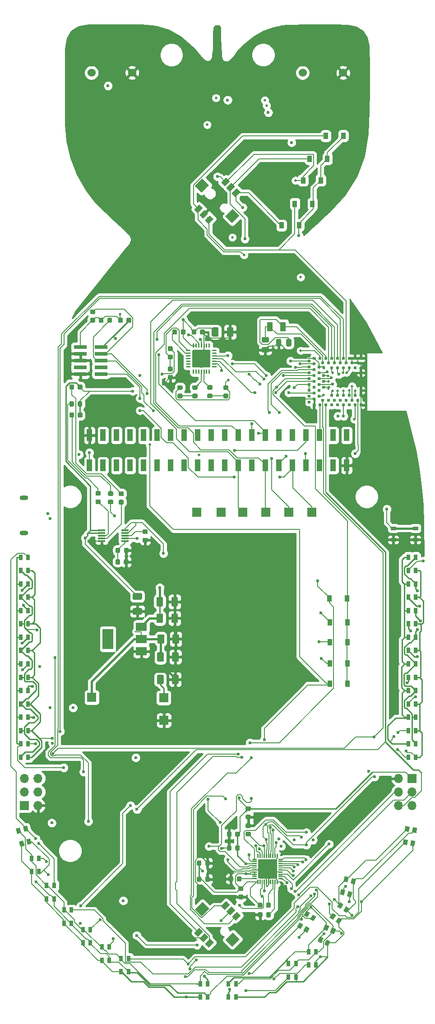
<source format=gtl>
G04 #@! TF.GenerationSoftware,KiCad,Pcbnew,(5.1.0-0)*
G04 #@! TF.CreationDate,2019-04-19T22:26:30-07:00*
G04 #@! TF.ProjectId,DC27-badge,44433237-2d62-4616-9467-652e6b696361,rev?*
G04 #@! TF.SameCoordinates,Original*
G04 #@! TF.FileFunction,Copper,L1,Top*
G04 #@! TF.FilePolarity,Positive*
%FSLAX46Y46*%
G04 Gerber Fmt 4.6, Leading zero omitted, Abs format (unit mm)*
G04 Created by KiCad (PCBNEW (5.1.0-0)) date 2019-04-19 22:26:30*
%MOMM*%
%LPD*%
G04 APERTURE LIST*
%ADD10C,0.150000*%
%ADD11C,1.250000*%
%ADD12R,0.800000X1.000000*%
%ADD13C,0.800000*%
%ADD14C,0.250000*%
%ADD15C,3.600000*%
%ADD16C,1.800000*%
%ADD17C,1.000000*%
%ADD18C,0.875000*%
%ADD19R,1.700000X1.700000*%
%ADD20O,1.700000X1.700000*%
%ADD21R,1.019990X2.220010*%
%ADD22R,0.900000X1.200000*%
%ADD23C,1.524000*%
%ADD24R,1.400000X0.300000*%
%ADD25R,1.000000X1.800000*%
%ADD26R,0.500000X0.500000*%
%ADD27R,2.000000X1.500000*%
%ADD28R,2.000000X3.800000*%
%ADD29R,2.400000X0.740000*%
%ADD30C,0.500000*%
%ADD31C,3.350000*%
%ADD32C,0.975000*%
%ADD33O,1.597660X0.899160*%
%ADD34O,1.200000X0.500000*%
%ADD35R,1.049020X0.647700*%
%ADD36C,0.600000*%
%ADD37C,0.482600*%
%ADD38C,0.152400*%
%ADD39C,0.250000*%
%ADD40C,0.254000*%
%ADD41C,0.381000*%
%ADD42C,0.152000*%
G04 APERTURE END LIST*
D10*
G36*
X97699504Y-161701204D02*
G01*
X97723773Y-161704804D01*
X97747571Y-161710765D01*
X97770671Y-161719030D01*
X97792849Y-161729520D01*
X97813893Y-161742133D01*
X97833598Y-161756747D01*
X97851777Y-161773223D01*
X97868253Y-161791402D01*
X97882867Y-161811107D01*
X97895480Y-161832151D01*
X97905970Y-161854329D01*
X97914235Y-161877429D01*
X97920196Y-161901227D01*
X97923796Y-161925496D01*
X97925000Y-161950000D01*
X97925000Y-163200000D01*
X97923796Y-163224504D01*
X97920196Y-163248773D01*
X97914235Y-163272571D01*
X97905970Y-163295671D01*
X97895480Y-163317849D01*
X97882867Y-163338893D01*
X97868253Y-163358598D01*
X97851777Y-163376777D01*
X97833598Y-163393253D01*
X97813893Y-163407867D01*
X97792849Y-163420480D01*
X97770671Y-163430970D01*
X97747571Y-163439235D01*
X97723773Y-163445196D01*
X97699504Y-163448796D01*
X97675000Y-163450000D01*
X96925000Y-163450000D01*
X96900496Y-163448796D01*
X96876227Y-163445196D01*
X96852429Y-163439235D01*
X96829329Y-163430970D01*
X96807151Y-163420480D01*
X96786107Y-163407867D01*
X96766402Y-163393253D01*
X96748223Y-163376777D01*
X96731747Y-163358598D01*
X96717133Y-163338893D01*
X96704520Y-163317849D01*
X96694030Y-163295671D01*
X96685765Y-163272571D01*
X96679804Y-163248773D01*
X96676204Y-163224504D01*
X96675000Y-163200000D01*
X96675000Y-161950000D01*
X96676204Y-161925496D01*
X96679804Y-161901227D01*
X96685765Y-161877429D01*
X96694030Y-161854329D01*
X96704520Y-161832151D01*
X96717133Y-161811107D01*
X96731747Y-161791402D01*
X96748223Y-161773223D01*
X96766402Y-161756747D01*
X96786107Y-161742133D01*
X96807151Y-161729520D01*
X96829329Y-161719030D01*
X96852429Y-161710765D01*
X96876227Y-161704804D01*
X96900496Y-161701204D01*
X96925000Y-161700000D01*
X97675000Y-161700000D01*
X97699504Y-161701204D01*
X97699504Y-161701204D01*
G37*
D11*
X97300000Y-162575000D03*
D10*
G36*
X94899504Y-161701204D02*
G01*
X94923773Y-161704804D01*
X94947571Y-161710765D01*
X94970671Y-161719030D01*
X94992849Y-161729520D01*
X95013893Y-161742133D01*
X95033598Y-161756747D01*
X95051777Y-161773223D01*
X95068253Y-161791402D01*
X95082867Y-161811107D01*
X95095480Y-161832151D01*
X95105970Y-161854329D01*
X95114235Y-161877429D01*
X95120196Y-161901227D01*
X95123796Y-161925496D01*
X95125000Y-161950000D01*
X95125000Y-163200000D01*
X95123796Y-163224504D01*
X95120196Y-163248773D01*
X95114235Y-163272571D01*
X95105970Y-163295671D01*
X95095480Y-163317849D01*
X95082867Y-163338893D01*
X95068253Y-163358598D01*
X95051777Y-163376777D01*
X95033598Y-163393253D01*
X95013893Y-163407867D01*
X94992849Y-163420480D01*
X94970671Y-163430970D01*
X94947571Y-163439235D01*
X94923773Y-163445196D01*
X94899504Y-163448796D01*
X94875000Y-163450000D01*
X94125000Y-163450000D01*
X94100496Y-163448796D01*
X94076227Y-163445196D01*
X94052429Y-163439235D01*
X94029329Y-163430970D01*
X94007151Y-163420480D01*
X93986107Y-163407867D01*
X93966402Y-163393253D01*
X93948223Y-163376777D01*
X93931747Y-163358598D01*
X93917133Y-163338893D01*
X93904520Y-163317849D01*
X93894030Y-163295671D01*
X93885765Y-163272571D01*
X93879804Y-163248773D01*
X93876204Y-163224504D01*
X93875000Y-163200000D01*
X93875000Y-161950000D01*
X93876204Y-161925496D01*
X93879804Y-161901227D01*
X93885765Y-161877429D01*
X93894030Y-161854329D01*
X93904520Y-161832151D01*
X93917133Y-161811107D01*
X93931747Y-161791402D01*
X93948223Y-161773223D01*
X93966402Y-161756747D01*
X93986107Y-161742133D01*
X94007151Y-161729520D01*
X94029329Y-161719030D01*
X94052429Y-161710765D01*
X94076227Y-161704804D01*
X94100496Y-161701204D01*
X94125000Y-161700000D01*
X94875000Y-161700000D01*
X94899504Y-161701204D01*
X94899504Y-161701204D01*
G37*
D11*
X94500000Y-162575000D03*
D12*
X142440000Y-152160000D03*
X142440000Y-149660000D03*
X141040000Y-149660000D03*
X141040000Y-152160000D03*
X87130000Y-214910000D03*
X87130000Y-217410000D03*
X88530000Y-217410000D03*
X88530000Y-214910000D03*
D13*
X127996436Y-207845444D03*
D10*
G36*
X128037309Y-208484451D02*
G01*
X127381987Y-208025589D01*
X127955563Y-207206437D01*
X128610885Y-207665299D01*
X128037309Y-208484451D01*
X128037309Y-208484451D01*
G37*
D13*
X129430377Y-205797563D03*
D10*
G36*
X129471250Y-206436570D02*
G01*
X128815928Y-205977708D01*
X129389504Y-205158556D01*
X130044826Y-205617418D01*
X129471250Y-206436570D01*
X129471250Y-206436570D01*
G37*
D13*
X128283564Y-204994556D03*
D10*
G36*
X128324437Y-205633563D02*
G01*
X127669115Y-205174701D01*
X128242691Y-204355549D01*
X128898013Y-204814411D01*
X128324437Y-205633563D01*
X128324437Y-205633563D01*
G37*
D13*
X126849623Y-207042437D03*
D10*
G36*
X126890496Y-207681444D02*
G01*
X126235174Y-207222582D01*
X126808750Y-206403430D01*
X127464072Y-206862292D01*
X126890496Y-207681444D01*
X126890496Y-207681444D01*
G37*
D13*
X121951218Y-209492532D03*
D10*
G36*
X122047628Y-210125545D02*
G01*
X121354808Y-209725545D01*
X121854808Y-208859519D01*
X122547628Y-209259519D01*
X122047628Y-210125545D01*
X122047628Y-210125545D01*
G37*
D13*
X123201218Y-207327468D03*
D10*
G36*
X123297628Y-207960481D02*
G01*
X122604808Y-207560481D01*
X123104808Y-206694455D01*
X123797628Y-207094455D01*
X123297628Y-207960481D01*
X123297628Y-207960481D01*
G37*
D13*
X121988782Y-206627468D03*
D10*
G36*
X122085192Y-207260481D02*
G01*
X121392372Y-206860481D01*
X121892372Y-205994455D01*
X122585192Y-206394455D01*
X122085192Y-207260481D01*
X122085192Y-207260481D01*
G37*
D13*
X120738782Y-208792532D03*
D10*
G36*
X120835192Y-209425545D02*
G01*
X120142372Y-209025545D01*
X120642372Y-208159519D01*
X121335192Y-208559519D01*
X120835192Y-209425545D01*
X120835192Y-209425545D01*
G37*
G36*
X116488626Y-200155301D02*
G01*
X116494693Y-200156201D01*
X116500643Y-200157691D01*
X116506418Y-200159758D01*
X116511962Y-200162380D01*
X116517223Y-200165533D01*
X116522150Y-200169187D01*
X116526694Y-200173306D01*
X116530813Y-200177850D01*
X116534467Y-200182777D01*
X116537620Y-200188038D01*
X116540242Y-200193582D01*
X116542309Y-200199357D01*
X116543799Y-200205307D01*
X116544699Y-200211374D01*
X116545000Y-200217500D01*
X116545000Y-200917500D01*
X116544699Y-200923626D01*
X116543799Y-200929693D01*
X116542309Y-200935643D01*
X116540242Y-200941418D01*
X116537620Y-200946962D01*
X116534467Y-200952223D01*
X116530813Y-200957150D01*
X116526694Y-200961694D01*
X116522150Y-200965813D01*
X116517223Y-200969467D01*
X116511962Y-200972620D01*
X116506418Y-200975242D01*
X116500643Y-200977309D01*
X116494693Y-200978799D01*
X116488626Y-200979699D01*
X116482500Y-200980000D01*
X116357500Y-200980000D01*
X116351374Y-200979699D01*
X116345307Y-200978799D01*
X116339357Y-200977309D01*
X116333582Y-200975242D01*
X116328038Y-200972620D01*
X116322777Y-200969467D01*
X116317850Y-200965813D01*
X116313306Y-200961694D01*
X116309187Y-200957150D01*
X116305533Y-200952223D01*
X116302380Y-200946962D01*
X116299758Y-200941418D01*
X116297691Y-200935643D01*
X116296201Y-200929693D01*
X116295301Y-200923626D01*
X116295000Y-200917500D01*
X116295000Y-200217500D01*
X116295301Y-200211374D01*
X116296201Y-200205307D01*
X116297691Y-200199357D01*
X116299758Y-200193582D01*
X116302380Y-200188038D01*
X116305533Y-200182777D01*
X116309187Y-200177850D01*
X116313306Y-200173306D01*
X116317850Y-200169187D01*
X116322777Y-200165533D01*
X116328038Y-200162380D01*
X116333582Y-200159758D01*
X116339357Y-200157691D01*
X116345307Y-200156201D01*
X116351374Y-200155301D01*
X116357500Y-200155000D01*
X116482500Y-200155000D01*
X116488626Y-200155301D01*
X116488626Y-200155301D01*
G37*
D14*
X116420000Y-200567500D03*
D10*
G36*
X116088626Y-200155301D02*
G01*
X116094693Y-200156201D01*
X116100643Y-200157691D01*
X116106418Y-200159758D01*
X116111962Y-200162380D01*
X116117223Y-200165533D01*
X116122150Y-200169187D01*
X116126694Y-200173306D01*
X116130813Y-200177850D01*
X116134467Y-200182777D01*
X116137620Y-200188038D01*
X116140242Y-200193582D01*
X116142309Y-200199357D01*
X116143799Y-200205307D01*
X116144699Y-200211374D01*
X116145000Y-200217500D01*
X116145000Y-200917500D01*
X116144699Y-200923626D01*
X116143799Y-200929693D01*
X116142309Y-200935643D01*
X116140242Y-200941418D01*
X116137620Y-200946962D01*
X116134467Y-200952223D01*
X116130813Y-200957150D01*
X116126694Y-200961694D01*
X116122150Y-200965813D01*
X116117223Y-200969467D01*
X116111962Y-200972620D01*
X116106418Y-200975242D01*
X116100643Y-200977309D01*
X116094693Y-200978799D01*
X116088626Y-200979699D01*
X116082500Y-200980000D01*
X115957500Y-200980000D01*
X115951374Y-200979699D01*
X115945307Y-200978799D01*
X115939357Y-200977309D01*
X115933582Y-200975242D01*
X115928038Y-200972620D01*
X115922777Y-200969467D01*
X115917850Y-200965813D01*
X115913306Y-200961694D01*
X115909187Y-200957150D01*
X115905533Y-200952223D01*
X115902380Y-200946962D01*
X115899758Y-200941418D01*
X115897691Y-200935643D01*
X115896201Y-200929693D01*
X115895301Y-200923626D01*
X115895000Y-200917500D01*
X115895000Y-200217500D01*
X115895301Y-200211374D01*
X115896201Y-200205307D01*
X115897691Y-200199357D01*
X115899758Y-200193582D01*
X115902380Y-200188038D01*
X115905533Y-200182777D01*
X115909187Y-200177850D01*
X115913306Y-200173306D01*
X115917850Y-200169187D01*
X115922777Y-200165533D01*
X115928038Y-200162380D01*
X115933582Y-200159758D01*
X115939357Y-200157691D01*
X115945307Y-200156201D01*
X115951374Y-200155301D01*
X115957500Y-200155000D01*
X116082500Y-200155000D01*
X116088626Y-200155301D01*
X116088626Y-200155301D01*
G37*
D14*
X116020000Y-200567500D03*
D10*
G36*
X115688626Y-200155301D02*
G01*
X115694693Y-200156201D01*
X115700643Y-200157691D01*
X115706418Y-200159758D01*
X115711962Y-200162380D01*
X115717223Y-200165533D01*
X115722150Y-200169187D01*
X115726694Y-200173306D01*
X115730813Y-200177850D01*
X115734467Y-200182777D01*
X115737620Y-200188038D01*
X115740242Y-200193582D01*
X115742309Y-200199357D01*
X115743799Y-200205307D01*
X115744699Y-200211374D01*
X115745000Y-200217500D01*
X115745000Y-200917500D01*
X115744699Y-200923626D01*
X115743799Y-200929693D01*
X115742309Y-200935643D01*
X115740242Y-200941418D01*
X115737620Y-200946962D01*
X115734467Y-200952223D01*
X115730813Y-200957150D01*
X115726694Y-200961694D01*
X115722150Y-200965813D01*
X115717223Y-200969467D01*
X115711962Y-200972620D01*
X115706418Y-200975242D01*
X115700643Y-200977309D01*
X115694693Y-200978799D01*
X115688626Y-200979699D01*
X115682500Y-200980000D01*
X115557500Y-200980000D01*
X115551374Y-200979699D01*
X115545307Y-200978799D01*
X115539357Y-200977309D01*
X115533582Y-200975242D01*
X115528038Y-200972620D01*
X115522777Y-200969467D01*
X115517850Y-200965813D01*
X115513306Y-200961694D01*
X115509187Y-200957150D01*
X115505533Y-200952223D01*
X115502380Y-200946962D01*
X115499758Y-200941418D01*
X115497691Y-200935643D01*
X115496201Y-200929693D01*
X115495301Y-200923626D01*
X115495000Y-200917500D01*
X115495000Y-200217500D01*
X115495301Y-200211374D01*
X115496201Y-200205307D01*
X115497691Y-200199357D01*
X115499758Y-200193582D01*
X115502380Y-200188038D01*
X115505533Y-200182777D01*
X115509187Y-200177850D01*
X115513306Y-200173306D01*
X115517850Y-200169187D01*
X115522777Y-200165533D01*
X115528038Y-200162380D01*
X115533582Y-200159758D01*
X115539357Y-200157691D01*
X115545307Y-200156201D01*
X115551374Y-200155301D01*
X115557500Y-200155000D01*
X115682500Y-200155000D01*
X115688626Y-200155301D01*
X115688626Y-200155301D01*
G37*
D14*
X115620000Y-200567500D03*
D10*
G36*
X115288626Y-200155301D02*
G01*
X115294693Y-200156201D01*
X115300643Y-200157691D01*
X115306418Y-200159758D01*
X115311962Y-200162380D01*
X115317223Y-200165533D01*
X115322150Y-200169187D01*
X115326694Y-200173306D01*
X115330813Y-200177850D01*
X115334467Y-200182777D01*
X115337620Y-200188038D01*
X115340242Y-200193582D01*
X115342309Y-200199357D01*
X115343799Y-200205307D01*
X115344699Y-200211374D01*
X115345000Y-200217500D01*
X115345000Y-200917500D01*
X115344699Y-200923626D01*
X115343799Y-200929693D01*
X115342309Y-200935643D01*
X115340242Y-200941418D01*
X115337620Y-200946962D01*
X115334467Y-200952223D01*
X115330813Y-200957150D01*
X115326694Y-200961694D01*
X115322150Y-200965813D01*
X115317223Y-200969467D01*
X115311962Y-200972620D01*
X115306418Y-200975242D01*
X115300643Y-200977309D01*
X115294693Y-200978799D01*
X115288626Y-200979699D01*
X115282500Y-200980000D01*
X115157500Y-200980000D01*
X115151374Y-200979699D01*
X115145307Y-200978799D01*
X115139357Y-200977309D01*
X115133582Y-200975242D01*
X115128038Y-200972620D01*
X115122777Y-200969467D01*
X115117850Y-200965813D01*
X115113306Y-200961694D01*
X115109187Y-200957150D01*
X115105533Y-200952223D01*
X115102380Y-200946962D01*
X115099758Y-200941418D01*
X115097691Y-200935643D01*
X115096201Y-200929693D01*
X115095301Y-200923626D01*
X115095000Y-200917500D01*
X115095000Y-200217500D01*
X115095301Y-200211374D01*
X115096201Y-200205307D01*
X115097691Y-200199357D01*
X115099758Y-200193582D01*
X115102380Y-200188038D01*
X115105533Y-200182777D01*
X115109187Y-200177850D01*
X115113306Y-200173306D01*
X115117850Y-200169187D01*
X115122777Y-200165533D01*
X115128038Y-200162380D01*
X115133582Y-200159758D01*
X115139357Y-200157691D01*
X115145307Y-200156201D01*
X115151374Y-200155301D01*
X115157500Y-200155000D01*
X115282500Y-200155000D01*
X115288626Y-200155301D01*
X115288626Y-200155301D01*
G37*
D14*
X115220000Y-200567500D03*
D10*
G36*
X114888626Y-200155301D02*
G01*
X114894693Y-200156201D01*
X114900643Y-200157691D01*
X114906418Y-200159758D01*
X114911962Y-200162380D01*
X114917223Y-200165533D01*
X114922150Y-200169187D01*
X114926694Y-200173306D01*
X114930813Y-200177850D01*
X114934467Y-200182777D01*
X114937620Y-200188038D01*
X114940242Y-200193582D01*
X114942309Y-200199357D01*
X114943799Y-200205307D01*
X114944699Y-200211374D01*
X114945000Y-200217500D01*
X114945000Y-200917500D01*
X114944699Y-200923626D01*
X114943799Y-200929693D01*
X114942309Y-200935643D01*
X114940242Y-200941418D01*
X114937620Y-200946962D01*
X114934467Y-200952223D01*
X114930813Y-200957150D01*
X114926694Y-200961694D01*
X114922150Y-200965813D01*
X114917223Y-200969467D01*
X114911962Y-200972620D01*
X114906418Y-200975242D01*
X114900643Y-200977309D01*
X114894693Y-200978799D01*
X114888626Y-200979699D01*
X114882500Y-200980000D01*
X114757500Y-200980000D01*
X114751374Y-200979699D01*
X114745307Y-200978799D01*
X114739357Y-200977309D01*
X114733582Y-200975242D01*
X114728038Y-200972620D01*
X114722777Y-200969467D01*
X114717850Y-200965813D01*
X114713306Y-200961694D01*
X114709187Y-200957150D01*
X114705533Y-200952223D01*
X114702380Y-200946962D01*
X114699758Y-200941418D01*
X114697691Y-200935643D01*
X114696201Y-200929693D01*
X114695301Y-200923626D01*
X114695000Y-200917500D01*
X114695000Y-200217500D01*
X114695301Y-200211374D01*
X114696201Y-200205307D01*
X114697691Y-200199357D01*
X114699758Y-200193582D01*
X114702380Y-200188038D01*
X114705533Y-200182777D01*
X114709187Y-200177850D01*
X114713306Y-200173306D01*
X114717850Y-200169187D01*
X114722777Y-200165533D01*
X114728038Y-200162380D01*
X114733582Y-200159758D01*
X114739357Y-200157691D01*
X114745307Y-200156201D01*
X114751374Y-200155301D01*
X114757500Y-200155000D01*
X114882500Y-200155000D01*
X114888626Y-200155301D01*
X114888626Y-200155301D01*
G37*
D14*
X114820000Y-200567500D03*
D10*
G36*
X114488626Y-200155301D02*
G01*
X114494693Y-200156201D01*
X114500643Y-200157691D01*
X114506418Y-200159758D01*
X114511962Y-200162380D01*
X114517223Y-200165533D01*
X114522150Y-200169187D01*
X114526694Y-200173306D01*
X114530813Y-200177850D01*
X114534467Y-200182777D01*
X114537620Y-200188038D01*
X114540242Y-200193582D01*
X114542309Y-200199357D01*
X114543799Y-200205307D01*
X114544699Y-200211374D01*
X114545000Y-200217500D01*
X114545000Y-200917500D01*
X114544699Y-200923626D01*
X114543799Y-200929693D01*
X114542309Y-200935643D01*
X114540242Y-200941418D01*
X114537620Y-200946962D01*
X114534467Y-200952223D01*
X114530813Y-200957150D01*
X114526694Y-200961694D01*
X114522150Y-200965813D01*
X114517223Y-200969467D01*
X114511962Y-200972620D01*
X114506418Y-200975242D01*
X114500643Y-200977309D01*
X114494693Y-200978799D01*
X114488626Y-200979699D01*
X114482500Y-200980000D01*
X114357500Y-200980000D01*
X114351374Y-200979699D01*
X114345307Y-200978799D01*
X114339357Y-200977309D01*
X114333582Y-200975242D01*
X114328038Y-200972620D01*
X114322777Y-200969467D01*
X114317850Y-200965813D01*
X114313306Y-200961694D01*
X114309187Y-200957150D01*
X114305533Y-200952223D01*
X114302380Y-200946962D01*
X114299758Y-200941418D01*
X114297691Y-200935643D01*
X114296201Y-200929693D01*
X114295301Y-200923626D01*
X114295000Y-200917500D01*
X114295000Y-200217500D01*
X114295301Y-200211374D01*
X114296201Y-200205307D01*
X114297691Y-200199357D01*
X114299758Y-200193582D01*
X114302380Y-200188038D01*
X114305533Y-200182777D01*
X114309187Y-200177850D01*
X114313306Y-200173306D01*
X114317850Y-200169187D01*
X114322777Y-200165533D01*
X114328038Y-200162380D01*
X114333582Y-200159758D01*
X114339357Y-200157691D01*
X114345307Y-200156201D01*
X114351374Y-200155301D01*
X114357500Y-200155000D01*
X114482500Y-200155000D01*
X114488626Y-200155301D01*
X114488626Y-200155301D01*
G37*
D14*
X114420000Y-200567500D03*
D10*
G36*
X114088626Y-200155301D02*
G01*
X114094693Y-200156201D01*
X114100643Y-200157691D01*
X114106418Y-200159758D01*
X114111962Y-200162380D01*
X114117223Y-200165533D01*
X114122150Y-200169187D01*
X114126694Y-200173306D01*
X114130813Y-200177850D01*
X114134467Y-200182777D01*
X114137620Y-200188038D01*
X114140242Y-200193582D01*
X114142309Y-200199357D01*
X114143799Y-200205307D01*
X114144699Y-200211374D01*
X114145000Y-200217500D01*
X114145000Y-200917500D01*
X114144699Y-200923626D01*
X114143799Y-200929693D01*
X114142309Y-200935643D01*
X114140242Y-200941418D01*
X114137620Y-200946962D01*
X114134467Y-200952223D01*
X114130813Y-200957150D01*
X114126694Y-200961694D01*
X114122150Y-200965813D01*
X114117223Y-200969467D01*
X114111962Y-200972620D01*
X114106418Y-200975242D01*
X114100643Y-200977309D01*
X114094693Y-200978799D01*
X114088626Y-200979699D01*
X114082500Y-200980000D01*
X113957500Y-200980000D01*
X113951374Y-200979699D01*
X113945307Y-200978799D01*
X113939357Y-200977309D01*
X113933582Y-200975242D01*
X113928038Y-200972620D01*
X113922777Y-200969467D01*
X113917850Y-200965813D01*
X113913306Y-200961694D01*
X113909187Y-200957150D01*
X113905533Y-200952223D01*
X113902380Y-200946962D01*
X113899758Y-200941418D01*
X113897691Y-200935643D01*
X113896201Y-200929693D01*
X113895301Y-200923626D01*
X113895000Y-200917500D01*
X113895000Y-200217500D01*
X113895301Y-200211374D01*
X113896201Y-200205307D01*
X113897691Y-200199357D01*
X113899758Y-200193582D01*
X113902380Y-200188038D01*
X113905533Y-200182777D01*
X113909187Y-200177850D01*
X113913306Y-200173306D01*
X113917850Y-200169187D01*
X113922777Y-200165533D01*
X113928038Y-200162380D01*
X113933582Y-200159758D01*
X113939357Y-200157691D01*
X113945307Y-200156201D01*
X113951374Y-200155301D01*
X113957500Y-200155000D01*
X114082500Y-200155000D01*
X114088626Y-200155301D01*
X114088626Y-200155301D01*
G37*
D14*
X114020000Y-200567500D03*
D10*
G36*
X113688626Y-200155301D02*
G01*
X113694693Y-200156201D01*
X113700643Y-200157691D01*
X113706418Y-200159758D01*
X113711962Y-200162380D01*
X113717223Y-200165533D01*
X113722150Y-200169187D01*
X113726694Y-200173306D01*
X113730813Y-200177850D01*
X113734467Y-200182777D01*
X113737620Y-200188038D01*
X113740242Y-200193582D01*
X113742309Y-200199357D01*
X113743799Y-200205307D01*
X113744699Y-200211374D01*
X113745000Y-200217500D01*
X113745000Y-200917500D01*
X113744699Y-200923626D01*
X113743799Y-200929693D01*
X113742309Y-200935643D01*
X113740242Y-200941418D01*
X113737620Y-200946962D01*
X113734467Y-200952223D01*
X113730813Y-200957150D01*
X113726694Y-200961694D01*
X113722150Y-200965813D01*
X113717223Y-200969467D01*
X113711962Y-200972620D01*
X113706418Y-200975242D01*
X113700643Y-200977309D01*
X113694693Y-200978799D01*
X113688626Y-200979699D01*
X113682500Y-200980000D01*
X113557500Y-200980000D01*
X113551374Y-200979699D01*
X113545307Y-200978799D01*
X113539357Y-200977309D01*
X113533582Y-200975242D01*
X113528038Y-200972620D01*
X113522777Y-200969467D01*
X113517850Y-200965813D01*
X113513306Y-200961694D01*
X113509187Y-200957150D01*
X113505533Y-200952223D01*
X113502380Y-200946962D01*
X113499758Y-200941418D01*
X113497691Y-200935643D01*
X113496201Y-200929693D01*
X113495301Y-200923626D01*
X113495000Y-200917500D01*
X113495000Y-200217500D01*
X113495301Y-200211374D01*
X113496201Y-200205307D01*
X113497691Y-200199357D01*
X113499758Y-200193582D01*
X113502380Y-200188038D01*
X113505533Y-200182777D01*
X113509187Y-200177850D01*
X113513306Y-200173306D01*
X113517850Y-200169187D01*
X113522777Y-200165533D01*
X113528038Y-200162380D01*
X113533582Y-200159758D01*
X113539357Y-200157691D01*
X113545307Y-200156201D01*
X113551374Y-200155301D01*
X113557500Y-200155000D01*
X113682500Y-200155000D01*
X113688626Y-200155301D01*
X113688626Y-200155301D01*
G37*
D14*
X113620000Y-200567500D03*
D10*
G36*
X113288626Y-200155301D02*
G01*
X113294693Y-200156201D01*
X113300643Y-200157691D01*
X113306418Y-200159758D01*
X113311962Y-200162380D01*
X113317223Y-200165533D01*
X113322150Y-200169187D01*
X113326694Y-200173306D01*
X113330813Y-200177850D01*
X113334467Y-200182777D01*
X113337620Y-200188038D01*
X113340242Y-200193582D01*
X113342309Y-200199357D01*
X113343799Y-200205307D01*
X113344699Y-200211374D01*
X113345000Y-200217500D01*
X113345000Y-200917500D01*
X113344699Y-200923626D01*
X113343799Y-200929693D01*
X113342309Y-200935643D01*
X113340242Y-200941418D01*
X113337620Y-200946962D01*
X113334467Y-200952223D01*
X113330813Y-200957150D01*
X113326694Y-200961694D01*
X113322150Y-200965813D01*
X113317223Y-200969467D01*
X113311962Y-200972620D01*
X113306418Y-200975242D01*
X113300643Y-200977309D01*
X113294693Y-200978799D01*
X113288626Y-200979699D01*
X113282500Y-200980000D01*
X113157500Y-200980000D01*
X113151374Y-200979699D01*
X113145307Y-200978799D01*
X113139357Y-200977309D01*
X113133582Y-200975242D01*
X113128038Y-200972620D01*
X113122777Y-200969467D01*
X113117850Y-200965813D01*
X113113306Y-200961694D01*
X113109187Y-200957150D01*
X113105533Y-200952223D01*
X113102380Y-200946962D01*
X113099758Y-200941418D01*
X113097691Y-200935643D01*
X113096201Y-200929693D01*
X113095301Y-200923626D01*
X113095000Y-200917500D01*
X113095000Y-200217500D01*
X113095301Y-200211374D01*
X113096201Y-200205307D01*
X113097691Y-200199357D01*
X113099758Y-200193582D01*
X113102380Y-200188038D01*
X113105533Y-200182777D01*
X113109187Y-200177850D01*
X113113306Y-200173306D01*
X113117850Y-200169187D01*
X113122777Y-200165533D01*
X113128038Y-200162380D01*
X113133582Y-200159758D01*
X113139357Y-200157691D01*
X113145307Y-200156201D01*
X113151374Y-200155301D01*
X113157500Y-200155000D01*
X113282500Y-200155000D01*
X113288626Y-200155301D01*
X113288626Y-200155301D01*
G37*
D14*
X113220000Y-200567500D03*
D10*
G36*
X112888626Y-200155301D02*
G01*
X112894693Y-200156201D01*
X112900643Y-200157691D01*
X112906418Y-200159758D01*
X112911962Y-200162380D01*
X112917223Y-200165533D01*
X112922150Y-200169187D01*
X112926694Y-200173306D01*
X112930813Y-200177850D01*
X112934467Y-200182777D01*
X112937620Y-200188038D01*
X112940242Y-200193582D01*
X112942309Y-200199357D01*
X112943799Y-200205307D01*
X112944699Y-200211374D01*
X112945000Y-200217500D01*
X112945000Y-200917500D01*
X112944699Y-200923626D01*
X112943799Y-200929693D01*
X112942309Y-200935643D01*
X112940242Y-200941418D01*
X112937620Y-200946962D01*
X112934467Y-200952223D01*
X112930813Y-200957150D01*
X112926694Y-200961694D01*
X112922150Y-200965813D01*
X112917223Y-200969467D01*
X112911962Y-200972620D01*
X112906418Y-200975242D01*
X112900643Y-200977309D01*
X112894693Y-200978799D01*
X112888626Y-200979699D01*
X112882500Y-200980000D01*
X112757500Y-200980000D01*
X112751374Y-200979699D01*
X112745307Y-200978799D01*
X112739357Y-200977309D01*
X112733582Y-200975242D01*
X112728038Y-200972620D01*
X112722777Y-200969467D01*
X112717850Y-200965813D01*
X112713306Y-200961694D01*
X112709187Y-200957150D01*
X112705533Y-200952223D01*
X112702380Y-200946962D01*
X112699758Y-200941418D01*
X112697691Y-200935643D01*
X112696201Y-200929693D01*
X112695301Y-200923626D01*
X112695000Y-200917500D01*
X112695000Y-200217500D01*
X112695301Y-200211374D01*
X112696201Y-200205307D01*
X112697691Y-200199357D01*
X112699758Y-200193582D01*
X112702380Y-200188038D01*
X112705533Y-200182777D01*
X112709187Y-200177850D01*
X112713306Y-200173306D01*
X112717850Y-200169187D01*
X112722777Y-200165533D01*
X112728038Y-200162380D01*
X112733582Y-200159758D01*
X112739357Y-200157691D01*
X112745307Y-200156201D01*
X112751374Y-200155301D01*
X112757500Y-200155000D01*
X112882500Y-200155000D01*
X112888626Y-200155301D01*
X112888626Y-200155301D01*
G37*
D14*
X112820000Y-200567500D03*
D10*
G36*
X112538626Y-199805301D02*
G01*
X112544693Y-199806201D01*
X112550643Y-199807691D01*
X112556418Y-199809758D01*
X112561962Y-199812380D01*
X112567223Y-199815533D01*
X112572150Y-199819187D01*
X112576694Y-199823306D01*
X112580813Y-199827850D01*
X112584467Y-199832777D01*
X112587620Y-199838038D01*
X112590242Y-199843582D01*
X112592309Y-199849357D01*
X112593799Y-199855307D01*
X112594699Y-199861374D01*
X112595000Y-199867500D01*
X112595000Y-199992500D01*
X112594699Y-199998626D01*
X112593799Y-200004693D01*
X112592309Y-200010643D01*
X112590242Y-200016418D01*
X112587620Y-200021962D01*
X112584467Y-200027223D01*
X112580813Y-200032150D01*
X112576694Y-200036694D01*
X112572150Y-200040813D01*
X112567223Y-200044467D01*
X112561962Y-200047620D01*
X112556418Y-200050242D01*
X112550643Y-200052309D01*
X112544693Y-200053799D01*
X112538626Y-200054699D01*
X112532500Y-200055000D01*
X111832500Y-200055000D01*
X111826374Y-200054699D01*
X111820307Y-200053799D01*
X111814357Y-200052309D01*
X111808582Y-200050242D01*
X111803038Y-200047620D01*
X111797777Y-200044467D01*
X111792850Y-200040813D01*
X111788306Y-200036694D01*
X111784187Y-200032150D01*
X111780533Y-200027223D01*
X111777380Y-200021962D01*
X111774758Y-200016418D01*
X111772691Y-200010643D01*
X111771201Y-200004693D01*
X111770301Y-199998626D01*
X111770000Y-199992500D01*
X111770000Y-199867500D01*
X111770301Y-199861374D01*
X111771201Y-199855307D01*
X111772691Y-199849357D01*
X111774758Y-199843582D01*
X111777380Y-199838038D01*
X111780533Y-199832777D01*
X111784187Y-199827850D01*
X111788306Y-199823306D01*
X111792850Y-199819187D01*
X111797777Y-199815533D01*
X111803038Y-199812380D01*
X111808582Y-199809758D01*
X111814357Y-199807691D01*
X111820307Y-199806201D01*
X111826374Y-199805301D01*
X111832500Y-199805000D01*
X112532500Y-199805000D01*
X112538626Y-199805301D01*
X112538626Y-199805301D01*
G37*
D14*
X112182500Y-199930000D03*
D10*
G36*
X112538626Y-199405301D02*
G01*
X112544693Y-199406201D01*
X112550643Y-199407691D01*
X112556418Y-199409758D01*
X112561962Y-199412380D01*
X112567223Y-199415533D01*
X112572150Y-199419187D01*
X112576694Y-199423306D01*
X112580813Y-199427850D01*
X112584467Y-199432777D01*
X112587620Y-199438038D01*
X112590242Y-199443582D01*
X112592309Y-199449357D01*
X112593799Y-199455307D01*
X112594699Y-199461374D01*
X112595000Y-199467500D01*
X112595000Y-199592500D01*
X112594699Y-199598626D01*
X112593799Y-199604693D01*
X112592309Y-199610643D01*
X112590242Y-199616418D01*
X112587620Y-199621962D01*
X112584467Y-199627223D01*
X112580813Y-199632150D01*
X112576694Y-199636694D01*
X112572150Y-199640813D01*
X112567223Y-199644467D01*
X112561962Y-199647620D01*
X112556418Y-199650242D01*
X112550643Y-199652309D01*
X112544693Y-199653799D01*
X112538626Y-199654699D01*
X112532500Y-199655000D01*
X111832500Y-199655000D01*
X111826374Y-199654699D01*
X111820307Y-199653799D01*
X111814357Y-199652309D01*
X111808582Y-199650242D01*
X111803038Y-199647620D01*
X111797777Y-199644467D01*
X111792850Y-199640813D01*
X111788306Y-199636694D01*
X111784187Y-199632150D01*
X111780533Y-199627223D01*
X111777380Y-199621962D01*
X111774758Y-199616418D01*
X111772691Y-199610643D01*
X111771201Y-199604693D01*
X111770301Y-199598626D01*
X111770000Y-199592500D01*
X111770000Y-199467500D01*
X111770301Y-199461374D01*
X111771201Y-199455307D01*
X111772691Y-199449357D01*
X111774758Y-199443582D01*
X111777380Y-199438038D01*
X111780533Y-199432777D01*
X111784187Y-199427850D01*
X111788306Y-199423306D01*
X111792850Y-199419187D01*
X111797777Y-199415533D01*
X111803038Y-199412380D01*
X111808582Y-199409758D01*
X111814357Y-199407691D01*
X111820307Y-199406201D01*
X111826374Y-199405301D01*
X111832500Y-199405000D01*
X112532500Y-199405000D01*
X112538626Y-199405301D01*
X112538626Y-199405301D01*
G37*
D14*
X112182500Y-199530000D03*
D10*
G36*
X112538626Y-199005301D02*
G01*
X112544693Y-199006201D01*
X112550643Y-199007691D01*
X112556418Y-199009758D01*
X112561962Y-199012380D01*
X112567223Y-199015533D01*
X112572150Y-199019187D01*
X112576694Y-199023306D01*
X112580813Y-199027850D01*
X112584467Y-199032777D01*
X112587620Y-199038038D01*
X112590242Y-199043582D01*
X112592309Y-199049357D01*
X112593799Y-199055307D01*
X112594699Y-199061374D01*
X112595000Y-199067500D01*
X112595000Y-199192500D01*
X112594699Y-199198626D01*
X112593799Y-199204693D01*
X112592309Y-199210643D01*
X112590242Y-199216418D01*
X112587620Y-199221962D01*
X112584467Y-199227223D01*
X112580813Y-199232150D01*
X112576694Y-199236694D01*
X112572150Y-199240813D01*
X112567223Y-199244467D01*
X112561962Y-199247620D01*
X112556418Y-199250242D01*
X112550643Y-199252309D01*
X112544693Y-199253799D01*
X112538626Y-199254699D01*
X112532500Y-199255000D01*
X111832500Y-199255000D01*
X111826374Y-199254699D01*
X111820307Y-199253799D01*
X111814357Y-199252309D01*
X111808582Y-199250242D01*
X111803038Y-199247620D01*
X111797777Y-199244467D01*
X111792850Y-199240813D01*
X111788306Y-199236694D01*
X111784187Y-199232150D01*
X111780533Y-199227223D01*
X111777380Y-199221962D01*
X111774758Y-199216418D01*
X111772691Y-199210643D01*
X111771201Y-199204693D01*
X111770301Y-199198626D01*
X111770000Y-199192500D01*
X111770000Y-199067500D01*
X111770301Y-199061374D01*
X111771201Y-199055307D01*
X111772691Y-199049357D01*
X111774758Y-199043582D01*
X111777380Y-199038038D01*
X111780533Y-199032777D01*
X111784187Y-199027850D01*
X111788306Y-199023306D01*
X111792850Y-199019187D01*
X111797777Y-199015533D01*
X111803038Y-199012380D01*
X111808582Y-199009758D01*
X111814357Y-199007691D01*
X111820307Y-199006201D01*
X111826374Y-199005301D01*
X111832500Y-199005000D01*
X112532500Y-199005000D01*
X112538626Y-199005301D01*
X112538626Y-199005301D01*
G37*
D14*
X112182500Y-199130000D03*
D10*
G36*
X112538626Y-198605301D02*
G01*
X112544693Y-198606201D01*
X112550643Y-198607691D01*
X112556418Y-198609758D01*
X112561962Y-198612380D01*
X112567223Y-198615533D01*
X112572150Y-198619187D01*
X112576694Y-198623306D01*
X112580813Y-198627850D01*
X112584467Y-198632777D01*
X112587620Y-198638038D01*
X112590242Y-198643582D01*
X112592309Y-198649357D01*
X112593799Y-198655307D01*
X112594699Y-198661374D01*
X112595000Y-198667500D01*
X112595000Y-198792500D01*
X112594699Y-198798626D01*
X112593799Y-198804693D01*
X112592309Y-198810643D01*
X112590242Y-198816418D01*
X112587620Y-198821962D01*
X112584467Y-198827223D01*
X112580813Y-198832150D01*
X112576694Y-198836694D01*
X112572150Y-198840813D01*
X112567223Y-198844467D01*
X112561962Y-198847620D01*
X112556418Y-198850242D01*
X112550643Y-198852309D01*
X112544693Y-198853799D01*
X112538626Y-198854699D01*
X112532500Y-198855000D01*
X111832500Y-198855000D01*
X111826374Y-198854699D01*
X111820307Y-198853799D01*
X111814357Y-198852309D01*
X111808582Y-198850242D01*
X111803038Y-198847620D01*
X111797777Y-198844467D01*
X111792850Y-198840813D01*
X111788306Y-198836694D01*
X111784187Y-198832150D01*
X111780533Y-198827223D01*
X111777380Y-198821962D01*
X111774758Y-198816418D01*
X111772691Y-198810643D01*
X111771201Y-198804693D01*
X111770301Y-198798626D01*
X111770000Y-198792500D01*
X111770000Y-198667500D01*
X111770301Y-198661374D01*
X111771201Y-198655307D01*
X111772691Y-198649357D01*
X111774758Y-198643582D01*
X111777380Y-198638038D01*
X111780533Y-198632777D01*
X111784187Y-198627850D01*
X111788306Y-198623306D01*
X111792850Y-198619187D01*
X111797777Y-198615533D01*
X111803038Y-198612380D01*
X111808582Y-198609758D01*
X111814357Y-198607691D01*
X111820307Y-198606201D01*
X111826374Y-198605301D01*
X111832500Y-198605000D01*
X112532500Y-198605000D01*
X112538626Y-198605301D01*
X112538626Y-198605301D01*
G37*
D14*
X112182500Y-198730000D03*
D10*
G36*
X112538626Y-198205301D02*
G01*
X112544693Y-198206201D01*
X112550643Y-198207691D01*
X112556418Y-198209758D01*
X112561962Y-198212380D01*
X112567223Y-198215533D01*
X112572150Y-198219187D01*
X112576694Y-198223306D01*
X112580813Y-198227850D01*
X112584467Y-198232777D01*
X112587620Y-198238038D01*
X112590242Y-198243582D01*
X112592309Y-198249357D01*
X112593799Y-198255307D01*
X112594699Y-198261374D01*
X112595000Y-198267500D01*
X112595000Y-198392500D01*
X112594699Y-198398626D01*
X112593799Y-198404693D01*
X112592309Y-198410643D01*
X112590242Y-198416418D01*
X112587620Y-198421962D01*
X112584467Y-198427223D01*
X112580813Y-198432150D01*
X112576694Y-198436694D01*
X112572150Y-198440813D01*
X112567223Y-198444467D01*
X112561962Y-198447620D01*
X112556418Y-198450242D01*
X112550643Y-198452309D01*
X112544693Y-198453799D01*
X112538626Y-198454699D01*
X112532500Y-198455000D01*
X111832500Y-198455000D01*
X111826374Y-198454699D01*
X111820307Y-198453799D01*
X111814357Y-198452309D01*
X111808582Y-198450242D01*
X111803038Y-198447620D01*
X111797777Y-198444467D01*
X111792850Y-198440813D01*
X111788306Y-198436694D01*
X111784187Y-198432150D01*
X111780533Y-198427223D01*
X111777380Y-198421962D01*
X111774758Y-198416418D01*
X111772691Y-198410643D01*
X111771201Y-198404693D01*
X111770301Y-198398626D01*
X111770000Y-198392500D01*
X111770000Y-198267500D01*
X111770301Y-198261374D01*
X111771201Y-198255307D01*
X111772691Y-198249357D01*
X111774758Y-198243582D01*
X111777380Y-198238038D01*
X111780533Y-198232777D01*
X111784187Y-198227850D01*
X111788306Y-198223306D01*
X111792850Y-198219187D01*
X111797777Y-198215533D01*
X111803038Y-198212380D01*
X111808582Y-198209758D01*
X111814357Y-198207691D01*
X111820307Y-198206201D01*
X111826374Y-198205301D01*
X111832500Y-198205000D01*
X112532500Y-198205000D01*
X112538626Y-198205301D01*
X112538626Y-198205301D01*
G37*
D14*
X112182500Y-198330000D03*
D10*
G36*
X112538626Y-197805301D02*
G01*
X112544693Y-197806201D01*
X112550643Y-197807691D01*
X112556418Y-197809758D01*
X112561962Y-197812380D01*
X112567223Y-197815533D01*
X112572150Y-197819187D01*
X112576694Y-197823306D01*
X112580813Y-197827850D01*
X112584467Y-197832777D01*
X112587620Y-197838038D01*
X112590242Y-197843582D01*
X112592309Y-197849357D01*
X112593799Y-197855307D01*
X112594699Y-197861374D01*
X112595000Y-197867500D01*
X112595000Y-197992500D01*
X112594699Y-197998626D01*
X112593799Y-198004693D01*
X112592309Y-198010643D01*
X112590242Y-198016418D01*
X112587620Y-198021962D01*
X112584467Y-198027223D01*
X112580813Y-198032150D01*
X112576694Y-198036694D01*
X112572150Y-198040813D01*
X112567223Y-198044467D01*
X112561962Y-198047620D01*
X112556418Y-198050242D01*
X112550643Y-198052309D01*
X112544693Y-198053799D01*
X112538626Y-198054699D01*
X112532500Y-198055000D01*
X111832500Y-198055000D01*
X111826374Y-198054699D01*
X111820307Y-198053799D01*
X111814357Y-198052309D01*
X111808582Y-198050242D01*
X111803038Y-198047620D01*
X111797777Y-198044467D01*
X111792850Y-198040813D01*
X111788306Y-198036694D01*
X111784187Y-198032150D01*
X111780533Y-198027223D01*
X111777380Y-198021962D01*
X111774758Y-198016418D01*
X111772691Y-198010643D01*
X111771201Y-198004693D01*
X111770301Y-197998626D01*
X111770000Y-197992500D01*
X111770000Y-197867500D01*
X111770301Y-197861374D01*
X111771201Y-197855307D01*
X111772691Y-197849357D01*
X111774758Y-197843582D01*
X111777380Y-197838038D01*
X111780533Y-197832777D01*
X111784187Y-197827850D01*
X111788306Y-197823306D01*
X111792850Y-197819187D01*
X111797777Y-197815533D01*
X111803038Y-197812380D01*
X111808582Y-197809758D01*
X111814357Y-197807691D01*
X111820307Y-197806201D01*
X111826374Y-197805301D01*
X111832500Y-197805000D01*
X112532500Y-197805000D01*
X112538626Y-197805301D01*
X112538626Y-197805301D01*
G37*
D14*
X112182500Y-197930000D03*
D10*
G36*
X112538626Y-197405301D02*
G01*
X112544693Y-197406201D01*
X112550643Y-197407691D01*
X112556418Y-197409758D01*
X112561962Y-197412380D01*
X112567223Y-197415533D01*
X112572150Y-197419187D01*
X112576694Y-197423306D01*
X112580813Y-197427850D01*
X112584467Y-197432777D01*
X112587620Y-197438038D01*
X112590242Y-197443582D01*
X112592309Y-197449357D01*
X112593799Y-197455307D01*
X112594699Y-197461374D01*
X112595000Y-197467500D01*
X112595000Y-197592500D01*
X112594699Y-197598626D01*
X112593799Y-197604693D01*
X112592309Y-197610643D01*
X112590242Y-197616418D01*
X112587620Y-197621962D01*
X112584467Y-197627223D01*
X112580813Y-197632150D01*
X112576694Y-197636694D01*
X112572150Y-197640813D01*
X112567223Y-197644467D01*
X112561962Y-197647620D01*
X112556418Y-197650242D01*
X112550643Y-197652309D01*
X112544693Y-197653799D01*
X112538626Y-197654699D01*
X112532500Y-197655000D01*
X111832500Y-197655000D01*
X111826374Y-197654699D01*
X111820307Y-197653799D01*
X111814357Y-197652309D01*
X111808582Y-197650242D01*
X111803038Y-197647620D01*
X111797777Y-197644467D01*
X111792850Y-197640813D01*
X111788306Y-197636694D01*
X111784187Y-197632150D01*
X111780533Y-197627223D01*
X111777380Y-197621962D01*
X111774758Y-197616418D01*
X111772691Y-197610643D01*
X111771201Y-197604693D01*
X111770301Y-197598626D01*
X111770000Y-197592500D01*
X111770000Y-197467500D01*
X111770301Y-197461374D01*
X111771201Y-197455307D01*
X111772691Y-197449357D01*
X111774758Y-197443582D01*
X111777380Y-197438038D01*
X111780533Y-197432777D01*
X111784187Y-197427850D01*
X111788306Y-197423306D01*
X111792850Y-197419187D01*
X111797777Y-197415533D01*
X111803038Y-197412380D01*
X111808582Y-197409758D01*
X111814357Y-197407691D01*
X111820307Y-197406201D01*
X111826374Y-197405301D01*
X111832500Y-197405000D01*
X112532500Y-197405000D01*
X112538626Y-197405301D01*
X112538626Y-197405301D01*
G37*
D14*
X112182500Y-197530000D03*
D10*
G36*
X112538626Y-197005301D02*
G01*
X112544693Y-197006201D01*
X112550643Y-197007691D01*
X112556418Y-197009758D01*
X112561962Y-197012380D01*
X112567223Y-197015533D01*
X112572150Y-197019187D01*
X112576694Y-197023306D01*
X112580813Y-197027850D01*
X112584467Y-197032777D01*
X112587620Y-197038038D01*
X112590242Y-197043582D01*
X112592309Y-197049357D01*
X112593799Y-197055307D01*
X112594699Y-197061374D01*
X112595000Y-197067500D01*
X112595000Y-197192500D01*
X112594699Y-197198626D01*
X112593799Y-197204693D01*
X112592309Y-197210643D01*
X112590242Y-197216418D01*
X112587620Y-197221962D01*
X112584467Y-197227223D01*
X112580813Y-197232150D01*
X112576694Y-197236694D01*
X112572150Y-197240813D01*
X112567223Y-197244467D01*
X112561962Y-197247620D01*
X112556418Y-197250242D01*
X112550643Y-197252309D01*
X112544693Y-197253799D01*
X112538626Y-197254699D01*
X112532500Y-197255000D01*
X111832500Y-197255000D01*
X111826374Y-197254699D01*
X111820307Y-197253799D01*
X111814357Y-197252309D01*
X111808582Y-197250242D01*
X111803038Y-197247620D01*
X111797777Y-197244467D01*
X111792850Y-197240813D01*
X111788306Y-197236694D01*
X111784187Y-197232150D01*
X111780533Y-197227223D01*
X111777380Y-197221962D01*
X111774758Y-197216418D01*
X111772691Y-197210643D01*
X111771201Y-197204693D01*
X111770301Y-197198626D01*
X111770000Y-197192500D01*
X111770000Y-197067500D01*
X111770301Y-197061374D01*
X111771201Y-197055307D01*
X111772691Y-197049357D01*
X111774758Y-197043582D01*
X111777380Y-197038038D01*
X111780533Y-197032777D01*
X111784187Y-197027850D01*
X111788306Y-197023306D01*
X111792850Y-197019187D01*
X111797777Y-197015533D01*
X111803038Y-197012380D01*
X111808582Y-197009758D01*
X111814357Y-197007691D01*
X111820307Y-197006201D01*
X111826374Y-197005301D01*
X111832500Y-197005000D01*
X112532500Y-197005000D01*
X112538626Y-197005301D01*
X112538626Y-197005301D01*
G37*
D14*
X112182500Y-197130000D03*
D10*
G36*
X112538626Y-196605301D02*
G01*
X112544693Y-196606201D01*
X112550643Y-196607691D01*
X112556418Y-196609758D01*
X112561962Y-196612380D01*
X112567223Y-196615533D01*
X112572150Y-196619187D01*
X112576694Y-196623306D01*
X112580813Y-196627850D01*
X112584467Y-196632777D01*
X112587620Y-196638038D01*
X112590242Y-196643582D01*
X112592309Y-196649357D01*
X112593799Y-196655307D01*
X112594699Y-196661374D01*
X112595000Y-196667500D01*
X112595000Y-196792500D01*
X112594699Y-196798626D01*
X112593799Y-196804693D01*
X112592309Y-196810643D01*
X112590242Y-196816418D01*
X112587620Y-196821962D01*
X112584467Y-196827223D01*
X112580813Y-196832150D01*
X112576694Y-196836694D01*
X112572150Y-196840813D01*
X112567223Y-196844467D01*
X112561962Y-196847620D01*
X112556418Y-196850242D01*
X112550643Y-196852309D01*
X112544693Y-196853799D01*
X112538626Y-196854699D01*
X112532500Y-196855000D01*
X111832500Y-196855000D01*
X111826374Y-196854699D01*
X111820307Y-196853799D01*
X111814357Y-196852309D01*
X111808582Y-196850242D01*
X111803038Y-196847620D01*
X111797777Y-196844467D01*
X111792850Y-196840813D01*
X111788306Y-196836694D01*
X111784187Y-196832150D01*
X111780533Y-196827223D01*
X111777380Y-196821962D01*
X111774758Y-196816418D01*
X111772691Y-196810643D01*
X111771201Y-196804693D01*
X111770301Y-196798626D01*
X111770000Y-196792500D01*
X111770000Y-196667500D01*
X111770301Y-196661374D01*
X111771201Y-196655307D01*
X111772691Y-196649357D01*
X111774758Y-196643582D01*
X111777380Y-196638038D01*
X111780533Y-196632777D01*
X111784187Y-196627850D01*
X111788306Y-196623306D01*
X111792850Y-196619187D01*
X111797777Y-196615533D01*
X111803038Y-196612380D01*
X111808582Y-196609758D01*
X111814357Y-196607691D01*
X111820307Y-196606201D01*
X111826374Y-196605301D01*
X111832500Y-196605000D01*
X112532500Y-196605000D01*
X112538626Y-196605301D01*
X112538626Y-196605301D01*
G37*
D14*
X112182500Y-196730000D03*
D10*
G36*
X112538626Y-196205301D02*
G01*
X112544693Y-196206201D01*
X112550643Y-196207691D01*
X112556418Y-196209758D01*
X112561962Y-196212380D01*
X112567223Y-196215533D01*
X112572150Y-196219187D01*
X112576694Y-196223306D01*
X112580813Y-196227850D01*
X112584467Y-196232777D01*
X112587620Y-196238038D01*
X112590242Y-196243582D01*
X112592309Y-196249357D01*
X112593799Y-196255307D01*
X112594699Y-196261374D01*
X112595000Y-196267500D01*
X112595000Y-196392500D01*
X112594699Y-196398626D01*
X112593799Y-196404693D01*
X112592309Y-196410643D01*
X112590242Y-196416418D01*
X112587620Y-196421962D01*
X112584467Y-196427223D01*
X112580813Y-196432150D01*
X112576694Y-196436694D01*
X112572150Y-196440813D01*
X112567223Y-196444467D01*
X112561962Y-196447620D01*
X112556418Y-196450242D01*
X112550643Y-196452309D01*
X112544693Y-196453799D01*
X112538626Y-196454699D01*
X112532500Y-196455000D01*
X111832500Y-196455000D01*
X111826374Y-196454699D01*
X111820307Y-196453799D01*
X111814357Y-196452309D01*
X111808582Y-196450242D01*
X111803038Y-196447620D01*
X111797777Y-196444467D01*
X111792850Y-196440813D01*
X111788306Y-196436694D01*
X111784187Y-196432150D01*
X111780533Y-196427223D01*
X111777380Y-196421962D01*
X111774758Y-196416418D01*
X111772691Y-196410643D01*
X111771201Y-196404693D01*
X111770301Y-196398626D01*
X111770000Y-196392500D01*
X111770000Y-196267500D01*
X111770301Y-196261374D01*
X111771201Y-196255307D01*
X111772691Y-196249357D01*
X111774758Y-196243582D01*
X111777380Y-196238038D01*
X111780533Y-196232777D01*
X111784187Y-196227850D01*
X111788306Y-196223306D01*
X111792850Y-196219187D01*
X111797777Y-196215533D01*
X111803038Y-196212380D01*
X111808582Y-196209758D01*
X111814357Y-196207691D01*
X111820307Y-196206201D01*
X111826374Y-196205301D01*
X111832500Y-196205000D01*
X112532500Y-196205000D01*
X112538626Y-196205301D01*
X112538626Y-196205301D01*
G37*
D14*
X112182500Y-196330000D03*
D10*
G36*
X112888626Y-195280301D02*
G01*
X112894693Y-195281201D01*
X112900643Y-195282691D01*
X112906418Y-195284758D01*
X112911962Y-195287380D01*
X112917223Y-195290533D01*
X112922150Y-195294187D01*
X112926694Y-195298306D01*
X112930813Y-195302850D01*
X112934467Y-195307777D01*
X112937620Y-195313038D01*
X112940242Y-195318582D01*
X112942309Y-195324357D01*
X112943799Y-195330307D01*
X112944699Y-195336374D01*
X112945000Y-195342500D01*
X112945000Y-196042500D01*
X112944699Y-196048626D01*
X112943799Y-196054693D01*
X112942309Y-196060643D01*
X112940242Y-196066418D01*
X112937620Y-196071962D01*
X112934467Y-196077223D01*
X112930813Y-196082150D01*
X112926694Y-196086694D01*
X112922150Y-196090813D01*
X112917223Y-196094467D01*
X112911962Y-196097620D01*
X112906418Y-196100242D01*
X112900643Y-196102309D01*
X112894693Y-196103799D01*
X112888626Y-196104699D01*
X112882500Y-196105000D01*
X112757500Y-196105000D01*
X112751374Y-196104699D01*
X112745307Y-196103799D01*
X112739357Y-196102309D01*
X112733582Y-196100242D01*
X112728038Y-196097620D01*
X112722777Y-196094467D01*
X112717850Y-196090813D01*
X112713306Y-196086694D01*
X112709187Y-196082150D01*
X112705533Y-196077223D01*
X112702380Y-196071962D01*
X112699758Y-196066418D01*
X112697691Y-196060643D01*
X112696201Y-196054693D01*
X112695301Y-196048626D01*
X112695000Y-196042500D01*
X112695000Y-195342500D01*
X112695301Y-195336374D01*
X112696201Y-195330307D01*
X112697691Y-195324357D01*
X112699758Y-195318582D01*
X112702380Y-195313038D01*
X112705533Y-195307777D01*
X112709187Y-195302850D01*
X112713306Y-195298306D01*
X112717850Y-195294187D01*
X112722777Y-195290533D01*
X112728038Y-195287380D01*
X112733582Y-195284758D01*
X112739357Y-195282691D01*
X112745307Y-195281201D01*
X112751374Y-195280301D01*
X112757500Y-195280000D01*
X112882500Y-195280000D01*
X112888626Y-195280301D01*
X112888626Y-195280301D01*
G37*
D14*
X112820000Y-195692500D03*
D10*
G36*
X113288626Y-195280301D02*
G01*
X113294693Y-195281201D01*
X113300643Y-195282691D01*
X113306418Y-195284758D01*
X113311962Y-195287380D01*
X113317223Y-195290533D01*
X113322150Y-195294187D01*
X113326694Y-195298306D01*
X113330813Y-195302850D01*
X113334467Y-195307777D01*
X113337620Y-195313038D01*
X113340242Y-195318582D01*
X113342309Y-195324357D01*
X113343799Y-195330307D01*
X113344699Y-195336374D01*
X113345000Y-195342500D01*
X113345000Y-196042500D01*
X113344699Y-196048626D01*
X113343799Y-196054693D01*
X113342309Y-196060643D01*
X113340242Y-196066418D01*
X113337620Y-196071962D01*
X113334467Y-196077223D01*
X113330813Y-196082150D01*
X113326694Y-196086694D01*
X113322150Y-196090813D01*
X113317223Y-196094467D01*
X113311962Y-196097620D01*
X113306418Y-196100242D01*
X113300643Y-196102309D01*
X113294693Y-196103799D01*
X113288626Y-196104699D01*
X113282500Y-196105000D01*
X113157500Y-196105000D01*
X113151374Y-196104699D01*
X113145307Y-196103799D01*
X113139357Y-196102309D01*
X113133582Y-196100242D01*
X113128038Y-196097620D01*
X113122777Y-196094467D01*
X113117850Y-196090813D01*
X113113306Y-196086694D01*
X113109187Y-196082150D01*
X113105533Y-196077223D01*
X113102380Y-196071962D01*
X113099758Y-196066418D01*
X113097691Y-196060643D01*
X113096201Y-196054693D01*
X113095301Y-196048626D01*
X113095000Y-196042500D01*
X113095000Y-195342500D01*
X113095301Y-195336374D01*
X113096201Y-195330307D01*
X113097691Y-195324357D01*
X113099758Y-195318582D01*
X113102380Y-195313038D01*
X113105533Y-195307777D01*
X113109187Y-195302850D01*
X113113306Y-195298306D01*
X113117850Y-195294187D01*
X113122777Y-195290533D01*
X113128038Y-195287380D01*
X113133582Y-195284758D01*
X113139357Y-195282691D01*
X113145307Y-195281201D01*
X113151374Y-195280301D01*
X113157500Y-195280000D01*
X113282500Y-195280000D01*
X113288626Y-195280301D01*
X113288626Y-195280301D01*
G37*
D14*
X113220000Y-195692500D03*
D10*
G36*
X113688626Y-195280301D02*
G01*
X113694693Y-195281201D01*
X113700643Y-195282691D01*
X113706418Y-195284758D01*
X113711962Y-195287380D01*
X113717223Y-195290533D01*
X113722150Y-195294187D01*
X113726694Y-195298306D01*
X113730813Y-195302850D01*
X113734467Y-195307777D01*
X113737620Y-195313038D01*
X113740242Y-195318582D01*
X113742309Y-195324357D01*
X113743799Y-195330307D01*
X113744699Y-195336374D01*
X113745000Y-195342500D01*
X113745000Y-196042500D01*
X113744699Y-196048626D01*
X113743799Y-196054693D01*
X113742309Y-196060643D01*
X113740242Y-196066418D01*
X113737620Y-196071962D01*
X113734467Y-196077223D01*
X113730813Y-196082150D01*
X113726694Y-196086694D01*
X113722150Y-196090813D01*
X113717223Y-196094467D01*
X113711962Y-196097620D01*
X113706418Y-196100242D01*
X113700643Y-196102309D01*
X113694693Y-196103799D01*
X113688626Y-196104699D01*
X113682500Y-196105000D01*
X113557500Y-196105000D01*
X113551374Y-196104699D01*
X113545307Y-196103799D01*
X113539357Y-196102309D01*
X113533582Y-196100242D01*
X113528038Y-196097620D01*
X113522777Y-196094467D01*
X113517850Y-196090813D01*
X113513306Y-196086694D01*
X113509187Y-196082150D01*
X113505533Y-196077223D01*
X113502380Y-196071962D01*
X113499758Y-196066418D01*
X113497691Y-196060643D01*
X113496201Y-196054693D01*
X113495301Y-196048626D01*
X113495000Y-196042500D01*
X113495000Y-195342500D01*
X113495301Y-195336374D01*
X113496201Y-195330307D01*
X113497691Y-195324357D01*
X113499758Y-195318582D01*
X113502380Y-195313038D01*
X113505533Y-195307777D01*
X113509187Y-195302850D01*
X113513306Y-195298306D01*
X113517850Y-195294187D01*
X113522777Y-195290533D01*
X113528038Y-195287380D01*
X113533582Y-195284758D01*
X113539357Y-195282691D01*
X113545307Y-195281201D01*
X113551374Y-195280301D01*
X113557500Y-195280000D01*
X113682500Y-195280000D01*
X113688626Y-195280301D01*
X113688626Y-195280301D01*
G37*
D14*
X113620000Y-195692500D03*
D10*
G36*
X114088626Y-195280301D02*
G01*
X114094693Y-195281201D01*
X114100643Y-195282691D01*
X114106418Y-195284758D01*
X114111962Y-195287380D01*
X114117223Y-195290533D01*
X114122150Y-195294187D01*
X114126694Y-195298306D01*
X114130813Y-195302850D01*
X114134467Y-195307777D01*
X114137620Y-195313038D01*
X114140242Y-195318582D01*
X114142309Y-195324357D01*
X114143799Y-195330307D01*
X114144699Y-195336374D01*
X114145000Y-195342500D01*
X114145000Y-196042500D01*
X114144699Y-196048626D01*
X114143799Y-196054693D01*
X114142309Y-196060643D01*
X114140242Y-196066418D01*
X114137620Y-196071962D01*
X114134467Y-196077223D01*
X114130813Y-196082150D01*
X114126694Y-196086694D01*
X114122150Y-196090813D01*
X114117223Y-196094467D01*
X114111962Y-196097620D01*
X114106418Y-196100242D01*
X114100643Y-196102309D01*
X114094693Y-196103799D01*
X114088626Y-196104699D01*
X114082500Y-196105000D01*
X113957500Y-196105000D01*
X113951374Y-196104699D01*
X113945307Y-196103799D01*
X113939357Y-196102309D01*
X113933582Y-196100242D01*
X113928038Y-196097620D01*
X113922777Y-196094467D01*
X113917850Y-196090813D01*
X113913306Y-196086694D01*
X113909187Y-196082150D01*
X113905533Y-196077223D01*
X113902380Y-196071962D01*
X113899758Y-196066418D01*
X113897691Y-196060643D01*
X113896201Y-196054693D01*
X113895301Y-196048626D01*
X113895000Y-196042500D01*
X113895000Y-195342500D01*
X113895301Y-195336374D01*
X113896201Y-195330307D01*
X113897691Y-195324357D01*
X113899758Y-195318582D01*
X113902380Y-195313038D01*
X113905533Y-195307777D01*
X113909187Y-195302850D01*
X113913306Y-195298306D01*
X113917850Y-195294187D01*
X113922777Y-195290533D01*
X113928038Y-195287380D01*
X113933582Y-195284758D01*
X113939357Y-195282691D01*
X113945307Y-195281201D01*
X113951374Y-195280301D01*
X113957500Y-195280000D01*
X114082500Y-195280000D01*
X114088626Y-195280301D01*
X114088626Y-195280301D01*
G37*
D14*
X114020000Y-195692500D03*
D10*
G36*
X114488626Y-195280301D02*
G01*
X114494693Y-195281201D01*
X114500643Y-195282691D01*
X114506418Y-195284758D01*
X114511962Y-195287380D01*
X114517223Y-195290533D01*
X114522150Y-195294187D01*
X114526694Y-195298306D01*
X114530813Y-195302850D01*
X114534467Y-195307777D01*
X114537620Y-195313038D01*
X114540242Y-195318582D01*
X114542309Y-195324357D01*
X114543799Y-195330307D01*
X114544699Y-195336374D01*
X114545000Y-195342500D01*
X114545000Y-196042500D01*
X114544699Y-196048626D01*
X114543799Y-196054693D01*
X114542309Y-196060643D01*
X114540242Y-196066418D01*
X114537620Y-196071962D01*
X114534467Y-196077223D01*
X114530813Y-196082150D01*
X114526694Y-196086694D01*
X114522150Y-196090813D01*
X114517223Y-196094467D01*
X114511962Y-196097620D01*
X114506418Y-196100242D01*
X114500643Y-196102309D01*
X114494693Y-196103799D01*
X114488626Y-196104699D01*
X114482500Y-196105000D01*
X114357500Y-196105000D01*
X114351374Y-196104699D01*
X114345307Y-196103799D01*
X114339357Y-196102309D01*
X114333582Y-196100242D01*
X114328038Y-196097620D01*
X114322777Y-196094467D01*
X114317850Y-196090813D01*
X114313306Y-196086694D01*
X114309187Y-196082150D01*
X114305533Y-196077223D01*
X114302380Y-196071962D01*
X114299758Y-196066418D01*
X114297691Y-196060643D01*
X114296201Y-196054693D01*
X114295301Y-196048626D01*
X114295000Y-196042500D01*
X114295000Y-195342500D01*
X114295301Y-195336374D01*
X114296201Y-195330307D01*
X114297691Y-195324357D01*
X114299758Y-195318582D01*
X114302380Y-195313038D01*
X114305533Y-195307777D01*
X114309187Y-195302850D01*
X114313306Y-195298306D01*
X114317850Y-195294187D01*
X114322777Y-195290533D01*
X114328038Y-195287380D01*
X114333582Y-195284758D01*
X114339357Y-195282691D01*
X114345307Y-195281201D01*
X114351374Y-195280301D01*
X114357500Y-195280000D01*
X114482500Y-195280000D01*
X114488626Y-195280301D01*
X114488626Y-195280301D01*
G37*
D14*
X114420000Y-195692500D03*
D10*
G36*
X114888626Y-195280301D02*
G01*
X114894693Y-195281201D01*
X114900643Y-195282691D01*
X114906418Y-195284758D01*
X114911962Y-195287380D01*
X114917223Y-195290533D01*
X114922150Y-195294187D01*
X114926694Y-195298306D01*
X114930813Y-195302850D01*
X114934467Y-195307777D01*
X114937620Y-195313038D01*
X114940242Y-195318582D01*
X114942309Y-195324357D01*
X114943799Y-195330307D01*
X114944699Y-195336374D01*
X114945000Y-195342500D01*
X114945000Y-196042500D01*
X114944699Y-196048626D01*
X114943799Y-196054693D01*
X114942309Y-196060643D01*
X114940242Y-196066418D01*
X114937620Y-196071962D01*
X114934467Y-196077223D01*
X114930813Y-196082150D01*
X114926694Y-196086694D01*
X114922150Y-196090813D01*
X114917223Y-196094467D01*
X114911962Y-196097620D01*
X114906418Y-196100242D01*
X114900643Y-196102309D01*
X114894693Y-196103799D01*
X114888626Y-196104699D01*
X114882500Y-196105000D01*
X114757500Y-196105000D01*
X114751374Y-196104699D01*
X114745307Y-196103799D01*
X114739357Y-196102309D01*
X114733582Y-196100242D01*
X114728038Y-196097620D01*
X114722777Y-196094467D01*
X114717850Y-196090813D01*
X114713306Y-196086694D01*
X114709187Y-196082150D01*
X114705533Y-196077223D01*
X114702380Y-196071962D01*
X114699758Y-196066418D01*
X114697691Y-196060643D01*
X114696201Y-196054693D01*
X114695301Y-196048626D01*
X114695000Y-196042500D01*
X114695000Y-195342500D01*
X114695301Y-195336374D01*
X114696201Y-195330307D01*
X114697691Y-195324357D01*
X114699758Y-195318582D01*
X114702380Y-195313038D01*
X114705533Y-195307777D01*
X114709187Y-195302850D01*
X114713306Y-195298306D01*
X114717850Y-195294187D01*
X114722777Y-195290533D01*
X114728038Y-195287380D01*
X114733582Y-195284758D01*
X114739357Y-195282691D01*
X114745307Y-195281201D01*
X114751374Y-195280301D01*
X114757500Y-195280000D01*
X114882500Y-195280000D01*
X114888626Y-195280301D01*
X114888626Y-195280301D01*
G37*
D14*
X114820000Y-195692500D03*
D10*
G36*
X115288626Y-195280301D02*
G01*
X115294693Y-195281201D01*
X115300643Y-195282691D01*
X115306418Y-195284758D01*
X115311962Y-195287380D01*
X115317223Y-195290533D01*
X115322150Y-195294187D01*
X115326694Y-195298306D01*
X115330813Y-195302850D01*
X115334467Y-195307777D01*
X115337620Y-195313038D01*
X115340242Y-195318582D01*
X115342309Y-195324357D01*
X115343799Y-195330307D01*
X115344699Y-195336374D01*
X115345000Y-195342500D01*
X115345000Y-196042500D01*
X115344699Y-196048626D01*
X115343799Y-196054693D01*
X115342309Y-196060643D01*
X115340242Y-196066418D01*
X115337620Y-196071962D01*
X115334467Y-196077223D01*
X115330813Y-196082150D01*
X115326694Y-196086694D01*
X115322150Y-196090813D01*
X115317223Y-196094467D01*
X115311962Y-196097620D01*
X115306418Y-196100242D01*
X115300643Y-196102309D01*
X115294693Y-196103799D01*
X115288626Y-196104699D01*
X115282500Y-196105000D01*
X115157500Y-196105000D01*
X115151374Y-196104699D01*
X115145307Y-196103799D01*
X115139357Y-196102309D01*
X115133582Y-196100242D01*
X115128038Y-196097620D01*
X115122777Y-196094467D01*
X115117850Y-196090813D01*
X115113306Y-196086694D01*
X115109187Y-196082150D01*
X115105533Y-196077223D01*
X115102380Y-196071962D01*
X115099758Y-196066418D01*
X115097691Y-196060643D01*
X115096201Y-196054693D01*
X115095301Y-196048626D01*
X115095000Y-196042500D01*
X115095000Y-195342500D01*
X115095301Y-195336374D01*
X115096201Y-195330307D01*
X115097691Y-195324357D01*
X115099758Y-195318582D01*
X115102380Y-195313038D01*
X115105533Y-195307777D01*
X115109187Y-195302850D01*
X115113306Y-195298306D01*
X115117850Y-195294187D01*
X115122777Y-195290533D01*
X115128038Y-195287380D01*
X115133582Y-195284758D01*
X115139357Y-195282691D01*
X115145307Y-195281201D01*
X115151374Y-195280301D01*
X115157500Y-195280000D01*
X115282500Y-195280000D01*
X115288626Y-195280301D01*
X115288626Y-195280301D01*
G37*
D14*
X115220000Y-195692500D03*
D10*
G36*
X115688626Y-195280301D02*
G01*
X115694693Y-195281201D01*
X115700643Y-195282691D01*
X115706418Y-195284758D01*
X115711962Y-195287380D01*
X115717223Y-195290533D01*
X115722150Y-195294187D01*
X115726694Y-195298306D01*
X115730813Y-195302850D01*
X115734467Y-195307777D01*
X115737620Y-195313038D01*
X115740242Y-195318582D01*
X115742309Y-195324357D01*
X115743799Y-195330307D01*
X115744699Y-195336374D01*
X115745000Y-195342500D01*
X115745000Y-196042500D01*
X115744699Y-196048626D01*
X115743799Y-196054693D01*
X115742309Y-196060643D01*
X115740242Y-196066418D01*
X115737620Y-196071962D01*
X115734467Y-196077223D01*
X115730813Y-196082150D01*
X115726694Y-196086694D01*
X115722150Y-196090813D01*
X115717223Y-196094467D01*
X115711962Y-196097620D01*
X115706418Y-196100242D01*
X115700643Y-196102309D01*
X115694693Y-196103799D01*
X115688626Y-196104699D01*
X115682500Y-196105000D01*
X115557500Y-196105000D01*
X115551374Y-196104699D01*
X115545307Y-196103799D01*
X115539357Y-196102309D01*
X115533582Y-196100242D01*
X115528038Y-196097620D01*
X115522777Y-196094467D01*
X115517850Y-196090813D01*
X115513306Y-196086694D01*
X115509187Y-196082150D01*
X115505533Y-196077223D01*
X115502380Y-196071962D01*
X115499758Y-196066418D01*
X115497691Y-196060643D01*
X115496201Y-196054693D01*
X115495301Y-196048626D01*
X115495000Y-196042500D01*
X115495000Y-195342500D01*
X115495301Y-195336374D01*
X115496201Y-195330307D01*
X115497691Y-195324357D01*
X115499758Y-195318582D01*
X115502380Y-195313038D01*
X115505533Y-195307777D01*
X115509187Y-195302850D01*
X115513306Y-195298306D01*
X115517850Y-195294187D01*
X115522777Y-195290533D01*
X115528038Y-195287380D01*
X115533582Y-195284758D01*
X115539357Y-195282691D01*
X115545307Y-195281201D01*
X115551374Y-195280301D01*
X115557500Y-195280000D01*
X115682500Y-195280000D01*
X115688626Y-195280301D01*
X115688626Y-195280301D01*
G37*
D14*
X115620000Y-195692500D03*
D10*
G36*
X116088626Y-195280301D02*
G01*
X116094693Y-195281201D01*
X116100643Y-195282691D01*
X116106418Y-195284758D01*
X116111962Y-195287380D01*
X116117223Y-195290533D01*
X116122150Y-195294187D01*
X116126694Y-195298306D01*
X116130813Y-195302850D01*
X116134467Y-195307777D01*
X116137620Y-195313038D01*
X116140242Y-195318582D01*
X116142309Y-195324357D01*
X116143799Y-195330307D01*
X116144699Y-195336374D01*
X116145000Y-195342500D01*
X116145000Y-196042500D01*
X116144699Y-196048626D01*
X116143799Y-196054693D01*
X116142309Y-196060643D01*
X116140242Y-196066418D01*
X116137620Y-196071962D01*
X116134467Y-196077223D01*
X116130813Y-196082150D01*
X116126694Y-196086694D01*
X116122150Y-196090813D01*
X116117223Y-196094467D01*
X116111962Y-196097620D01*
X116106418Y-196100242D01*
X116100643Y-196102309D01*
X116094693Y-196103799D01*
X116088626Y-196104699D01*
X116082500Y-196105000D01*
X115957500Y-196105000D01*
X115951374Y-196104699D01*
X115945307Y-196103799D01*
X115939357Y-196102309D01*
X115933582Y-196100242D01*
X115928038Y-196097620D01*
X115922777Y-196094467D01*
X115917850Y-196090813D01*
X115913306Y-196086694D01*
X115909187Y-196082150D01*
X115905533Y-196077223D01*
X115902380Y-196071962D01*
X115899758Y-196066418D01*
X115897691Y-196060643D01*
X115896201Y-196054693D01*
X115895301Y-196048626D01*
X115895000Y-196042500D01*
X115895000Y-195342500D01*
X115895301Y-195336374D01*
X115896201Y-195330307D01*
X115897691Y-195324357D01*
X115899758Y-195318582D01*
X115902380Y-195313038D01*
X115905533Y-195307777D01*
X115909187Y-195302850D01*
X115913306Y-195298306D01*
X115917850Y-195294187D01*
X115922777Y-195290533D01*
X115928038Y-195287380D01*
X115933582Y-195284758D01*
X115939357Y-195282691D01*
X115945307Y-195281201D01*
X115951374Y-195280301D01*
X115957500Y-195280000D01*
X116082500Y-195280000D01*
X116088626Y-195280301D01*
X116088626Y-195280301D01*
G37*
D14*
X116020000Y-195692500D03*
D10*
G36*
X116488626Y-195280301D02*
G01*
X116494693Y-195281201D01*
X116500643Y-195282691D01*
X116506418Y-195284758D01*
X116511962Y-195287380D01*
X116517223Y-195290533D01*
X116522150Y-195294187D01*
X116526694Y-195298306D01*
X116530813Y-195302850D01*
X116534467Y-195307777D01*
X116537620Y-195313038D01*
X116540242Y-195318582D01*
X116542309Y-195324357D01*
X116543799Y-195330307D01*
X116544699Y-195336374D01*
X116545000Y-195342500D01*
X116545000Y-196042500D01*
X116544699Y-196048626D01*
X116543799Y-196054693D01*
X116542309Y-196060643D01*
X116540242Y-196066418D01*
X116537620Y-196071962D01*
X116534467Y-196077223D01*
X116530813Y-196082150D01*
X116526694Y-196086694D01*
X116522150Y-196090813D01*
X116517223Y-196094467D01*
X116511962Y-196097620D01*
X116506418Y-196100242D01*
X116500643Y-196102309D01*
X116494693Y-196103799D01*
X116488626Y-196104699D01*
X116482500Y-196105000D01*
X116357500Y-196105000D01*
X116351374Y-196104699D01*
X116345307Y-196103799D01*
X116339357Y-196102309D01*
X116333582Y-196100242D01*
X116328038Y-196097620D01*
X116322777Y-196094467D01*
X116317850Y-196090813D01*
X116313306Y-196086694D01*
X116309187Y-196082150D01*
X116305533Y-196077223D01*
X116302380Y-196071962D01*
X116299758Y-196066418D01*
X116297691Y-196060643D01*
X116296201Y-196054693D01*
X116295301Y-196048626D01*
X116295000Y-196042500D01*
X116295000Y-195342500D01*
X116295301Y-195336374D01*
X116296201Y-195330307D01*
X116297691Y-195324357D01*
X116299758Y-195318582D01*
X116302380Y-195313038D01*
X116305533Y-195307777D01*
X116309187Y-195302850D01*
X116313306Y-195298306D01*
X116317850Y-195294187D01*
X116322777Y-195290533D01*
X116328038Y-195287380D01*
X116333582Y-195284758D01*
X116339357Y-195282691D01*
X116345307Y-195281201D01*
X116351374Y-195280301D01*
X116357500Y-195280000D01*
X116482500Y-195280000D01*
X116488626Y-195280301D01*
X116488626Y-195280301D01*
G37*
D14*
X116420000Y-195692500D03*
D10*
G36*
X117413626Y-196205301D02*
G01*
X117419693Y-196206201D01*
X117425643Y-196207691D01*
X117431418Y-196209758D01*
X117436962Y-196212380D01*
X117442223Y-196215533D01*
X117447150Y-196219187D01*
X117451694Y-196223306D01*
X117455813Y-196227850D01*
X117459467Y-196232777D01*
X117462620Y-196238038D01*
X117465242Y-196243582D01*
X117467309Y-196249357D01*
X117468799Y-196255307D01*
X117469699Y-196261374D01*
X117470000Y-196267500D01*
X117470000Y-196392500D01*
X117469699Y-196398626D01*
X117468799Y-196404693D01*
X117467309Y-196410643D01*
X117465242Y-196416418D01*
X117462620Y-196421962D01*
X117459467Y-196427223D01*
X117455813Y-196432150D01*
X117451694Y-196436694D01*
X117447150Y-196440813D01*
X117442223Y-196444467D01*
X117436962Y-196447620D01*
X117431418Y-196450242D01*
X117425643Y-196452309D01*
X117419693Y-196453799D01*
X117413626Y-196454699D01*
X117407500Y-196455000D01*
X116707500Y-196455000D01*
X116701374Y-196454699D01*
X116695307Y-196453799D01*
X116689357Y-196452309D01*
X116683582Y-196450242D01*
X116678038Y-196447620D01*
X116672777Y-196444467D01*
X116667850Y-196440813D01*
X116663306Y-196436694D01*
X116659187Y-196432150D01*
X116655533Y-196427223D01*
X116652380Y-196421962D01*
X116649758Y-196416418D01*
X116647691Y-196410643D01*
X116646201Y-196404693D01*
X116645301Y-196398626D01*
X116645000Y-196392500D01*
X116645000Y-196267500D01*
X116645301Y-196261374D01*
X116646201Y-196255307D01*
X116647691Y-196249357D01*
X116649758Y-196243582D01*
X116652380Y-196238038D01*
X116655533Y-196232777D01*
X116659187Y-196227850D01*
X116663306Y-196223306D01*
X116667850Y-196219187D01*
X116672777Y-196215533D01*
X116678038Y-196212380D01*
X116683582Y-196209758D01*
X116689357Y-196207691D01*
X116695307Y-196206201D01*
X116701374Y-196205301D01*
X116707500Y-196205000D01*
X117407500Y-196205000D01*
X117413626Y-196205301D01*
X117413626Y-196205301D01*
G37*
D14*
X117057500Y-196330000D03*
D10*
G36*
X117413626Y-196605301D02*
G01*
X117419693Y-196606201D01*
X117425643Y-196607691D01*
X117431418Y-196609758D01*
X117436962Y-196612380D01*
X117442223Y-196615533D01*
X117447150Y-196619187D01*
X117451694Y-196623306D01*
X117455813Y-196627850D01*
X117459467Y-196632777D01*
X117462620Y-196638038D01*
X117465242Y-196643582D01*
X117467309Y-196649357D01*
X117468799Y-196655307D01*
X117469699Y-196661374D01*
X117470000Y-196667500D01*
X117470000Y-196792500D01*
X117469699Y-196798626D01*
X117468799Y-196804693D01*
X117467309Y-196810643D01*
X117465242Y-196816418D01*
X117462620Y-196821962D01*
X117459467Y-196827223D01*
X117455813Y-196832150D01*
X117451694Y-196836694D01*
X117447150Y-196840813D01*
X117442223Y-196844467D01*
X117436962Y-196847620D01*
X117431418Y-196850242D01*
X117425643Y-196852309D01*
X117419693Y-196853799D01*
X117413626Y-196854699D01*
X117407500Y-196855000D01*
X116707500Y-196855000D01*
X116701374Y-196854699D01*
X116695307Y-196853799D01*
X116689357Y-196852309D01*
X116683582Y-196850242D01*
X116678038Y-196847620D01*
X116672777Y-196844467D01*
X116667850Y-196840813D01*
X116663306Y-196836694D01*
X116659187Y-196832150D01*
X116655533Y-196827223D01*
X116652380Y-196821962D01*
X116649758Y-196816418D01*
X116647691Y-196810643D01*
X116646201Y-196804693D01*
X116645301Y-196798626D01*
X116645000Y-196792500D01*
X116645000Y-196667500D01*
X116645301Y-196661374D01*
X116646201Y-196655307D01*
X116647691Y-196649357D01*
X116649758Y-196643582D01*
X116652380Y-196638038D01*
X116655533Y-196632777D01*
X116659187Y-196627850D01*
X116663306Y-196623306D01*
X116667850Y-196619187D01*
X116672777Y-196615533D01*
X116678038Y-196612380D01*
X116683582Y-196609758D01*
X116689357Y-196607691D01*
X116695307Y-196606201D01*
X116701374Y-196605301D01*
X116707500Y-196605000D01*
X117407500Y-196605000D01*
X117413626Y-196605301D01*
X117413626Y-196605301D01*
G37*
D14*
X117057500Y-196730000D03*
D10*
G36*
X117413626Y-197005301D02*
G01*
X117419693Y-197006201D01*
X117425643Y-197007691D01*
X117431418Y-197009758D01*
X117436962Y-197012380D01*
X117442223Y-197015533D01*
X117447150Y-197019187D01*
X117451694Y-197023306D01*
X117455813Y-197027850D01*
X117459467Y-197032777D01*
X117462620Y-197038038D01*
X117465242Y-197043582D01*
X117467309Y-197049357D01*
X117468799Y-197055307D01*
X117469699Y-197061374D01*
X117470000Y-197067500D01*
X117470000Y-197192500D01*
X117469699Y-197198626D01*
X117468799Y-197204693D01*
X117467309Y-197210643D01*
X117465242Y-197216418D01*
X117462620Y-197221962D01*
X117459467Y-197227223D01*
X117455813Y-197232150D01*
X117451694Y-197236694D01*
X117447150Y-197240813D01*
X117442223Y-197244467D01*
X117436962Y-197247620D01*
X117431418Y-197250242D01*
X117425643Y-197252309D01*
X117419693Y-197253799D01*
X117413626Y-197254699D01*
X117407500Y-197255000D01*
X116707500Y-197255000D01*
X116701374Y-197254699D01*
X116695307Y-197253799D01*
X116689357Y-197252309D01*
X116683582Y-197250242D01*
X116678038Y-197247620D01*
X116672777Y-197244467D01*
X116667850Y-197240813D01*
X116663306Y-197236694D01*
X116659187Y-197232150D01*
X116655533Y-197227223D01*
X116652380Y-197221962D01*
X116649758Y-197216418D01*
X116647691Y-197210643D01*
X116646201Y-197204693D01*
X116645301Y-197198626D01*
X116645000Y-197192500D01*
X116645000Y-197067500D01*
X116645301Y-197061374D01*
X116646201Y-197055307D01*
X116647691Y-197049357D01*
X116649758Y-197043582D01*
X116652380Y-197038038D01*
X116655533Y-197032777D01*
X116659187Y-197027850D01*
X116663306Y-197023306D01*
X116667850Y-197019187D01*
X116672777Y-197015533D01*
X116678038Y-197012380D01*
X116683582Y-197009758D01*
X116689357Y-197007691D01*
X116695307Y-197006201D01*
X116701374Y-197005301D01*
X116707500Y-197005000D01*
X117407500Y-197005000D01*
X117413626Y-197005301D01*
X117413626Y-197005301D01*
G37*
D14*
X117057500Y-197130000D03*
D10*
G36*
X117413626Y-197405301D02*
G01*
X117419693Y-197406201D01*
X117425643Y-197407691D01*
X117431418Y-197409758D01*
X117436962Y-197412380D01*
X117442223Y-197415533D01*
X117447150Y-197419187D01*
X117451694Y-197423306D01*
X117455813Y-197427850D01*
X117459467Y-197432777D01*
X117462620Y-197438038D01*
X117465242Y-197443582D01*
X117467309Y-197449357D01*
X117468799Y-197455307D01*
X117469699Y-197461374D01*
X117470000Y-197467500D01*
X117470000Y-197592500D01*
X117469699Y-197598626D01*
X117468799Y-197604693D01*
X117467309Y-197610643D01*
X117465242Y-197616418D01*
X117462620Y-197621962D01*
X117459467Y-197627223D01*
X117455813Y-197632150D01*
X117451694Y-197636694D01*
X117447150Y-197640813D01*
X117442223Y-197644467D01*
X117436962Y-197647620D01*
X117431418Y-197650242D01*
X117425643Y-197652309D01*
X117419693Y-197653799D01*
X117413626Y-197654699D01*
X117407500Y-197655000D01*
X116707500Y-197655000D01*
X116701374Y-197654699D01*
X116695307Y-197653799D01*
X116689357Y-197652309D01*
X116683582Y-197650242D01*
X116678038Y-197647620D01*
X116672777Y-197644467D01*
X116667850Y-197640813D01*
X116663306Y-197636694D01*
X116659187Y-197632150D01*
X116655533Y-197627223D01*
X116652380Y-197621962D01*
X116649758Y-197616418D01*
X116647691Y-197610643D01*
X116646201Y-197604693D01*
X116645301Y-197598626D01*
X116645000Y-197592500D01*
X116645000Y-197467500D01*
X116645301Y-197461374D01*
X116646201Y-197455307D01*
X116647691Y-197449357D01*
X116649758Y-197443582D01*
X116652380Y-197438038D01*
X116655533Y-197432777D01*
X116659187Y-197427850D01*
X116663306Y-197423306D01*
X116667850Y-197419187D01*
X116672777Y-197415533D01*
X116678038Y-197412380D01*
X116683582Y-197409758D01*
X116689357Y-197407691D01*
X116695307Y-197406201D01*
X116701374Y-197405301D01*
X116707500Y-197405000D01*
X117407500Y-197405000D01*
X117413626Y-197405301D01*
X117413626Y-197405301D01*
G37*
D14*
X117057500Y-197530000D03*
D10*
G36*
X117413626Y-197805301D02*
G01*
X117419693Y-197806201D01*
X117425643Y-197807691D01*
X117431418Y-197809758D01*
X117436962Y-197812380D01*
X117442223Y-197815533D01*
X117447150Y-197819187D01*
X117451694Y-197823306D01*
X117455813Y-197827850D01*
X117459467Y-197832777D01*
X117462620Y-197838038D01*
X117465242Y-197843582D01*
X117467309Y-197849357D01*
X117468799Y-197855307D01*
X117469699Y-197861374D01*
X117470000Y-197867500D01*
X117470000Y-197992500D01*
X117469699Y-197998626D01*
X117468799Y-198004693D01*
X117467309Y-198010643D01*
X117465242Y-198016418D01*
X117462620Y-198021962D01*
X117459467Y-198027223D01*
X117455813Y-198032150D01*
X117451694Y-198036694D01*
X117447150Y-198040813D01*
X117442223Y-198044467D01*
X117436962Y-198047620D01*
X117431418Y-198050242D01*
X117425643Y-198052309D01*
X117419693Y-198053799D01*
X117413626Y-198054699D01*
X117407500Y-198055000D01*
X116707500Y-198055000D01*
X116701374Y-198054699D01*
X116695307Y-198053799D01*
X116689357Y-198052309D01*
X116683582Y-198050242D01*
X116678038Y-198047620D01*
X116672777Y-198044467D01*
X116667850Y-198040813D01*
X116663306Y-198036694D01*
X116659187Y-198032150D01*
X116655533Y-198027223D01*
X116652380Y-198021962D01*
X116649758Y-198016418D01*
X116647691Y-198010643D01*
X116646201Y-198004693D01*
X116645301Y-197998626D01*
X116645000Y-197992500D01*
X116645000Y-197867500D01*
X116645301Y-197861374D01*
X116646201Y-197855307D01*
X116647691Y-197849357D01*
X116649758Y-197843582D01*
X116652380Y-197838038D01*
X116655533Y-197832777D01*
X116659187Y-197827850D01*
X116663306Y-197823306D01*
X116667850Y-197819187D01*
X116672777Y-197815533D01*
X116678038Y-197812380D01*
X116683582Y-197809758D01*
X116689357Y-197807691D01*
X116695307Y-197806201D01*
X116701374Y-197805301D01*
X116707500Y-197805000D01*
X117407500Y-197805000D01*
X117413626Y-197805301D01*
X117413626Y-197805301D01*
G37*
D14*
X117057500Y-197930000D03*
D10*
G36*
X117413626Y-198205301D02*
G01*
X117419693Y-198206201D01*
X117425643Y-198207691D01*
X117431418Y-198209758D01*
X117436962Y-198212380D01*
X117442223Y-198215533D01*
X117447150Y-198219187D01*
X117451694Y-198223306D01*
X117455813Y-198227850D01*
X117459467Y-198232777D01*
X117462620Y-198238038D01*
X117465242Y-198243582D01*
X117467309Y-198249357D01*
X117468799Y-198255307D01*
X117469699Y-198261374D01*
X117470000Y-198267500D01*
X117470000Y-198392500D01*
X117469699Y-198398626D01*
X117468799Y-198404693D01*
X117467309Y-198410643D01*
X117465242Y-198416418D01*
X117462620Y-198421962D01*
X117459467Y-198427223D01*
X117455813Y-198432150D01*
X117451694Y-198436694D01*
X117447150Y-198440813D01*
X117442223Y-198444467D01*
X117436962Y-198447620D01*
X117431418Y-198450242D01*
X117425643Y-198452309D01*
X117419693Y-198453799D01*
X117413626Y-198454699D01*
X117407500Y-198455000D01*
X116707500Y-198455000D01*
X116701374Y-198454699D01*
X116695307Y-198453799D01*
X116689357Y-198452309D01*
X116683582Y-198450242D01*
X116678038Y-198447620D01*
X116672777Y-198444467D01*
X116667850Y-198440813D01*
X116663306Y-198436694D01*
X116659187Y-198432150D01*
X116655533Y-198427223D01*
X116652380Y-198421962D01*
X116649758Y-198416418D01*
X116647691Y-198410643D01*
X116646201Y-198404693D01*
X116645301Y-198398626D01*
X116645000Y-198392500D01*
X116645000Y-198267500D01*
X116645301Y-198261374D01*
X116646201Y-198255307D01*
X116647691Y-198249357D01*
X116649758Y-198243582D01*
X116652380Y-198238038D01*
X116655533Y-198232777D01*
X116659187Y-198227850D01*
X116663306Y-198223306D01*
X116667850Y-198219187D01*
X116672777Y-198215533D01*
X116678038Y-198212380D01*
X116683582Y-198209758D01*
X116689357Y-198207691D01*
X116695307Y-198206201D01*
X116701374Y-198205301D01*
X116707500Y-198205000D01*
X117407500Y-198205000D01*
X117413626Y-198205301D01*
X117413626Y-198205301D01*
G37*
D14*
X117057500Y-198330000D03*
D10*
G36*
X117413626Y-198605301D02*
G01*
X117419693Y-198606201D01*
X117425643Y-198607691D01*
X117431418Y-198609758D01*
X117436962Y-198612380D01*
X117442223Y-198615533D01*
X117447150Y-198619187D01*
X117451694Y-198623306D01*
X117455813Y-198627850D01*
X117459467Y-198632777D01*
X117462620Y-198638038D01*
X117465242Y-198643582D01*
X117467309Y-198649357D01*
X117468799Y-198655307D01*
X117469699Y-198661374D01*
X117470000Y-198667500D01*
X117470000Y-198792500D01*
X117469699Y-198798626D01*
X117468799Y-198804693D01*
X117467309Y-198810643D01*
X117465242Y-198816418D01*
X117462620Y-198821962D01*
X117459467Y-198827223D01*
X117455813Y-198832150D01*
X117451694Y-198836694D01*
X117447150Y-198840813D01*
X117442223Y-198844467D01*
X117436962Y-198847620D01*
X117431418Y-198850242D01*
X117425643Y-198852309D01*
X117419693Y-198853799D01*
X117413626Y-198854699D01*
X117407500Y-198855000D01*
X116707500Y-198855000D01*
X116701374Y-198854699D01*
X116695307Y-198853799D01*
X116689357Y-198852309D01*
X116683582Y-198850242D01*
X116678038Y-198847620D01*
X116672777Y-198844467D01*
X116667850Y-198840813D01*
X116663306Y-198836694D01*
X116659187Y-198832150D01*
X116655533Y-198827223D01*
X116652380Y-198821962D01*
X116649758Y-198816418D01*
X116647691Y-198810643D01*
X116646201Y-198804693D01*
X116645301Y-198798626D01*
X116645000Y-198792500D01*
X116645000Y-198667500D01*
X116645301Y-198661374D01*
X116646201Y-198655307D01*
X116647691Y-198649357D01*
X116649758Y-198643582D01*
X116652380Y-198638038D01*
X116655533Y-198632777D01*
X116659187Y-198627850D01*
X116663306Y-198623306D01*
X116667850Y-198619187D01*
X116672777Y-198615533D01*
X116678038Y-198612380D01*
X116683582Y-198609758D01*
X116689357Y-198607691D01*
X116695307Y-198606201D01*
X116701374Y-198605301D01*
X116707500Y-198605000D01*
X117407500Y-198605000D01*
X117413626Y-198605301D01*
X117413626Y-198605301D01*
G37*
D14*
X117057500Y-198730000D03*
D10*
G36*
X117413626Y-199005301D02*
G01*
X117419693Y-199006201D01*
X117425643Y-199007691D01*
X117431418Y-199009758D01*
X117436962Y-199012380D01*
X117442223Y-199015533D01*
X117447150Y-199019187D01*
X117451694Y-199023306D01*
X117455813Y-199027850D01*
X117459467Y-199032777D01*
X117462620Y-199038038D01*
X117465242Y-199043582D01*
X117467309Y-199049357D01*
X117468799Y-199055307D01*
X117469699Y-199061374D01*
X117470000Y-199067500D01*
X117470000Y-199192500D01*
X117469699Y-199198626D01*
X117468799Y-199204693D01*
X117467309Y-199210643D01*
X117465242Y-199216418D01*
X117462620Y-199221962D01*
X117459467Y-199227223D01*
X117455813Y-199232150D01*
X117451694Y-199236694D01*
X117447150Y-199240813D01*
X117442223Y-199244467D01*
X117436962Y-199247620D01*
X117431418Y-199250242D01*
X117425643Y-199252309D01*
X117419693Y-199253799D01*
X117413626Y-199254699D01*
X117407500Y-199255000D01*
X116707500Y-199255000D01*
X116701374Y-199254699D01*
X116695307Y-199253799D01*
X116689357Y-199252309D01*
X116683582Y-199250242D01*
X116678038Y-199247620D01*
X116672777Y-199244467D01*
X116667850Y-199240813D01*
X116663306Y-199236694D01*
X116659187Y-199232150D01*
X116655533Y-199227223D01*
X116652380Y-199221962D01*
X116649758Y-199216418D01*
X116647691Y-199210643D01*
X116646201Y-199204693D01*
X116645301Y-199198626D01*
X116645000Y-199192500D01*
X116645000Y-199067500D01*
X116645301Y-199061374D01*
X116646201Y-199055307D01*
X116647691Y-199049357D01*
X116649758Y-199043582D01*
X116652380Y-199038038D01*
X116655533Y-199032777D01*
X116659187Y-199027850D01*
X116663306Y-199023306D01*
X116667850Y-199019187D01*
X116672777Y-199015533D01*
X116678038Y-199012380D01*
X116683582Y-199009758D01*
X116689357Y-199007691D01*
X116695307Y-199006201D01*
X116701374Y-199005301D01*
X116707500Y-199005000D01*
X117407500Y-199005000D01*
X117413626Y-199005301D01*
X117413626Y-199005301D01*
G37*
D14*
X117057500Y-199130000D03*
D10*
G36*
X117413626Y-199405301D02*
G01*
X117419693Y-199406201D01*
X117425643Y-199407691D01*
X117431418Y-199409758D01*
X117436962Y-199412380D01*
X117442223Y-199415533D01*
X117447150Y-199419187D01*
X117451694Y-199423306D01*
X117455813Y-199427850D01*
X117459467Y-199432777D01*
X117462620Y-199438038D01*
X117465242Y-199443582D01*
X117467309Y-199449357D01*
X117468799Y-199455307D01*
X117469699Y-199461374D01*
X117470000Y-199467500D01*
X117470000Y-199592500D01*
X117469699Y-199598626D01*
X117468799Y-199604693D01*
X117467309Y-199610643D01*
X117465242Y-199616418D01*
X117462620Y-199621962D01*
X117459467Y-199627223D01*
X117455813Y-199632150D01*
X117451694Y-199636694D01*
X117447150Y-199640813D01*
X117442223Y-199644467D01*
X117436962Y-199647620D01*
X117431418Y-199650242D01*
X117425643Y-199652309D01*
X117419693Y-199653799D01*
X117413626Y-199654699D01*
X117407500Y-199655000D01*
X116707500Y-199655000D01*
X116701374Y-199654699D01*
X116695307Y-199653799D01*
X116689357Y-199652309D01*
X116683582Y-199650242D01*
X116678038Y-199647620D01*
X116672777Y-199644467D01*
X116667850Y-199640813D01*
X116663306Y-199636694D01*
X116659187Y-199632150D01*
X116655533Y-199627223D01*
X116652380Y-199621962D01*
X116649758Y-199616418D01*
X116647691Y-199610643D01*
X116646201Y-199604693D01*
X116645301Y-199598626D01*
X116645000Y-199592500D01*
X116645000Y-199467500D01*
X116645301Y-199461374D01*
X116646201Y-199455307D01*
X116647691Y-199449357D01*
X116649758Y-199443582D01*
X116652380Y-199438038D01*
X116655533Y-199432777D01*
X116659187Y-199427850D01*
X116663306Y-199423306D01*
X116667850Y-199419187D01*
X116672777Y-199415533D01*
X116678038Y-199412380D01*
X116683582Y-199409758D01*
X116689357Y-199407691D01*
X116695307Y-199406201D01*
X116701374Y-199405301D01*
X116707500Y-199405000D01*
X117407500Y-199405000D01*
X117413626Y-199405301D01*
X117413626Y-199405301D01*
G37*
D14*
X117057500Y-199530000D03*
D10*
G36*
X117413626Y-199805301D02*
G01*
X117419693Y-199806201D01*
X117425643Y-199807691D01*
X117431418Y-199809758D01*
X117436962Y-199812380D01*
X117442223Y-199815533D01*
X117447150Y-199819187D01*
X117451694Y-199823306D01*
X117455813Y-199827850D01*
X117459467Y-199832777D01*
X117462620Y-199838038D01*
X117465242Y-199843582D01*
X117467309Y-199849357D01*
X117468799Y-199855307D01*
X117469699Y-199861374D01*
X117470000Y-199867500D01*
X117470000Y-199992500D01*
X117469699Y-199998626D01*
X117468799Y-200004693D01*
X117467309Y-200010643D01*
X117465242Y-200016418D01*
X117462620Y-200021962D01*
X117459467Y-200027223D01*
X117455813Y-200032150D01*
X117451694Y-200036694D01*
X117447150Y-200040813D01*
X117442223Y-200044467D01*
X117436962Y-200047620D01*
X117431418Y-200050242D01*
X117425643Y-200052309D01*
X117419693Y-200053799D01*
X117413626Y-200054699D01*
X117407500Y-200055000D01*
X116707500Y-200055000D01*
X116701374Y-200054699D01*
X116695307Y-200053799D01*
X116689357Y-200052309D01*
X116683582Y-200050242D01*
X116678038Y-200047620D01*
X116672777Y-200044467D01*
X116667850Y-200040813D01*
X116663306Y-200036694D01*
X116659187Y-200032150D01*
X116655533Y-200027223D01*
X116652380Y-200021962D01*
X116649758Y-200016418D01*
X116647691Y-200010643D01*
X116646201Y-200004693D01*
X116645301Y-199998626D01*
X116645000Y-199992500D01*
X116645000Y-199867500D01*
X116645301Y-199861374D01*
X116646201Y-199855307D01*
X116647691Y-199849357D01*
X116649758Y-199843582D01*
X116652380Y-199838038D01*
X116655533Y-199832777D01*
X116659187Y-199827850D01*
X116663306Y-199823306D01*
X116667850Y-199819187D01*
X116672777Y-199815533D01*
X116678038Y-199812380D01*
X116683582Y-199809758D01*
X116689357Y-199807691D01*
X116695307Y-199806201D01*
X116701374Y-199805301D01*
X116707500Y-199805000D01*
X117407500Y-199805000D01*
X117413626Y-199805301D01*
X117413626Y-199805301D01*
G37*
D14*
X117057500Y-199930000D03*
D10*
G36*
X116194506Y-196331204D02*
G01*
X116218774Y-196334804D01*
X116242573Y-196340765D01*
X116265672Y-196349030D01*
X116287850Y-196359519D01*
X116308893Y-196372132D01*
X116328599Y-196386747D01*
X116346777Y-196403223D01*
X116363253Y-196421401D01*
X116377868Y-196441107D01*
X116390481Y-196462150D01*
X116400970Y-196484328D01*
X116409235Y-196507427D01*
X116415196Y-196531226D01*
X116418796Y-196555494D01*
X116420000Y-196579998D01*
X116420000Y-199680002D01*
X116418796Y-199704506D01*
X116415196Y-199728774D01*
X116409235Y-199752573D01*
X116400970Y-199775672D01*
X116390481Y-199797850D01*
X116377868Y-199818893D01*
X116363253Y-199838599D01*
X116346777Y-199856777D01*
X116328599Y-199873253D01*
X116308893Y-199887868D01*
X116287850Y-199900481D01*
X116265672Y-199910970D01*
X116242573Y-199919235D01*
X116218774Y-199925196D01*
X116194506Y-199928796D01*
X116170002Y-199930000D01*
X113069998Y-199930000D01*
X113045494Y-199928796D01*
X113021226Y-199925196D01*
X112997427Y-199919235D01*
X112974328Y-199910970D01*
X112952150Y-199900481D01*
X112931107Y-199887868D01*
X112911401Y-199873253D01*
X112893223Y-199856777D01*
X112876747Y-199838599D01*
X112862132Y-199818893D01*
X112849519Y-199797850D01*
X112839030Y-199775672D01*
X112830765Y-199752573D01*
X112824804Y-199728774D01*
X112821204Y-199704506D01*
X112820000Y-199680002D01*
X112820000Y-196579998D01*
X112821204Y-196555494D01*
X112824804Y-196531226D01*
X112830765Y-196507427D01*
X112839030Y-196484328D01*
X112849519Y-196462150D01*
X112862132Y-196441107D01*
X112876747Y-196421401D01*
X112893223Y-196403223D01*
X112911401Y-196386747D01*
X112931107Y-196372132D01*
X112952150Y-196359519D01*
X112974328Y-196349030D01*
X112997427Y-196340765D01*
X113021226Y-196334804D01*
X113045494Y-196331204D01*
X113069998Y-196330000D01*
X116170002Y-196330000D01*
X116194506Y-196331204D01*
X116194506Y-196331204D01*
G37*
D15*
X114620000Y-198130000D03*
D16*
X102347436Y-205647436D03*
D10*
G36*
X102418147Y-204303933D02*
G01*
X103690939Y-205576725D01*
X102276725Y-206990939D01*
X101003933Y-205718147D01*
X102418147Y-204303933D01*
X102418147Y-204303933D01*
G37*
D16*
X108075000Y-211375000D03*
D10*
G36*
X108145711Y-210031497D02*
G01*
X109418503Y-211304289D01*
X108004289Y-212718503D01*
X106731497Y-211445711D01*
X108145711Y-210031497D01*
X108145711Y-210031497D01*
G37*
D17*
X103690938Y-212046752D03*
D10*
G36*
X103814682Y-211215902D02*
G01*
X104521788Y-211923008D01*
X103567194Y-212877602D01*
X102860088Y-212170496D01*
X103814682Y-211215902D01*
X103814682Y-211215902D01*
G37*
D17*
X102683311Y-211039125D03*
D10*
G36*
X102807055Y-210208275D02*
G01*
X103514161Y-210915381D01*
X102559567Y-211869975D01*
X101852461Y-211162869D01*
X102807055Y-210208275D01*
X102807055Y-210208275D01*
G37*
D17*
X101675684Y-210031498D03*
D10*
G36*
X101799428Y-209200648D02*
G01*
X102506534Y-209907754D01*
X101551940Y-210862348D01*
X100844834Y-210155242D01*
X101799428Y-209200648D01*
X101799428Y-209200648D01*
G37*
D17*
X106731498Y-204975684D03*
D10*
G36*
X106855242Y-204144834D02*
G01*
X107562348Y-204851940D01*
X106607754Y-205806534D01*
X105900648Y-205099428D01*
X106855242Y-204144834D01*
X106855242Y-204144834D01*
G37*
D17*
X107739125Y-205983311D03*
D10*
G36*
X107862869Y-205152461D02*
G01*
X108569975Y-205859567D01*
X107615381Y-206814161D01*
X106908275Y-206107055D01*
X107862869Y-205152461D01*
X107862869Y-205152461D01*
G37*
D17*
X108746752Y-206990938D03*
D10*
G36*
X108870496Y-206160088D02*
G01*
X109577602Y-206867194D01*
X108623008Y-207821788D01*
X107915902Y-207114682D01*
X108870496Y-206160088D01*
X108870496Y-206160088D01*
G37*
G36*
X115040191Y-204466053D02*
G01*
X115061426Y-204469203D01*
X115082250Y-204474419D01*
X115102462Y-204481651D01*
X115121868Y-204490830D01*
X115140281Y-204501866D01*
X115157524Y-204514654D01*
X115173430Y-204529070D01*
X115187846Y-204544976D01*
X115200634Y-204562219D01*
X115211670Y-204580632D01*
X115220849Y-204600038D01*
X115228081Y-204620250D01*
X115233297Y-204641074D01*
X115236447Y-204662309D01*
X115237500Y-204683750D01*
X115237500Y-205196250D01*
X115236447Y-205217691D01*
X115233297Y-205238926D01*
X115228081Y-205259750D01*
X115220849Y-205279962D01*
X115211670Y-205299368D01*
X115200634Y-205317781D01*
X115187846Y-205335024D01*
X115173430Y-205350930D01*
X115157524Y-205365346D01*
X115140281Y-205378134D01*
X115121868Y-205389170D01*
X115102462Y-205398349D01*
X115082250Y-205405581D01*
X115061426Y-205410797D01*
X115040191Y-205413947D01*
X115018750Y-205415000D01*
X114581250Y-205415000D01*
X114559809Y-205413947D01*
X114538574Y-205410797D01*
X114517750Y-205405581D01*
X114497538Y-205398349D01*
X114478132Y-205389170D01*
X114459719Y-205378134D01*
X114442476Y-205365346D01*
X114426570Y-205350930D01*
X114412154Y-205335024D01*
X114399366Y-205317781D01*
X114388330Y-205299368D01*
X114379151Y-205279962D01*
X114371919Y-205259750D01*
X114366703Y-205238926D01*
X114363553Y-205217691D01*
X114362500Y-205196250D01*
X114362500Y-204683750D01*
X114363553Y-204662309D01*
X114366703Y-204641074D01*
X114371919Y-204620250D01*
X114379151Y-204600038D01*
X114388330Y-204580632D01*
X114399366Y-204562219D01*
X114412154Y-204544976D01*
X114426570Y-204529070D01*
X114442476Y-204514654D01*
X114459719Y-204501866D01*
X114478132Y-204490830D01*
X114497538Y-204481651D01*
X114517750Y-204474419D01*
X114538574Y-204469203D01*
X114559809Y-204466053D01*
X114581250Y-204465000D01*
X115018750Y-204465000D01*
X115040191Y-204466053D01*
X115040191Y-204466053D01*
G37*
D18*
X114800000Y-204940000D03*
D10*
G36*
X113465191Y-204466053D02*
G01*
X113486426Y-204469203D01*
X113507250Y-204474419D01*
X113527462Y-204481651D01*
X113546868Y-204490830D01*
X113565281Y-204501866D01*
X113582524Y-204514654D01*
X113598430Y-204529070D01*
X113612846Y-204544976D01*
X113625634Y-204562219D01*
X113636670Y-204580632D01*
X113645849Y-204600038D01*
X113653081Y-204620250D01*
X113658297Y-204641074D01*
X113661447Y-204662309D01*
X113662500Y-204683750D01*
X113662500Y-205196250D01*
X113661447Y-205217691D01*
X113658297Y-205238926D01*
X113653081Y-205259750D01*
X113645849Y-205279962D01*
X113636670Y-205299368D01*
X113625634Y-205317781D01*
X113612846Y-205335024D01*
X113598430Y-205350930D01*
X113582524Y-205365346D01*
X113565281Y-205378134D01*
X113546868Y-205389170D01*
X113527462Y-205398349D01*
X113507250Y-205405581D01*
X113486426Y-205410797D01*
X113465191Y-205413947D01*
X113443750Y-205415000D01*
X113006250Y-205415000D01*
X112984809Y-205413947D01*
X112963574Y-205410797D01*
X112942750Y-205405581D01*
X112922538Y-205398349D01*
X112903132Y-205389170D01*
X112884719Y-205378134D01*
X112867476Y-205365346D01*
X112851570Y-205350930D01*
X112837154Y-205335024D01*
X112824366Y-205317781D01*
X112813330Y-205299368D01*
X112804151Y-205279962D01*
X112796919Y-205259750D01*
X112791703Y-205238926D01*
X112788553Y-205217691D01*
X112787500Y-205196250D01*
X112787500Y-204683750D01*
X112788553Y-204662309D01*
X112791703Y-204641074D01*
X112796919Y-204620250D01*
X112804151Y-204600038D01*
X112813330Y-204580632D01*
X112824366Y-204562219D01*
X112837154Y-204544976D01*
X112851570Y-204529070D01*
X112867476Y-204514654D01*
X112884719Y-204501866D01*
X112903132Y-204490830D01*
X112922538Y-204481651D01*
X112942750Y-204474419D01*
X112963574Y-204469203D01*
X112984809Y-204466053D01*
X113006250Y-204465000D01*
X113443750Y-204465000D01*
X113465191Y-204466053D01*
X113465191Y-204466053D01*
G37*
D18*
X113225000Y-204940000D03*
D19*
X95170000Y-170250000D03*
X81640000Y-165940000D03*
X95130000Y-166020000D03*
X118628000Y-131186000D03*
X114310000Y-131186000D03*
X109992000Y-131186000D03*
X101356000Y-131186000D03*
X122946000Y-131186000D03*
X105928000Y-131186000D03*
D20*
X71565000Y-181145000D03*
X69025000Y-181145000D03*
X71565000Y-183685000D03*
X69025000Y-183685000D03*
X71565000Y-186225000D03*
D19*
X69025000Y-186225000D03*
D21*
X81200000Y-116774000D03*
X81200000Y-122426000D03*
X83740000Y-116774000D03*
X83740000Y-122426000D03*
X86280000Y-116774000D03*
X86280000Y-122426000D03*
X88820000Y-116774000D03*
X88820000Y-122426000D03*
X91360000Y-116774000D03*
X91360000Y-122426000D03*
X93900000Y-116774000D03*
X93900000Y-122426000D03*
X96440000Y-116774000D03*
X96440000Y-122426000D03*
X98980000Y-116774000D03*
X98980000Y-122426000D03*
X101520000Y-116774000D03*
X101520000Y-122426000D03*
X104060000Y-116774000D03*
X104060000Y-122426000D03*
X106600000Y-116774000D03*
X106600000Y-122426000D03*
X109140000Y-116774000D03*
X109140000Y-122426000D03*
X111680000Y-116774000D03*
X111680000Y-122426000D03*
X114220000Y-116774000D03*
X114220000Y-122426000D03*
X116760000Y-116774000D03*
X116760000Y-122426000D03*
X119300000Y-116774000D03*
X119300000Y-122426000D03*
X121840000Y-116774000D03*
X121840000Y-122426000D03*
X124380000Y-116774000D03*
X124380000Y-122426000D03*
X126920000Y-116774000D03*
X126920000Y-122426000D03*
X129460000Y-116774000D03*
X129460000Y-122426000D03*
D16*
X102326218Y-69906218D03*
D10*
G36*
X102396929Y-68562715D02*
G01*
X103669721Y-69835507D01*
X102255507Y-71249721D01*
X100982715Y-69976929D01*
X102396929Y-68562715D01*
X102396929Y-68562715D01*
G37*
D16*
X108053782Y-75633782D03*
D10*
G36*
X108124493Y-74290279D02*
G01*
X109397285Y-75563071D01*
X107983071Y-76977285D01*
X106710279Y-75704493D01*
X108124493Y-74290279D01*
X108124493Y-74290279D01*
G37*
D17*
X103669720Y-76305534D03*
D10*
G36*
X103793464Y-75474684D02*
G01*
X104500570Y-76181790D01*
X103545976Y-77136384D01*
X102838870Y-76429278D01*
X103793464Y-75474684D01*
X103793464Y-75474684D01*
G37*
D17*
X102662093Y-75297907D03*
D10*
G36*
X102785837Y-74467057D02*
G01*
X103492943Y-75174163D01*
X102538349Y-76128757D01*
X101831243Y-75421651D01*
X102785837Y-74467057D01*
X102785837Y-74467057D01*
G37*
D17*
X101654466Y-74290280D03*
D10*
G36*
X101778210Y-73459430D02*
G01*
X102485316Y-74166536D01*
X101530722Y-75121130D01*
X100823616Y-74414024D01*
X101778210Y-73459430D01*
X101778210Y-73459430D01*
G37*
D17*
X106710280Y-69234466D03*
D10*
G36*
X106834024Y-68403616D02*
G01*
X107541130Y-69110722D01*
X106586536Y-70065316D01*
X105879430Y-69358210D01*
X106834024Y-68403616D01*
X106834024Y-68403616D01*
G37*
D17*
X107717907Y-70242093D03*
D10*
G36*
X107841651Y-69411243D02*
G01*
X108548757Y-70118349D01*
X107594163Y-71072943D01*
X106887057Y-70365837D01*
X107841651Y-69411243D01*
X107841651Y-69411243D01*
G37*
D17*
X108725534Y-71249720D03*
D10*
G36*
X108849278Y-70418870D02*
G01*
X109556384Y-71125976D01*
X108601790Y-72080570D01*
X107894684Y-71373464D01*
X108849278Y-70418870D01*
X108849278Y-70418870D01*
G37*
D22*
X129600000Y-151900000D03*
X126300000Y-151900000D03*
X129500000Y-147400000D03*
X126200000Y-147400000D03*
X129600000Y-155600000D03*
X126300000Y-155600000D03*
X129600000Y-159600000D03*
X126300000Y-159600000D03*
X129600000Y-163400000D03*
X126300000Y-163400000D03*
X128840000Y-60610000D03*
X125540000Y-60610000D03*
X123050000Y-73350000D03*
X119750000Y-73350000D03*
X125840000Y-64920000D03*
X122540000Y-64920000D03*
X124600000Y-68950000D03*
X121300000Y-68950000D03*
X120540000Y-77380000D03*
X117240000Y-77380000D03*
D23*
X128800000Y-48750000D03*
X121200000Y-48750000D03*
X89200000Y-48750000D03*
X81600000Y-48750000D03*
D24*
X87894000Y-134630000D03*
X87894000Y-135130000D03*
X87894000Y-135630000D03*
X87894000Y-136130000D03*
X87894000Y-136630000D03*
X83494000Y-136630000D03*
X83494000Y-136130000D03*
X83494000Y-135630000D03*
X83494000Y-135130000D03*
X83494000Y-134630000D03*
D10*
G36*
X91937691Y-136013553D02*
G01*
X91958926Y-136016703D01*
X91979750Y-136021919D01*
X91999962Y-136029151D01*
X92019368Y-136038330D01*
X92037781Y-136049366D01*
X92055024Y-136062154D01*
X92070930Y-136076570D01*
X92085346Y-136092476D01*
X92098134Y-136109719D01*
X92109170Y-136128132D01*
X92118349Y-136147538D01*
X92125581Y-136167750D01*
X92130797Y-136188574D01*
X92133947Y-136209809D01*
X92135000Y-136231250D01*
X92135000Y-136668750D01*
X92133947Y-136690191D01*
X92130797Y-136711426D01*
X92125581Y-136732250D01*
X92118349Y-136752462D01*
X92109170Y-136771868D01*
X92098134Y-136790281D01*
X92085346Y-136807524D01*
X92070930Y-136823430D01*
X92055024Y-136837846D01*
X92037781Y-136850634D01*
X92019368Y-136861670D01*
X91999962Y-136870849D01*
X91979750Y-136878081D01*
X91958926Y-136883297D01*
X91937691Y-136886447D01*
X91916250Y-136887500D01*
X91403750Y-136887500D01*
X91382309Y-136886447D01*
X91361074Y-136883297D01*
X91340250Y-136878081D01*
X91320038Y-136870849D01*
X91300632Y-136861670D01*
X91282219Y-136850634D01*
X91264976Y-136837846D01*
X91249070Y-136823430D01*
X91234654Y-136807524D01*
X91221866Y-136790281D01*
X91210830Y-136771868D01*
X91201651Y-136752462D01*
X91194419Y-136732250D01*
X91189203Y-136711426D01*
X91186053Y-136690191D01*
X91185000Y-136668750D01*
X91185000Y-136231250D01*
X91186053Y-136209809D01*
X91189203Y-136188574D01*
X91194419Y-136167750D01*
X91201651Y-136147538D01*
X91210830Y-136128132D01*
X91221866Y-136109719D01*
X91234654Y-136092476D01*
X91249070Y-136076570D01*
X91264976Y-136062154D01*
X91282219Y-136049366D01*
X91300632Y-136038330D01*
X91320038Y-136029151D01*
X91340250Y-136021919D01*
X91361074Y-136016703D01*
X91382309Y-136013553D01*
X91403750Y-136012500D01*
X91916250Y-136012500D01*
X91937691Y-136013553D01*
X91937691Y-136013553D01*
G37*
D18*
X91660000Y-136450000D03*
D10*
G36*
X91937691Y-134438553D02*
G01*
X91958926Y-134441703D01*
X91979750Y-134446919D01*
X91999962Y-134454151D01*
X92019368Y-134463330D01*
X92037781Y-134474366D01*
X92055024Y-134487154D01*
X92070930Y-134501570D01*
X92085346Y-134517476D01*
X92098134Y-134534719D01*
X92109170Y-134553132D01*
X92118349Y-134572538D01*
X92125581Y-134592750D01*
X92130797Y-134613574D01*
X92133947Y-134634809D01*
X92135000Y-134656250D01*
X92135000Y-135093750D01*
X92133947Y-135115191D01*
X92130797Y-135136426D01*
X92125581Y-135157250D01*
X92118349Y-135177462D01*
X92109170Y-135196868D01*
X92098134Y-135215281D01*
X92085346Y-135232524D01*
X92070930Y-135248430D01*
X92055024Y-135262846D01*
X92037781Y-135275634D01*
X92019368Y-135286670D01*
X91999962Y-135295849D01*
X91979750Y-135303081D01*
X91958926Y-135308297D01*
X91937691Y-135311447D01*
X91916250Y-135312500D01*
X91403750Y-135312500D01*
X91382309Y-135311447D01*
X91361074Y-135308297D01*
X91340250Y-135303081D01*
X91320038Y-135295849D01*
X91300632Y-135286670D01*
X91282219Y-135275634D01*
X91264976Y-135262846D01*
X91249070Y-135248430D01*
X91234654Y-135232524D01*
X91221866Y-135215281D01*
X91210830Y-135196868D01*
X91201651Y-135177462D01*
X91194419Y-135157250D01*
X91189203Y-135136426D01*
X91186053Y-135115191D01*
X91185000Y-135093750D01*
X91185000Y-134656250D01*
X91186053Y-134634809D01*
X91189203Y-134613574D01*
X91194419Y-134592750D01*
X91201651Y-134572538D01*
X91210830Y-134553132D01*
X91221866Y-134534719D01*
X91234654Y-134517476D01*
X91249070Y-134501570D01*
X91264976Y-134487154D01*
X91282219Y-134474366D01*
X91300632Y-134463330D01*
X91320038Y-134454151D01*
X91340250Y-134446919D01*
X91361074Y-134441703D01*
X91382309Y-134438553D01*
X91403750Y-134437500D01*
X91916250Y-134437500D01*
X91937691Y-134438553D01*
X91937691Y-134438553D01*
G37*
D18*
X91660000Y-134875000D03*
D10*
G36*
X85452691Y-128851053D02*
G01*
X85473926Y-128854203D01*
X85494750Y-128859419D01*
X85514962Y-128866651D01*
X85534368Y-128875830D01*
X85552781Y-128886866D01*
X85570024Y-128899654D01*
X85585930Y-128914070D01*
X85600346Y-128929976D01*
X85613134Y-128947219D01*
X85624170Y-128965632D01*
X85633349Y-128985038D01*
X85640581Y-129005250D01*
X85645797Y-129026074D01*
X85648947Y-129047309D01*
X85650000Y-129068750D01*
X85650000Y-129506250D01*
X85648947Y-129527691D01*
X85645797Y-129548926D01*
X85640581Y-129569750D01*
X85633349Y-129589962D01*
X85624170Y-129609368D01*
X85613134Y-129627781D01*
X85600346Y-129645024D01*
X85585930Y-129660930D01*
X85570024Y-129675346D01*
X85552781Y-129688134D01*
X85534368Y-129699170D01*
X85514962Y-129708349D01*
X85494750Y-129715581D01*
X85473926Y-129720797D01*
X85452691Y-129723947D01*
X85431250Y-129725000D01*
X84918750Y-129725000D01*
X84897309Y-129723947D01*
X84876074Y-129720797D01*
X84855250Y-129715581D01*
X84835038Y-129708349D01*
X84815632Y-129699170D01*
X84797219Y-129688134D01*
X84779976Y-129675346D01*
X84764070Y-129660930D01*
X84749654Y-129645024D01*
X84736866Y-129627781D01*
X84725830Y-129609368D01*
X84716651Y-129589962D01*
X84709419Y-129569750D01*
X84704203Y-129548926D01*
X84701053Y-129527691D01*
X84700000Y-129506250D01*
X84700000Y-129068750D01*
X84701053Y-129047309D01*
X84704203Y-129026074D01*
X84709419Y-129005250D01*
X84716651Y-128985038D01*
X84725830Y-128965632D01*
X84736866Y-128947219D01*
X84749654Y-128929976D01*
X84764070Y-128914070D01*
X84779976Y-128899654D01*
X84797219Y-128886866D01*
X84815632Y-128875830D01*
X84835038Y-128866651D01*
X84855250Y-128859419D01*
X84876074Y-128854203D01*
X84897309Y-128851053D01*
X84918750Y-128850000D01*
X85431250Y-128850000D01*
X85452691Y-128851053D01*
X85452691Y-128851053D01*
G37*
D18*
X85175000Y-129287500D03*
D10*
G36*
X85452691Y-127276053D02*
G01*
X85473926Y-127279203D01*
X85494750Y-127284419D01*
X85514962Y-127291651D01*
X85534368Y-127300830D01*
X85552781Y-127311866D01*
X85570024Y-127324654D01*
X85585930Y-127339070D01*
X85600346Y-127354976D01*
X85613134Y-127372219D01*
X85624170Y-127390632D01*
X85633349Y-127410038D01*
X85640581Y-127430250D01*
X85645797Y-127451074D01*
X85648947Y-127472309D01*
X85650000Y-127493750D01*
X85650000Y-127931250D01*
X85648947Y-127952691D01*
X85645797Y-127973926D01*
X85640581Y-127994750D01*
X85633349Y-128014962D01*
X85624170Y-128034368D01*
X85613134Y-128052781D01*
X85600346Y-128070024D01*
X85585930Y-128085930D01*
X85570024Y-128100346D01*
X85552781Y-128113134D01*
X85534368Y-128124170D01*
X85514962Y-128133349D01*
X85494750Y-128140581D01*
X85473926Y-128145797D01*
X85452691Y-128148947D01*
X85431250Y-128150000D01*
X84918750Y-128150000D01*
X84897309Y-128148947D01*
X84876074Y-128145797D01*
X84855250Y-128140581D01*
X84835038Y-128133349D01*
X84815632Y-128124170D01*
X84797219Y-128113134D01*
X84779976Y-128100346D01*
X84764070Y-128085930D01*
X84749654Y-128070024D01*
X84736866Y-128052781D01*
X84725830Y-128034368D01*
X84716651Y-128014962D01*
X84709419Y-127994750D01*
X84704203Y-127973926D01*
X84701053Y-127952691D01*
X84700000Y-127931250D01*
X84700000Y-127493750D01*
X84701053Y-127472309D01*
X84704203Y-127451074D01*
X84709419Y-127430250D01*
X84716651Y-127410038D01*
X84725830Y-127390632D01*
X84736866Y-127372219D01*
X84749654Y-127354976D01*
X84764070Y-127339070D01*
X84779976Y-127324654D01*
X84797219Y-127311866D01*
X84815632Y-127300830D01*
X84835038Y-127291651D01*
X84855250Y-127284419D01*
X84876074Y-127279203D01*
X84897309Y-127276053D01*
X84918750Y-127275000D01*
X85431250Y-127275000D01*
X85452691Y-127276053D01*
X85452691Y-127276053D01*
G37*
D18*
X85175000Y-127712500D03*
D10*
G36*
X88350191Y-137886053D02*
G01*
X88371426Y-137889203D01*
X88392250Y-137894419D01*
X88412462Y-137901651D01*
X88431868Y-137910830D01*
X88450281Y-137921866D01*
X88467524Y-137934654D01*
X88483430Y-137949070D01*
X88497846Y-137964976D01*
X88510634Y-137982219D01*
X88521670Y-138000632D01*
X88530849Y-138020038D01*
X88538081Y-138040250D01*
X88543297Y-138061074D01*
X88546447Y-138082309D01*
X88547500Y-138103750D01*
X88547500Y-138616250D01*
X88546447Y-138637691D01*
X88543297Y-138658926D01*
X88538081Y-138679750D01*
X88530849Y-138699962D01*
X88521670Y-138719368D01*
X88510634Y-138737781D01*
X88497846Y-138755024D01*
X88483430Y-138770930D01*
X88467524Y-138785346D01*
X88450281Y-138798134D01*
X88431868Y-138809170D01*
X88412462Y-138818349D01*
X88392250Y-138825581D01*
X88371426Y-138830797D01*
X88350191Y-138833947D01*
X88328750Y-138835000D01*
X87891250Y-138835000D01*
X87869809Y-138833947D01*
X87848574Y-138830797D01*
X87827750Y-138825581D01*
X87807538Y-138818349D01*
X87788132Y-138809170D01*
X87769719Y-138798134D01*
X87752476Y-138785346D01*
X87736570Y-138770930D01*
X87722154Y-138755024D01*
X87709366Y-138737781D01*
X87698330Y-138719368D01*
X87689151Y-138699962D01*
X87681919Y-138679750D01*
X87676703Y-138658926D01*
X87673553Y-138637691D01*
X87672500Y-138616250D01*
X87672500Y-138103750D01*
X87673553Y-138082309D01*
X87676703Y-138061074D01*
X87681919Y-138040250D01*
X87689151Y-138020038D01*
X87698330Y-138000632D01*
X87709366Y-137982219D01*
X87722154Y-137964976D01*
X87736570Y-137949070D01*
X87752476Y-137934654D01*
X87769719Y-137921866D01*
X87788132Y-137910830D01*
X87807538Y-137901651D01*
X87827750Y-137894419D01*
X87848574Y-137889203D01*
X87869809Y-137886053D01*
X87891250Y-137885000D01*
X88328750Y-137885000D01*
X88350191Y-137886053D01*
X88350191Y-137886053D01*
G37*
D18*
X88110000Y-138360000D03*
D10*
G36*
X86775191Y-137886053D02*
G01*
X86796426Y-137889203D01*
X86817250Y-137894419D01*
X86837462Y-137901651D01*
X86856868Y-137910830D01*
X86875281Y-137921866D01*
X86892524Y-137934654D01*
X86908430Y-137949070D01*
X86922846Y-137964976D01*
X86935634Y-137982219D01*
X86946670Y-138000632D01*
X86955849Y-138020038D01*
X86963081Y-138040250D01*
X86968297Y-138061074D01*
X86971447Y-138082309D01*
X86972500Y-138103750D01*
X86972500Y-138616250D01*
X86971447Y-138637691D01*
X86968297Y-138658926D01*
X86963081Y-138679750D01*
X86955849Y-138699962D01*
X86946670Y-138719368D01*
X86935634Y-138737781D01*
X86922846Y-138755024D01*
X86908430Y-138770930D01*
X86892524Y-138785346D01*
X86875281Y-138798134D01*
X86856868Y-138809170D01*
X86837462Y-138818349D01*
X86817250Y-138825581D01*
X86796426Y-138830797D01*
X86775191Y-138833947D01*
X86753750Y-138835000D01*
X86316250Y-138835000D01*
X86294809Y-138833947D01*
X86273574Y-138830797D01*
X86252750Y-138825581D01*
X86232538Y-138818349D01*
X86213132Y-138809170D01*
X86194719Y-138798134D01*
X86177476Y-138785346D01*
X86161570Y-138770930D01*
X86147154Y-138755024D01*
X86134366Y-138737781D01*
X86123330Y-138719368D01*
X86114151Y-138699962D01*
X86106919Y-138679750D01*
X86101703Y-138658926D01*
X86098553Y-138637691D01*
X86097500Y-138616250D01*
X86097500Y-138103750D01*
X86098553Y-138082309D01*
X86101703Y-138061074D01*
X86106919Y-138040250D01*
X86114151Y-138020038D01*
X86123330Y-138000632D01*
X86134366Y-137982219D01*
X86147154Y-137964976D01*
X86161570Y-137949070D01*
X86177476Y-137934654D01*
X86194719Y-137921866D01*
X86213132Y-137910830D01*
X86232538Y-137901651D01*
X86252750Y-137894419D01*
X86273574Y-137889203D01*
X86294809Y-137886053D01*
X86316250Y-137885000D01*
X86753750Y-137885000D01*
X86775191Y-137886053D01*
X86775191Y-137886053D01*
G37*
D18*
X86535000Y-138360000D03*
D10*
G36*
X79697691Y-112506053D02*
G01*
X79718926Y-112509203D01*
X79739750Y-112514419D01*
X79759962Y-112521651D01*
X79779368Y-112530830D01*
X79797781Y-112541866D01*
X79815024Y-112554654D01*
X79830930Y-112569070D01*
X79845346Y-112584976D01*
X79858134Y-112602219D01*
X79869170Y-112620632D01*
X79878349Y-112640038D01*
X79885581Y-112660250D01*
X79890797Y-112681074D01*
X79893947Y-112702309D01*
X79895000Y-112723750D01*
X79895000Y-113236250D01*
X79893947Y-113257691D01*
X79890797Y-113278926D01*
X79885581Y-113299750D01*
X79878349Y-113319962D01*
X79869170Y-113339368D01*
X79858134Y-113357781D01*
X79845346Y-113375024D01*
X79830930Y-113390930D01*
X79815024Y-113405346D01*
X79797781Y-113418134D01*
X79779368Y-113429170D01*
X79759962Y-113438349D01*
X79739750Y-113445581D01*
X79718926Y-113450797D01*
X79697691Y-113453947D01*
X79676250Y-113455000D01*
X79238750Y-113455000D01*
X79217309Y-113453947D01*
X79196074Y-113450797D01*
X79175250Y-113445581D01*
X79155038Y-113438349D01*
X79135632Y-113429170D01*
X79117219Y-113418134D01*
X79099976Y-113405346D01*
X79084070Y-113390930D01*
X79069654Y-113375024D01*
X79056866Y-113357781D01*
X79045830Y-113339368D01*
X79036651Y-113319962D01*
X79029419Y-113299750D01*
X79024203Y-113278926D01*
X79021053Y-113257691D01*
X79020000Y-113236250D01*
X79020000Y-112723750D01*
X79021053Y-112702309D01*
X79024203Y-112681074D01*
X79029419Y-112660250D01*
X79036651Y-112640038D01*
X79045830Y-112620632D01*
X79056866Y-112602219D01*
X79069654Y-112584976D01*
X79084070Y-112569070D01*
X79099976Y-112554654D01*
X79117219Y-112541866D01*
X79135632Y-112530830D01*
X79155038Y-112521651D01*
X79175250Y-112514419D01*
X79196074Y-112509203D01*
X79217309Y-112506053D01*
X79238750Y-112505000D01*
X79676250Y-112505000D01*
X79697691Y-112506053D01*
X79697691Y-112506053D01*
G37*
D18*
X79457500Y-112980000D03*
D10*
G36*
X78122691Y-112506053D02*
G01*
X78143926Y-112509203D01*
X78164750Y-112514419D01*
X78184962Y-112521651D01*
X78204368Y-112530830D01*
X78222781Y-112541866D01*
X78240024Y-112554654D01*
X78255930Y-112569070D01*
X78270346Y-112584976D01*
X78283134Y-112602219D01*
X78294170Y-112620632D01*
X78303349Y-112640038D01*
X78310581Y-112660250D01*
X78315797Y-112681074D01*
X78318947Y-112702309D01*
X78320000Y-112723750D01*
X78320000Y-113236250D01*
X78318947Y-113257691D01*
X78315797Y-113278926D01*
X78310581Y-113299750D01*
X78303349Y-113319962D01*
X78294170Y-113339368D01*
X78283134Y-113357781D01*
X78270346Y-113375024D01*
X78255930Y-113390930D01*
X78240024Y-113405346D01*
X78222781Y-113418134D01*
X78204368Y-113429170D01*
X78184962Y-113438349D01*
X78164750Y-113445581D01*
X78143926Y-113450797D01*
X78122691Y-113453947D01*
X78101250Y-113455000D01*
X77663750Y-113455000D01*
X77642309Y-113453947D01*
X77621074Y-113450797D01*
X77600250Y-113445581D01*
X77580038Y-113438349D01*
X77560632Y-113429170D01*
X77542219Y-113418134D01*
X77524976Y-113405346D01*
X77509070Y-113390930D01*
X77494654Y-113375024D01*
X77481866Y-113357781D01*
X77470830Y-113339368D01*
X77461651Y-113319962D01*
X77454419Y-113299750D01*
X77449203Y-113278926D01*
X77446053Y-113257691D01*
X77445000Y-113236250D01*
X77445000Y-112723750D01*
X77446053Y-112702309D01*
X77449203Y-112681074D01*
X77454419Y-112660250D01*
X77461651Y-112640038D01*
X77470830Y-112620632D01*
X77481866Y-112602219D01*
X77494654Y-112584976D01*
X77509070Y-112569070D01*
X77524976Y-112554654D01*
X77542219Y-112541866D01*
X77560632Y-112530830D01*
X77580038Y-112521651D01*
X77600250Y-112514419D01*
X77621074Y-112509203D01*
X77642309Y-112506053D01*
X77663750Y-112505000D01*
X78101250Y-112505000D01*
X78122691Y-112506053D01*
X78122691Y-112506053D01*
G37*
D18*
X77882500Y-112980000D03*
D25*
X115050000Y-96400000D03*
X117550000Y-96400000D03*
D10*
G36*
X97729504Y-157486204D02*
G01*
X97753773Y-157489804D01*
X97777571Y-157495765D01*
X97800671Y-157504030D01*
X97822849Y-157514520D01*
X97843893Y-157527133D01*
X97863598Y-157541747D01*
X97881777Y-157558223D01*
X97898253Y-157576402D01*
X97912867Y-157596107D01*
X97925480Y-157617151D01*
X97935970Y-157639329D01*
X97944235Y-157662429D01*
X97950196Y-157686227D01*
X97953796Y-157710496D01*
X97955000Y-157735000D01*
X97955000Y-158985000D01*
X97953796Y-159009504D01*
X97950196Y-159033773D01*
X97944235Y-159057571D01*
X97935970Y-159080671D01*
X97925480Y-159102849D01*
X97912867Y-159123893D01*
X97898253Y-159143598D01*
X97881777Y-159161777D01*
X97863598Y-159178253D01*
X97843893Y-159192867D01*
X97822849Y-159205480D01*
X97800671Y-159215970D01*
X97777571Y-159224235D01*
X97753773Y-159230196D01*
X97729504Y-159233796D01*
X97705000Y-159235000D01*
X96955000Y-159235000D01*
X96930496Y-159233796D01*
X96906227Y-159230196D01*
X96882429Y-159224235D01*
X96859329Y-159215970D01*
X96837151Y-159205480D01*
X96816107Y-159192867D01*
X96796402Y-159178253D01*
X96778223Y-159161777D01*
X96761747Y-159143598D01*
X96747133Y-159123893D01*
X96734520Y-159102849D01*
X96724030Y-159080671D01*
X96715765Y-159057571D01*
X96709804Y-159033773D01*
X96706204Y-159009504D01*
X96705000Y-158985000D01*
X96705000Y-157735000D01*
X96706204Y-157710496D01*
X96709804Y-157686227D01*
X96715765Y-157662429D01*
X96724030Y-157639329D01*
X96734520Y-157617151D01*
X96747133Y-157596107D01*
X96761747Y-157576402D01*
X96778223Y-157558223D01*
X96796402Y-157541747D01*
X96816107Y-157527133D01*
X96837151Y-157514520D01*
X96859329Y-157504030D01*
X96882429Y-157495765D01*
X96906227Y-157489804D01*
X96930496Y-157486204D01*
X96955000Y-157485000D01*
X97705000Y-157485000D01*
X97729504Y-157486204D01*
X97729504Y-157486204D01*
G37*
D11*
X97330000Y-158360000D03*
D10*
G36*
X94929504Y-157486204D02*
G01*
X94953773Y-157489804D01*
X94977571Y-157495765D01*
X95000671Y-157504030D01*
X95022849Y-157514520D01*
X95043893Y-157527133D01*
X95063598Y-157541747D01*
X95081777Y-157558223D01*
X95098253Y-157576402D01*
X95112867Y-157596107D01*
X95125480Y-157617151D01*
X95135970Y-157639329D01*
X95144235Y-157662429D01*
X95150196Y-157686227D01*
X95153796Y-157710496D01*
X95155000Y-157735000D01*
X95155000Y-158985000D01*
X95153796Y-159009504D01*
X95150196Y-159033773D01*
X95144235Y-159057571D01*
X95135970Y-159080671D01*
X95125480Y-159102849D01*
X95112867Y-159123893D01*
X95098253Y-159143598D01*
X95081777Y-159161777D01*
X95063598Y-159178253D01*
X95043893Y-159192867D01*
X95022849Y-159205480D01*
X95000671Y-159215970D01*
X94977571Y-159224235D01*
X94953773Y-159230196D01*
X94929504Y-159233796D01*
X94905000Y-159235000D01*
X94155000Y-159235000D01*
X94130496Y-159233796D01*
X94106227Y-159230196D01*
X94082429Y-159224235D01*
X94059329Y-159215970D01*
X94037151Y-159205480D01*
X94016107Y-159192867D01*
X93996402Y-159178253D01*
X93978223Y-159161777D01*
X93961747Y-159143598D01*
X93947133Y-159123893D01*
X93934520Y-159102849D01*
X93924030Y-159080671D01*
X93915765Y-159057571D01*
X93909804Y-159033773D01*
X93906204Y-159009504D01*
X93905000Y-158985000D01*
X93905000Y-157735000D01*
X93906204Y-157710496D01*
X93909804Y-157686227D01*
X93915765Y-157662429D01*
X93924030Y-157639329D01*
X93934520Y-157617151D01*
X93947133Y-157596107D01*
X93961747Y-157576402D01*
X93978223Y-157558223D01*
X93996402Y-157541747D01*
X94016107Y-157527133D01*
X94037151Y-157514520D01*
X94059329Y-157504030D01*
X94082429Y-157495765D01*
X94106227Y-157489804D01*
X94130496Y-157486204D01*
X94155000Y-157485000D01*
X94905000Y-157485000D01*
X94929504Y-157486204D01*
X94929504Y-157486204D01*
G37*
D11*
X94530000Y-158360000D03*
D26*
X122450000Y-110550000D03*
X122450000Y-109450000D03*
X122450000Y-108350000D03*
X122450000Y-107250000D03*
X122450000Y-106150000D03*
X122450000Y-105050000D03*
X122450000Y-103950000D03*
X122450000Y-102850000D03*
X131050000Y-109300000D03*
X129950000Y-109300000D03*
X128850000Y-109300000D03*
X127750000Y-109300000D03*
X126650000Y-109300000D03*
X125150000Y-107800000D03*
X125150000Y-106700000D03*
X125150000Y-105600000D03*
X126650000Y-104100000D03*
X127750000Y-104100000D03*
X128850000Y-104100000D03*
X129950000Y-104100000D03*
X131050000Y-104100000D03*
X132150000Y-105050000D03*
X132150000Y-108350000D03*
X132150000Y-111100000D03*
X131600000Y-110200000D03*
X131050000Y-111100000D03*
X130500000Y-110200000D03*
X129950000Y-111100000D03*
X129400000Y-110200000D03*
X128850000Y-111100000D03*
X128300000Y-110200000D03*
X127750000Y-111100000D03*
X127200000Y-110200000D03*
X126650000Y-111100000D03*
X126100000Y-110200000D03*
X125550000Y-111100000D03*
X125000000Y-110200000D03*
X124450000Y-111100000D03*
X123350000Y-111100000D03*
X123350000Y-110000000D03*
X124250000Y-109450000D03*
X123350000Y-108900000D03*
X124250000Y-108350000D03*
X123350000Y-107800000D03*
X124250000Y-107250000D03*
X123350000Y-106700000D03*
X124250000Y-106150000D03*
X123350000Y-105600000D03*
X124250000Y-105050000D03*
X123350000Y-104500000D03*
X124250000Y-103950000D03*
X123350000Y-103400000D03*
X123350000Y-102300000D03*
X124450000Y-102300000D03*
X125000000Y-103200000D03*
X125550000Y-102300000D03*
X126100000Y-103200000D03*
X126650000Y-102300000D03*
X127200000Y-103200000D03*
X127750000Y-102300000D03*
X128300000Y-103200000D03*
X128850000Y-102300000D03*
X129400000Y-103200000D03*
X129950000Y-102300000D03*
X130500000Y-103200000D03*
X131050000Y-102300000D03*
X131600000Y-103200000D03*
X132150000Y-102300000D03*
D27*
X90950000Y-157300000D03*
X90950000Y-152700000D03*
X90950000Y-155000000D03*
D28*
X84650000Y-155000000D03*
D10*
G36*
X85215191Y-94726053D02*
G01*
X85236426Y-94729203D01*
X85257250Y-94734419D01*
X85277462Y-94741651D01*
X85296868Y-94750830D01*
X85315281Y-94761866D01*
X85332524Y-94774654D01*
X85348430Y-94789070D01*
X85362846Y-94804976D01*
X85375634Y-94822219D01*
X85386670Y-94840632D01*
X85395849Y-94860038D01*
X85403081Y-94880250D01*
X85408297Y-94901074D01*
X85411447Y-94922309D01*
X85412500Y-94943750D01*
X85412500Y-95456250D01*
X85411447Y-95477691D01*
X85408297Y-95498926D01*
X85403081Y-95519750D01*
X85395849Y-95539962D01*
X85386670Y-95559368D01*
X85375634Y-95577781D01*
X85362846Y-95595024D01*
X85348430Y-95610930D01*
X85332524Y-95625346D01*
X85315281Y-95638134D01*
X85296868Y-95649170D01*
X85277462Y-95658349D01*
X85257250Y-95665581D01*
X85236426Y-95670797D01*
X85215191Y-95673947D01*
X85193750Y-95675000D01*
X84756250Y-95675000D01*
X84734809Y-95673947D01*
X84713574Y-95670797D01*
X84692750Y-95665581D01*
X84672538Y-95658349D01*
X84653132Y-95649170D01*
X84634719Y-95638134D01*
X84617476Y-95625346D01*
X84601570Y-95610930D01*
X84587154Y-95595024D01*
X84574366Y-95577781D01*
X84563330Y-95559368D01*
X84554151Y-95539962D01*
X84546919Y-95519750D01*
X84541703Y-95498926D01*
X84538553Y-95477691D01*
X84537500Y-95456250D01*
X84537500Y-94943750D01*
X84538553Y-94922309D01*
X84541703Y-94901074D01*
X84546919Y-94880250D01*
X84554151Y-94860038D01*
X84563330Y-94840632D01*
X84574366Y-94822219D01*
X84587154Y-94804976D01*
X84601570Y-94789070D01*
X84617476Y-94774654D01*
X84634719Y-94761866D01*
X84653132Y-94750830D01*
X84672538Y-94741651D01*
X84692750Y-94734419D01*
X84713574Y-94729203D01*
X84734809Y-94726053D01*
X84756250Y-94725000D01*
X85193750Y-94725000D01*
X85215191Y-94726053D01*
X85215191Y-94726053D01*
G37*
D18*
X84975000Y-95200000D03*
D10*
G36*
X83640191Y-94726053D02*
G01*
X83661426Y-94729203D01*
X83682250Y-94734419D01*
X83702462Y-94741651D01*
X83721868Y-94750830D01*
X83740281Y-94761866D01*
X83757524Y-94774654D01*
X83773430Y-94789070D01*
X83787846Y-94804976D01*
X83800634Y-94822219D01*
X83811670Y-94840632D01*
X83820849Y-94860038D01*
X83828081Y-94880250D01*
X83833297Y-94901074D01*
X83836447Y-94922309D01*
X83837500Y-94943750D01*
X83837500Y-95456250D01*
X83836447Y-95477691D01*
X83833297Y-95498926D01*
X83828081Y-95519750D01*
X83820849Y-95539962D01*
X83811670Y-95559368D01*
X83800634Y-95577781D01*
X83787846Y-95595024D01*
X83773430Y-95610930D01*
X83757524Y-95625346D01*
X83740281Y-95638134D01*
X83721868Y-95649170D01*
X83702462Y-95658349D01*
X83682250Y-95665581D01*
X83661426Y-95670797D01*
X83640191Y-95673947D01*
X83618750Y-95675000D01*
X83181250Y-95675000D01*
X83159809Y-95673947D01*
X83138574Y-95670797D01*
X83117750Y-95665581D01*
X83097538Y-95658349D01*
X83078132Y-95649170D01*
X83059719Y-95638134D01*
X83042476Y-95625346D01*
X83026570Y-95610930D01*
X83012154Y-95595024D01*
X82999366Y-95577781D01*
X82988330Y-95559368D01*
X82979151Y-95539962D01*
X82971919Y-95519750D01*
X82966703Y-95498926D01*
X82963553Y-95477691D01*
X82962500Y-95456250D01*
X82962500Y-94943750D01*
X82963553Y-94922309D01*
X82966703Y-94901074D01*
X82971919Y-94880250D01*
X82979151Y-94860038D01*
X82988330Y-94840632D01*
X82999366Y-94822219D01*
X83012154Y-94804976D01*
X83026570Y-94789070D01*
X83042476Y-94774654D01*
X83059719Y-94761866D01*
X83078132Y-94750830D01*
X83097538Y-94741651D01*
X83117750Y-94734419D01*
X83138574Y-94729203D01*
X83159809Y-94726053D01*
X83181250Y-94725000D01*
X83618750Y-94725000D01*
X83640191Y-94726053D01*
X83640191Y-94726053D01*
G37*
D18*
X83400000Y-95200000D03*
D10*
G36*
X88840191Y-94726053D02*
G01*
X88861426Y-94729203D01*
X88882250Y-94734419D01*
X88902462Y-94741651D01*
X88921868Y-94750830D01*
X88940281Y-94761866D01*
X88957524Y-94774654D01*
X88973430Y-94789070D01*
X88987846Y-94804976D01*
X89000634Y-94822219D01*
X89011670Y-94840632D01*
X89020849Y-94860038D01*
X89028081Y-94880250D01*
X89033297Y-94901074D01*
X89036447Y-94922309D01*
X89037500Y-94943750D01*
X89037500Y-95456250D01*
X89036447Y-95477691D01*
X89033297Y-95498926D01*
X89028081Y-95519750D01*
X89020849Y-95539962D01*
X89011670Y-95559368D01*
X89000634Y-95577781D01*
X88987846Y-95595024D01*
X88973430Y-95610930D01*
X88957524Y-95625346D01*
X88940281Y-95638134D01*
X88921868Y-95649170D01*
X88902462Y-95658349D01*
X88882250Y-95665581D01*
X88861426Y-95670797D01*
X88840191Y-95673947D01*
X88818750Y-95675000D01*
X88381250Y-95675000D01*
X88359809Y-95673947D01*
X88338574Y-95670797D01*
X88317750Y-95665581D01*
X88297538Y-95658349D01*
X88278132Y-95649170D01*
X88259719Y-95638134D01*
X88242476Y-95625346D01*
X88226570Y-95610930D01*
X88212154Y-95595024D01*
X88199366Y-95577781D01*
X88188330Y-95559368D01*
X88179151Y-95539962D01*
X88171919Y-95519750D01*
X88166703Y-95498926D01*
X88163553Y-95477691D01*
X88162500Y-95456250D01*
X88162500Y-94943750D01*
X88163553Y-94922309D01*
X88166703Y-94901074D01*
X88171919Y-94880250D01*
X88179151Y-94860038D01*
X88188330Y-94840632D01*
X88199366Y-94822219D01*
X88212154Y-94804976D01*
X88226570Y-94789070D01*
X88242476Y-94774654D01*
X88259719Y-94761866D01*
X88278132Y-94750830D01*
X88297538Y-94741651D01*
X88317750Y-94734419D01*
X88338574Y-94729203D01*
X88359809Y-94726053D01*
X88381250Y-94725000D01*
X88818750Y-94725000D01*
X88840191Y-94726053D01*
X88840191Y-94726053D01*
G37*
D18*
X88600000Y-95200000D03*
D10*
G36*
X87265191Y-94726053D02*
G01*
X87286426Y-94729203D01*
X87307250Y-94734419D01*
X87327462Y-94741651D01*
X87346868Y-94750830D01*
X87365281Y-94761866D01*
X87382524Y-94774654D01*
X87398430Y-94789070D01*
X87412846Y-94804976D01*
X87425634Y-94822219D01*
X87436670Y-94840632D01*
X87445849Y-94860038D01*
X87453081Y-94880250D01*
X87458297Y-94901074D01*
X87461447Y-94922309D01*
X87462500Y-94943750D01*
X87462500Y-95456250D01*
X87461447Y-95477691D01*
X87458297Y-95498926D01*
X87453081Y-95519750D01*
X87445849Y-95539962D01*
X87436670Y-95559368D01*
X87425634Y-95577781D01*
X87412846Y-95595024D01*
X87398430Y-95610930D01*
X87382524Y-95625346D01*
X87365281Y-95638134D01*
X87346868Y-95649170D01*
X87327462Y-95658349D01*
X87307250Y-95665581D01*
X87286426Y-95670797D01*
X87265191Y-95673947D01*
X87243750Y-95675000D01*
X86806250Y-95675000D01*
X86784809Y-95673947D01*
X86763574Y-95670797D01*
X86742750Y-95665581D01*
X86722538Y-95658349D01*
X86703132Y-95649170D01*
X86684719Y-95638134D01*
X86667476Y-95625346D01*
X86651570Y-95610930D01*
X86637154Y-95595024D01*
X86624366Y-95577781D01*
X86613330Y-95559368D01*
X86604151Y-95539962D01*
X86596919Y-95519750D01*
X86591703Y-95498926D01*
X86588553Y-95477691D01*
X86587500Y-95456250D01*
X86587500Y-94943750D01*
X86588553Y-94922309D01*
X86591703Y-94901074D01*
X86596919Y-94880250D01*
X86604151Y-94860038D01*
X86613330Y-94840632D01*
X86624366Y-94822219D01*
X86637154Y-94804976D01*
X86651570Y-94789070D01*
X86667476Y-94774654D01*
X86684719Y-94761866D01*
X86703132Y-94750830D01*
X86722538Y-94741651D01*
X86742750Y-94734419D01*
X86763574Y-94729203D01*
X86784809Y-94726053D01*
X86806250Y-94725000D01*
X87243750Y-94725000D01*
X87265191Y-94726053D01*
X87265191Y-94726053D01*
G37*
D18*
X87025000Y-95200000D03*
D29*
X83400000Y-105290000D03*
X79500000Y-105290000D03*
X83400000Y-104020000D03*
X79500000Y-104020000D03*
X83400000Y-102750000D03*
X79500000Y-102750000D03*
X83400000Y-101480000D03*
X79500000Y-101480000D03*
X83400000Y-100210000D03*
X79500000Y-100210000D03*
D10*
G36*
X104993626Y-100775301D02*
G01*
X104999693Y-100776201D01*
X105005643Y-100777691D01*
X105011418Y-100779758D01*
X105016962Y-100782380D01*
X105022223Y-100785533D01*
X105027150Y-100789187D01*
X105031694Y-100793306D01*
X105035813Y-100797850D01*
X105039467Y-100802777D01*
X105042620Y-100808038D01*
X105045242Y-100813582D01*
X105047309Y-100819357D01*
X105048799Y-100825307D01*
X105049699Y-100831374D01*
X105050000Y-100837500D01*
X105050000Y-100962500D01*
X105049699Y-100968626D01*
X105048799Y-100974693D01*
X105047309Y-100980643D01*
X105045242Y-100986418D01*
X105042620Y-100991962D01*
X105039467Y-100997223D01*
X105035813Y-101002150D01*
X105031694Y-101006694D01*
X105027150Y-101010813D01*
X105022223Y-101014467D01*
X105016962Y-101017620D01*
X105011418Y-101020242D01*
X105005643Y-101022309D01*
X104999693Y-101023799D01*
X104993626Y-101024699D01*
X104987500Y-101025000D01*
X104312500Y-101025000D01*
X104306374Y-101024699D01*
X104300307Y-101023799D01*
X104294357Y-101022309D01*
X104288582Y-101020242D01*
X104283038Y-101017620D01*
X104277777Y-101014467D01*
X104272850Y-101010813D01*
X104268306Y-101006694D01*
X104264187Y-101002150D01*
X104260533Y-100997223D01*
X104257380Y-100991962D01*
X104254758Y-100986418D01*
X104252691Y-100980643D01*
X104251201Y-100974693D01*
X104250301Y-100968626D01*
X104250000Y-100962500D01*
X104250000Y-100837500D01*
X104250301Y-100831374D01*
X104251201Y-100825307D01*
X104252691Y-100819357D01*
X104254758Y-100813582D01*
X104257380Y-100808038D01*
X104260533Y-100802777D01*
X104264187Y-100797850D01*
X104268306Y-100793306D01*
X104272850Y-100789187D01*
X104277777Y-100785533D01*
X104283038Y-100782380D01*
X104288582Y-100779758D01*
X104294357Y-100777691D01*
X104300307Y-100776201D01*
X104306374Y-100775301D01*
X104312500Y-100775000D01*
X104987500Y-100775000D01*
X104993626Y-100775301D01*
X104993626Y-100775301D01*
G37*
D14*
X104650000Y-100900000D03*
D10*
G36*
X104993626Y-101275301D02*
G01*
X104999693Y-101276201D01*
X105005643Y-101277691D01*
X105011418Y-101279758D01*
X105016962Y-101282380D01*
X105022223Y-101285533D01*
X105027150Y-101289187D01*
X105031694Y-101293306D01*
X105035813Y-101297850D01*
X105039467Y-101302777D01*
X105042620Y-101308038D01*
X105045242Y-101313582D01*
X105047309Y-101319357D01*
X105048799Y-101325307D01*
X105049699Y-101331374D01*
X105050000Y-101337500D01*
X105050000Y-101462500D01*
X105049699Y-101468626D01*
X105048799Y-101474693D01*
X105047309Y-101480643D01*
X105045242Y-101486418D01*
X105042620Y-101491962D01*
X105039467Y-101497223D01*
X105035813Y-101502150D01*
X105031694Y-101506694D01*
X105027150Y-101510813D01*
X105022223Y-101514467D01*
X105016962Y-101517620D01*
X105011418Y-101520242D01*
X105005643Y-101522309D01*
X104999693Y-101523799D01*
X104993626Y-101524699D01*
X104987500Y-101525000D01*
X104312500Y-101525000D01*
X104306374Y-101524699D01*
X104300307Y-101523799D01*
X104294357Y-101522309D01*
X104288582Y-101520242D01*
X104283038Y-101517620D01*
X104277777Y-101514467D01*
X104272850Y-101510813D01*
X104268306Y-101506694D01*
X104264187Y-101502150D01*
X104260533Y-101497223D01*
X104257380Y-101491962D01*
X104254758Y-101486418D01*
X104252691Y-101480643D01*
X104251201Y-101474693D01*
X104250301Y-101468626D01*
X104250000Y-101462500D01*
X104250000Y-101337500D01*
X104250301Y-101331374D01*
X104251201Y-101325307D01*
X104252691Y-101319357D01*
X104254758Y-101313582D01*
X104257380Y-101308038D01*
X104260533Y-101302777D01*
X104264187Y-101297850D01*
X104268306Y-101293306D01*
X104272850Y-101289187D01*
X104277777Y-101285533D01*
X104283038Y-101282380D01*
X104288582Y-101279758D01*
X104294357Y-101277691D01*
X104300307Y-101276201D01*
X104306374Y-101275301D01*
X104312500Y-101275000D01*
X104987500Y-101275000D01*
X104993626Y-101275301D01*
X104993626Y-101275301D01*
G37*
D14*
X104650000Y-101400000D03*
D10*
G36*
X104993626Y-101775301D02*
G01*
X104999693Y-101776201D01*
X105005643Y-101777691D01*
X105011418Y-101779758D01*
X105016962Y-101782380D01*
X105022223Y-101785533D01*
X105027150Y-101789187D01*
X105031694Y-101793306D01*
X105035813Y-101797850D01*
X105039467Y-101802777D01*
X105042620Y-101808038D01*
X105045242Y-101813582D01*
X105047309Y-101819357D01*
X105048799Y-101825307D01*
X105049699Y-101831374D01*
X105050000Y-101837500D01*
X105050000Y-101962500D01*
X105049699Y-101968626D01*
X105048799Y-101974693D01*
X105047309Y-101980643D01*
X105045242Y-101986418D01*
X105042620Y-101991962D01*
X105039467Y-101997223D01*
X105035813Y-102002150D01*
X105031694Y-102006694D01*
X105027150Y-102010813D01*
X105022223Y-102014467D01*
X105016962Y-102017620D01*
X105011418Y-102020242D01*
X105005643Y-102022309D01*
X104999693Y-102023799D01*
X104993626Y-102024699D01*
X104987500Y-102025000D01*
X104312500Y-102025000D01*
X104306374Y-102024699D01*
X104300307Y-102023799D01*
X104294357Y-102022309D01*
X104288582Y-102020242D01*
X104283038Y-102017620D01*
X104277777Y-102014467D01*
X104272850Y-102010813D01*
X104268306Y-102006694D01*
X104264187Y-102002150D01*
X104260533Y-101997223D01*
X104257380Y-101991962D01*
X104254758Y-101986418D01*
X104252691Y-101980643D01*
X104251201Y-101974693D01*
X104250301Y-101968626D01*
X104250000Y-101962500D01*
X104250000Y-101837500D01*
X104250301Y-101831374D01*
X104251201Y-101825307D01*
X104252691Y-101819357D01*
X104254758Y-101813582D01*
X104257380Y-101808038D01*
X104260533Y-101802777D01*
X104264187Y-101797850D01*
X104268306Y-101793306D01*
X104272850Y-101789187D01*
X104277777Y-101785533D01*
X104283038Y-101782380D01*
X104288582Y-101779758D01*
X104294357Y-101777691D01*
X104300307Y-101776201D01*
X104306374Y-101775301D01*
X104312500Y-101775000D01*
X104987500Y-101775000D01*
X104993626Y-101775301D01*
X104993626Y-101775301D01*
G37*
D14*
X104650000Y-101900000D03*
D10*
G36*
X104993626Y-102275301D02*
G01*
X104999693Y-102276201D01*
X105005643Y-102277691D01*
X105011418Y-102279758D01*
X105016962Y-102282380D01*
X105022223Y-102285533D01*
X105027150Y-102289187D01*
X105031694Y-102293306D01*
X105035813Y-102297850D01*
X105039467Y-102302777D01*
X105042620Y-102308038D01*
X105045242Y-102313582D01*
X105047309Y-102319357D01*
X105048799Y-102325307D01*
X105049699Y-102331374D01*
X105050000Y-102337500D01*
X105050000Y-102462500D01*
X105049699Y-102468626D01*
X105048799Y-102474693D01*
X105047309Y-102480643D01*
X105045242Y-102486418D01*
X105042620Y-102491962D01*
X105039467Y-102497223D01*
X105035813Y-102502150D01*
X105031694Y-102506694D01*
X105027150Y-102510813D01*
X105022223Y-102514467D01*
X105016962Y-102517620D01*
X105011418Y-102520242D01*
X105005643Y-102522309D01*
X104999693Y-102523799D01*
X104993626Y-102524699D01*
X104987500Y-102525000D01*
X104312500Y-102525000D01*
X104306374Y-102524699D01*
X104300307Y-102523799D01*
X104294357Y-102522309D01*
X104288582Y-102520242D01*
X104283038Y-102517620D01*
X104277777Y-102514467D01*
X104272850Y-102510813D01*
X104268306Y-102506694D01*
X104264187Y-102502150D01*
X104260533Y-102497223D01*
X104257380Y-102491962D01*
X104254758Y-102486418D01*
X104252691Y-102480643D01*
X104251201Y-102474693D01*
X104250301Y-102468626D01*
X104250000Y-102462500D01*
X104250000Y-102337500D01*
X104250301Y-102331374D01*
X104251201Y-102325307D01*
X104252691Y-102319357D01*
X104254758Y-102313582D01*
X104257380Y-102308038D01*
X104260533Y-102302777D01*
X104264187Y-102297850D01*
X104268306Y-102293306D01*
X104272850Y-102289187D01*
X104277777Y-102285533D01*
X104283038Y-102282380D01*
X104288582Y-102279758D01*
X104294357Y-102277691D01*
X104300307Y-102276201D01*
X104306374Y-102275301D01*
X104312500Y-102275000D01*
X104987500Y-102275000D01*
X104993626Y-102275301D01*
X104993626Y-102275301D01*
G37*
D14*
X104650000Y-102400000D03*
D10*
G36*
X104993626Y-102775301D02*
G01*
X104999693Y-102776201D01*
X105005643Y-102777691D01*
X105011418Y-102779758D01*
X105016962Y-102782380D01*
X105022223Y-102785533D01*
X105027150Y-102789187D01*
X105031694Y-102793306D01*
X105035813Y-102797850D01*
X105039467Y-102802777D01*
X105042620Y-102808038D01*
X105045242Y-102813582D01*
X105047309Y-102819357D01*
X105048799Y-102825307D01*
X105049699Y-102831374D01*
X105050000Y-102837500D01*
X105050000Y-102962500D01*
X105049699Y-102968626D01*
X105048799Y-102974693D01*
X105047309Y-102980643D01*
X105045242Y-102986418D01*
X105042620Y-102991962D01*
X105039467Y-102997223D01*
X105035813Y-103002150D01*
X105031694Y-103006694D01*
X105027150Y-103010813D01*
X105022223Y-103014467D01*
X105016962Y-103017620D01*
X105011418Y-103020242D01*
X105005643Y-103022309D01*
X104999693Y-103023799D01*
X104993626Y-103024699D01*
X104987500Y-103025000D01*
X104312500Y-103025000D01*
X104306374Y-103024699D01*
X104300307Y-103023799D01*
X104294357Y-103022309D01*
X104288582Y-103020242D01*
X104283038Y-103017620D01*
X104277777Y-103014467D01*
X104272850Y-103010813D01*
X104268306Y-103006694D01*
X104264187Y-103002150D01*
X104260533Y-102997223D01*
X104257380Y-102991962D01*
X104254758Y-102986418D01*
X104252691Y-102980643D01*
X104251201Y-102974693D01*
X104250301Y-102968626D01*
X104250000Y-102962500D01*
X104250000Y-102837500D01*
X104250301Y-102831374D01*
X104251201Y-102825307D01*
X104252691Y-102819357D01*
X104254758Y-102813582D01*
X104257380Y-102808038D01*
X104260533Y-102802777D01*
X104264187Y-102797850D01*
X104268306Y-102793306D01*
X104272850Y-102789187D01*
X104277777Y-102785533D01*
X104283038Y-102782380D01*
X104288582Y-102779758D01*
X104294357Y-102777691D01*
X104300307Y-102776201D01*
X104306374Y-102775301D01*
X104312500Y-102775000D01*
X104987500Y-102775000D01*
X104993626Y-102775301D01*
X104993626Y-102775301D01*
G37*
D14*
X104650000Y-102900000D03*
D10*
G36*
X104993626Y-103275301D02*
G01*
X104999693Y-103276201D01*
X105005643Y-103277691D01*
X105011418Y-103279758D01*
X105016962Y-103282380D01*
X105022223Y-103285533D01*
X105027150Y-103289187D01*
X105031694Y-103293306D01*
X105035813Y-103297850D01*
X105039467Y-103302777D01*
X105042620Y-103308038D01*
X105045242Y-103313582D01*
X105047309Y-103319357D01*
X105048799Y-103325307D01*
X105049699Y-103331374D01*
X105050000Y-103337500D01*
X105050000Y-103462500D01*
X105049699Y-103468626D01*
X105048799Y-103474693D01*
X105047309Y-103480643D01*
X105045242Y-103486418D01*
X105042620Y-103491962D01*
X105039467Y-103497223D01*
X105035813Y-103502150D01*
X105031694Y-103506694D01*
X105027150Y-103510813D01*
X105022223Y-103514467D01*
X105016962Y-103517620D01*
X105011418Y-103520242D01*
X105005643Y-103522309D01*
X104999693Y-103523799D01*
X104993626Y-103524699D01*
X104987500Y-103525000D01*
X104312500Y-103525000D01*
X104306374Y-103524699D01*
X104300307Y-103523799D01*
X104294357Y-103522309D01*
X104288582Y-103520242D01*
X104283038Y-103517620D01*
X104277777Y-103514467D01*
X104272850Y-103510813D01*
X104268306Y-103506694D01*
X104264187Y-103502150D01*
X104260533Y-103497223D01*
X104257380Y-103491962D01*
X104254758Y-103486418D01*
X104252691Y-103480643D01*
X104251201Y-103474693D01*
X104250301Y-103468626D01*
X104250000Y-103462500D01*
X104250000Y-103337500D01*
X104250301Y-103331374D01*
X104251201Y-103325307D01*
X104252691Y-103319357D01*
X104254758Y-103313582D01*
X104257380Y-103308038D01*
X104260533Y-103302777D01*
X104264187Y-103297850D01*
X104268306Y-103293306D01*
X104272850Y-103289187D01*
X104277777Y-103285533D01*
X104283038Y-103282380D01*
X104288582Y-103279758D01*
X104294357Y-103277691D01*
X104300307Y-103276201D01*
X104306374Y-103275301D01*
X104312500Y-103275000D01*
X104987500Y-103275000D01*
X104993626Y-103275301D01*
X104993626Y-103275301D01*
G37*
D14*
X104650000Y-103400000D03*
D10*
G36*
X104993626Y-103775301D02*
G01*
X104999693Y-103776201D01*
X105005643Y-103777691D01*
X105011418Y-103779758D01*
X105016962Y-103782380D01*
X105022223Y-103785533D01*
X105027150Y-103789187D01*
X105031694Y-103793306D01*
X105035813Y-103797850D01*
X105039467Y-103802777D01*
X105042620Y-103808038D01*
X105045242Y-103813582D01*
X105047309Y-103819357D01*
X105048799Y-103825307D01*
X105049699Y-103831374D01*
X105050000Y-103837500D01*
X105050000Y-103962500D01*
X105049699Y-103968626D01*
X105048799Y-103974693D01*
X105047309Y-103980643D01*
X105045242Y-103986418D01*
X105042620Y-103991962D01*
X105039467Y-103997223D01*
X105035813Y-104002150D01*
X105031694Y-104006694D01*
X105027150Y-104010813D01*
X105022223Y-104014467D01*
X105016962Y-104017620D01*
X105011418Y-104020242D01*
X105005643Y-104022309D01*
X104999693Y-104023799D01*
X104993626Y-104024699D01*
X104987500Y-104025000D01*
X104312500Y-104025000D01*
X104306374Y-104024699D01*
X104300307Y-104023799D01*
X104294357Y-104022309D01*
X104288582Y-104020242D01*
X104283038Y-104017620D01*
X104277777Y-104014467D01*
X104272850Y-104010813D01*
X104268306Y-104006694D01*
X104264187Y-104002150D01*
X104260533Y-103997223D01*
X104257380Y-103991962D01*
X104254758Y-103986418D01*
X104252691Y-103980643D01*
X104251201Y-103974693D01*
X104250301Y-103968626D01*
X104250000Y-103962500D01*
X104250000Y-103837500D01*
X104250301Y-103831374D01*
X104251201Y-103825307D01*
X104252691Y-103819357D01*
X104254758Y-103813582D01*
X104257380Y-103808038D01*
X104260533Y-103802777D01*
X104264187Y-103797850D01*
X104268306Y-103793306D01*
X104272850Y-103789187D01*
X104277777Y-103785533D01*
X104283038Y-103782380D01*
X104288582Y-103779758D01*
X104294357Y-103777691D01*
X104300307Y-103776201D01*
X104306374Y-103775301D01*
X104312500Y-103775000D01*
X104987500Y-103775000D01*
X104993626Y-103775301D01*
X104993626Y-103775301D01*
G37*
D14*
X104650000Y-103900000D03*
D10*
G36*
X103768626Y-104450301D02*
G01*
X103774693Y-104451201D01*
X103780643Y-104452691D01*
X103786418Y-104454758D01*
X103791962Y-104457380D01*
X103797223Y-104460533D01*
X103802150Y-104464187D01*
X103806694Y-104468306D01*
X103810813Y-104472850D01*
X103814467Y-104477777D01*
X103817620Y-104483038D01*
X103820242Y-104488582D01*
X103822309Y-104494357D01*
X103823799Y-104500307D01*
X103824699Y-104506374D01*
X103825000Y-104512500D01*
X103825000Y-105187500D01*
X103824699Y-105193626D01*
X103823799Y-105199693D01*
X103822309Y-105205643D01*
X103820242Y-105211418D01*
X103817620Y-105216962D01*
X103814467Y-105222223D01*
X103810813Y-105227150D01*
X103806694Y-105231694D01*
X103802150Y-105235813D01*
X103797223Y-105239467D01*
X103791962Y-105242620D01*
X103786418Y-105245242D01*
X103780643Y-105247309D01*
X103774693Y-105248799D01*
X103768626Y-105249699D01*
X103762500Y-105250000D01*
X103637500Y-105250000D01*
X103631374Y-105249699D01*
X103625307Y-105248799D01*
X103619357Y-105247309D01*
X103613582Y-105245242D01*
X103608038Y-105242620D01*
X103602777Y-105239467D01*
X103597850Y-105235813D01*
X103593306Y-105231694D01*
X103589187Y-105227150D01*
X103585533Y-105222223D01*
X103582380Y-105216962D01*
X103579758Y-105211418D01*
X103577691Y-105205643D01*
X103576201Y-105199693D01*
X103575301Y-105193626D01*
X103575000Y-105187500D01*
X103575000Y-104512500D01*
X103575301Y-104506374D01*
X103576201Y-104500307D01*
X103577691Y-104494357D01*
X103579758Y-104488582D01*
X103582380Y-104483038D01*
X103585533Y-104477777D01*
X103589187Y-104472850D01*
X103593306Y-104468306D01*
X103597850Y-104464187D01*
X103602777Y-104460533D01*
X103608038Y-104457380D01*
X103613582Y-104454758D01*
X103619357Y-104452691D01*
X103625307Y-104451201D01*
X103631374Y-104450301D01*
X103637500Y-104450000D01*
X103762500Y-104450000D01*
X103768626Y-104450301D01*
X103768626Y-104450301D01*
G37*
D14*
X103700000Y-104850000D03*
D10*
G36*
X103268626Y-104450301D02*
G01*
X103274693Y-104451201D01*
X103280643Y-104452691D01*
X103286418Y-104454758D01*
X103291962Y-104457380D01*
X103297223Y-104460533D01*
X103302150Y-104464187D01*
X103306694Y-104468306D01*
X103310813Y-104472850D01*
X103314467Y-104477777D01*
X103317620Y-104483038D01*
X103320242Y-104488582D01*
X103322309Y-104494357D01*
X103323799Y-104500307D01*
X103324699Y-104506374D01*
X103325000Y-104512500D01*
X103325000Y-105187500D01*
X103324699Y-105193626D01*
X103323799Y-105199693D01*
X103322309Y-105205643D01*
X103320242Y-105211418D01*
X103317620Y-105216962D01*
X103314467Y-105222223D01*
X103310813Y-105227150D01*
X103306694Y-105231694D01*
X103302150Y-105235813D01*
X103297223Y-105239467D01*
X103291962Y-105242620D01*
X103286418Y-105245242D01*
X103280643Y-105247309D01*
X103274693Y-105248799D01*
X103268626Y-105249699D01*
X103262500Y-105250000D01*
X103137500Y-105250000D01*
X103131374Y-105249699D01*
X103125307Y-105248799D01*
X103119357Y-105247309D01*
X103113582Y-105245242D01*
X103108038Y-105242620D01*
X103102777Y-105239467D01*
X103097850Y-105235813D01*
X103093306Y-105231694D01*
X103089187Y-105227150D01*
X103085533Y-105222223D01*
X103082380Y-105216962D01*
X103079758Y-105211418D01*
X103077691Y-105205643D01*
X103076201Y-105199693D01*
X103075301Y-105193626D01*
X103075000Y-105187500D01*
X103075000Y-104512500D01*
X103075301Y-104506374D01*
X103076201Y-104500307D01*
X103077691Y-104494357D01*
X103079758Y-104488582D01*
X103082380Y-104483038D01*
X103085533Y-104477777D01*
X103089187Y-104472850D01*
X103093306Y-104468306D01*
X103097850Y-104464187D01*
X103102777Y-104460533D01*
X103108038Y-104457380D01*
X103113582Y-104454758D01*
X103119357Y-104452691D01*
X103125307Y-104451201D01*
X103131374Y-104450301D01*
X103137500Y-104450000D01*
X103262500Y-104450000D01*
X103268626Y-104450301D01*
X103268626Y-104450301D01*
G37*
D14*
X103200000Y-104850000D03*
D10*
G36*
X102768626Y-104450301D02*
G01*
X102774693Y-104451201D01*
X102780643Y-104452691D01*
X102786418Y-104454758D01*
X102791962Y-104457380D01*
X102797223Y-104460533D01*
X102802150Y-104464187D01*
X102806694Y-104468306D01*
X102810813Y-104472850D01*
X102814467Y-104477777D01*
X102817620Y-104483038D01*
X102820242Y-104488582D01*
X102822309Y-104494357D01*
X102823799Y-104500307D01*
X102824699Y-104506374D01*
X102825000Y-104512500D01*
X102825000Y-105187500D01*
X102824699Y-105193626D01*
X102823799Y-105199693D01*
X102822309Y-105205643D01*
X102820242Y-105211418D01*
X102817620Y-105216962D01*
X102814467Y-105222223D01*
X102810813Y-105227150D01*
X102806694Y-105231694D01*
X102802150Y-105235813D01*
X102797223Y-105239467D01*
X102791962Y-105242620D01*
X102786418Y-105245242D01*
X102780643Y-105247309D01*
X102774693Y-105248799D01*
X102768626Y-105249699D01*
X102762500Y-105250000D01*
X102637500Y-105250000D01*
X102631374Y-105249699D01*
X102625307Y-105248799D01*
X102619357Y-105247309D01*
X102613582Y-105245242D01*
X102608038Y-105242620D01*
X102602777Y-105239467D01*
X102597850Y-105235813D01*
X102593306Y-105231694D01*
X102589187Y-105227150D01*
X102585533Y-105222223D01*
X102582380Y-105216962D01*
X102579758Y-105211418D01*
X102577691Y-105205643D01*
X102576201Y-105199693D01*
X102575301Y-105193626D01*
X102575000Y-105187500D01*
X102575000Y-104512500D01*
X102575301Y-104506374D01*
X102576201Y-104500307D01*
X102577691Y-104494357D01*
X102579758Y-104488582D01*
X102582380Y-104483038D01*
X102585533Y-104477777D01*
X102589187Y-104472850D01*
X102593306Y-104468306D01*
X102597850Y-104464187D01*
X102602777Y-104460533D01*
X102608038Y-104457380D01*
X102613582Y-104454758D01*
X102619357Y-104452691D01*
X102625307Y-104451201D01*
X102631374Y-104450301D01*
X102637500Y-104450000D01*
X102762500Y-104450000D01*
X102768626Y-104450301D01*
X102768626Y-104450301D01*
G37*
D14*
X102700000Y-104850000D03*
D10*
G36*
X102268626Y-104450301D02*
G01*
X102274693Y-104451201D01*
X102280643Y-104452691D01*
X102286418Y-104454758D01*
X102291962Y-104457380D01*
X102297223Y-104460533D01*
X102302150Y-104464187D01*
X102306694Y-104468306D01*
X102310813Y-104472850D01*
X102314467Y-104477777D01*
X102317620Y-104483038D01*
X102320242Y-104488582D01*
X102322309Y-104494357D01*
X102323799Y-104500307D01*
X102324699Y-104506374D01*
X102325000Y-104512500D01*
X102325000Y-105187500D01*
X102324699Y-105193626D01*
X102323799Y-105199693D01*
X102322309Y-105205643D01*
X102320242Y-105211418D01*
X102317620Y-105216962D01*
X102314467Y-105222223D01*
X102310813Y-105227150D01*
X102306694Y-105231694D01*
X102302150Y-105235813D01*
X102297223Y-105239467D01*
X102291962Y-105242620D01*
X102286418Y-105245242D01*
X102280643Y-105247309D01*
X102274693Y-105248799D01*
X102268626Y-105249699D01*
X102262500Y-105250000D01*
X102137500Y-105250000D01*
X102131374Y-105249699D01*
X102125307Y-105248799D01*
X102119357Y-105247309D01*
X102113582Y-105245242D01*
X102108038Y-105242620D01*
X102102777Y-105239467D01*
X102097850Y-105235813D01*
X102093306Y-105231694D01*
X102089187Y-105227150D01*
X102085533Y-105222223D01*
X102082380Y-105216962D01*
X102079758Y-105211418D01*
X102077691Y-105205643D01*
X102076201Y-105199693D01*
X102075301Y-105193626D01*
X102075000Y-105187500D01*
X102075000Y-104512500D01*
X102075301Y-104506374D01*
X102076201Y-104500307D01*
X102077691Y-104494357D01*
X102079758Y-104488582D01*
X102082380Y-104483038D01*
X102085533Y-104477777D01*
X102089187Y-104472850D01*
X102093306Y-104468306D01*
X102097850Y-104464187D01*
X102102777Y-104460533D01*
X102108038Y-104457380D01*
X102113582Y-104454758D01*
X102119357Y-104452691D01*
X102125307Y-104451201D01*
X102131374Y-104450301D01*
X102137500Y-104450000D01*
X102262500Y-104450000D01*
X102268626Y-104450301D01*
X102268626Y-104450301D01*
G37*
D14*
X102200000Y-104850000D03*
D10*
G36*
X101768626Y-104450301D02*
G01*
X101774693Y-104451201D01*
X101780643Y-104452691D01*
X101786418Y-104454758D01*
X101791962Y-104457380D01*
X101797223Y-104460533D01*
X101802150Y-104464187D01*
X101806694Y-104468306D01*
X101810813Y-104472850D01*
X101814467Y-104477777D01*
X101817620Y-104483038D01*
X101820242Y-104488582D01*
X101822309Y-104494357D01*
X101823799Y-104500307D01*
X101824699Y-104506374D01*
X101825000Y-104512500D01*
X101825000Y-105187500D01*
X101824699Y-105193626D01*
X101823799Y-105199693D01*
X101822309Y-105205643D01*
X101820242Y-105211418D01*
X101817620Y-105216962D01*
X101814467Y-105222223D01*
X101810813Y-105227150D01*
X101806694Y-105231694D01*
X101802150Y-105235813D01*
X101797223Y-105239467D01*
X101791962Y-105242620D01*
X101786418Y-105245242D01*
X101780643Y-105247309D01*
X101774693Y-105248799D01*
X101768626Y-105249699D01*
X101762500Y-105250000D01*
X101637500Y-105250000D01*
X101631374Y-105249699D01*
X101625307Y-105248799D01*
X101619357Y-105247309D01*
X101613582Y-105245242D01*
X101608038Y-105242620D01*
X101602777Y-105239467D01*
X101597850Y-105235813D01*
X101593306Y-105231694D01*
X101589187Y-105227150D01*
X101585533Y-105222223D01*
X101582380Y-105216962D01*
X101579758Y-105211418D01*
X101577691Y-105205643D01*
X101576201Y-105199693D01*
X101575301Y-105193626D01*
X101575000Y-105187500D01*
X101575000Y-104512500D01*
X101575301Y-104506374D01*
X101576201Y-104500307D01*
X101577691Y-104494357D01*
X101579758Y-104488582D01*
X101582380Y-104483038D01*
X101585533Y-104477777D01*
X101589187Y-104472850D01*
X101593306Y-104468306D01*
X101597850Y-104464187D01*
X101602777Y-104460533D01*
X101608038Y-104457380D01*
X101613582Y-104454758D01*
X101619357Y-104452691D01*
X101625307Y-104451201D01*
X101631374Y-104450301D01*
X101637500Y-104450000D01*
X101762500Y-104450000D01*
X101768626Y-104450301D01*
X101768626Y-104450301D01*
G37*
D14*
X101700000Y-104850000D03*
D10*
G36*
X101268626Y-104450301D02*
G01*
X101274693Y-104451201D01*
X101280643Y-104452691D01*
X101286418Y-104454758D01*
X101291962Y-104457380D01*
X101297223Y-104460533D01*
X101302150Y-104464187D01*
X101306694Y-104468306D01*
X101310813Y-104472850D01*
X101314467Y-104477777D01*
X101317620Y-104483038D01*
X101320242Y-104488582D01*
X101322309Y-104494357D01*
X101323799Y-104500307D01*
X101324699Y-104506374D01*
X101325000Y-104512500D01*
X101325000Y-105187500D01*
X101324699Y-105193626D01*
X101323799Y-105199693D01*
X101322309Y-105205643D01*
X101320242Y-105211418D01*
X101317620Y-105216962D01*
X101314467Y-105222223D01*
X101310813Y-105227150D01*
X101306694Y-105231694D01*
X101302150Y-105235813D01*
X101297223Y-105239467D01*
X101291962Y-105242620D01*
X101286418Y-105245242D01*
X101280643Y-105247309D01*
X101274693Y-105248799D01*
X101268626Y-105249699D01*
X101262500Y-105250000D01*
X101137500Y-105250000D01*
X101131374Y-105249699D01*
X101125307Y-105248799D01*
X101119357Y-105247309D01*
X101113582Y-105245242D01*
X101108038Y-105242620D01*
X101102777Y-105239467D01*
X101097850Y-105235813D01*
X101093306Y-105231694D01*
X101089187Y-105227150D01*
X101085533Y-105222223D01*
X101082380Y-105216962D01*
X101079758Y-105211418D01*
X101077691Y-105205643D01*
X101076201Y-105199693D01*
X101075301Y-105193626D01*
X101075000Y-105187500D01*
X101075000Y-104512500D01*
X101075301Y-104506374D01*
X101076201Y-104500307D01*
X101077691Y-104494357D01*
X101079758Y-104488582D01*
X101082380Y-104483038D01*
X101085533Y-104477777D01*
X101089187Y-104472850D01*
X101093306Y-104468306D01*
X101097850Y-104464187D01*
X101102777Y-104460533D01*
X101108038Y-104457380D01*
X101113582Y-104454758D01*
X101119357Y-104452691D01*
X101125307Y-104451201D01*
X101131374Y-104450301D01*
X101137500Y-104450000D01*
X101262500Y-104450000D01*
X101268626Y-104450301D01*
X101268626Y-104450301D01*
G37*
D14*
X101200000Y-104850000D03*
D10*
G36*
X100768626Y-104450301D02*
G01*
X100774693Y-104451201D01*
X100780643Y-104452691D01*
X100786418Y-104454758D01*
X100791962Y-104457380D01*
X100797223Y-104460533D01*
X100802150Y-104464187D01*
X100806694Y-104468306D01*
X100810813Y-104472850D01*
X100814467Y-104477777D01*
X100817620Y-104483038D01*
X100820242Y-104488582D01*
X100822309Y-104494357D01*
X100823799Y-104500307D01*
X100824699Y-104506374D01*
X100825000Y-104512500D01*
X100825000Y-105187500D01*
X100824699Y-105193626D01*
X100823799Y-105199693D01*
X100822309Y-105205643D01*
X100820242Y-105211418D01*
X100817620Y-105216962D01*
X100814467Y-105222223D01*
X100810813Y-105227150D01*
X100806694Y-105231694D01*
X100802150Y-105235813D01*
X100797223Y-105239467D01*
X100791962Y-105242620D01*
X100786418Y-105245242D01*
X100780643Y-105247309D01*
X100774693Y-105248799D01*
X100768626Y-105249699D01*
X100762500Y-105250000D01*
X100637500Y-105250000D01*
X100631374Y-105249699D01*
X100625307Y-105248799D01*
X100619357Y-105247309D01*
X100613582Y-105245242D01*
X100608038Y-105242620D01*
X100602777Y-105239467D01*
X100597850Y-105235813D01*
X100593306Y-105231694D01*
X100589187Y-105227150D01*
X100585533Y-105222223D01*
X100582380Y-105216962D01*
X100579758Y-105211418D01*
X100577691Y-105205643D01*
X100576201Y-105199693D01*
X100575301Y-105193626D01*
X100575000Y-105187500D01*
X100575000Y-104512500D01*
X100575301Y-104506374D01*
X100576201Y-104500307D01*
X100577691Y-104494357D01*
X100579758Y-104488582D01*
X100582380Y-104483038D01*
X100585533Y-104477777D01*
X100589187Y-104472850D01*
X100593306Y-104468306D01*
X100597850Y-104464187D01*
X100602777Y-104460533D01*
X100608038Y-104457380D01*
X100613582Y-104454758D01*
X100619357Y-104452691D01*
X100625307Y-104451201D01*
X100631374Y-104450301D01*
X100637500Y-104450000D01*
X100762500Y-104450000D01*
X100768626Y-104450301D01*
X100768626Y-104450301D01*
G37*
D14*
X100700000Y-104850000D03*
D10*
G36*
X100093626Y-103775301D02*
G01*
X100099693Y-103776201D01*
X100105643Y-103777691D01*
X100111418Y-103779758D01*
X100116962Y-103782380D01*
X100122223Y-103785533D01*
X100127150Y-103789187D01*
X100131694Y-103793306D01*
X100135813Y-103797850D01*
X100139467Y-103802777D01*
X100142620Y-103808038D01*
X100145242Y-103813582D01*
X100147309Y-103819357D01*
X100148799Y-103825307D01*
X100149699Y-103831374D01*
X100150000Y-103837500D01*
X100150000Y-103962500D01*
X100149699Y-103968626D01*
X100148799Y-103974693D01*
X100147309Y-103980643D01*
X100145242Y-103986418D01*
X100142620Y-103991962D01*
X100139467Y-103997223D01*
X100135813Y-104002150D01*
X100131694Y-104006694D01*
X100127150Y-104010813D01*
X100122223Y-104014467D01*
X100116962Y-104017620D01*
X100111418Y-104020242D01*
X100105643Y-104022309D01*
X100099693Y-104023799D01*
X100093626Y-104024699D01*
X100087500Y-104025000D01*
X99412500Y-104025000D01*
X99406374Y-104024699D01*
X99400307Y-104023799D01*
X99394357Y-104022309D01*
X99388582Y-104020242D01*
X99383038Y-104017620D01*
X99377777Y-104014467D01*
X99372850Y-104010813D01*
X99368306Y-104006694D01*
X99364187Y-104002150D01*
X99360533Y-103997223D01*
X99357380Y-103991962D01*
X99354758Y-103986418D01*
X99352691Y-103980643D01*
X99351201Y-103974693D01*
X99350301Y-103968626D01*
X99350000Y-103962500D01*
X99350000Y-103837500D01*
X99350301Y-103831374D01*
X99351201Y-103825307D01*
X99352691Y-103819357D01*
X99354758Y-103813582D01*
X99357380Y-103808038D01*
X99360533Y-103802777D01*
X99364187Y-103797850D01*
X99368306Y-103793306D01*
X99372850Y-103789187D01*
X99377777Y-103785533D01*
X99383038Y-103782380D01*
X99388582Y-103779758D01*
X99394357Y-103777691D01*
X99400307Y-103776201D01*
X99406374Y-103775301D01*
X99412500Y-103775000D01*
X100087500Y-103775000D01*
X100093626Y-103775301D01*
X100093626Y-103775301D01*
G37*
D14*
X99750000Y-103900000D03*
D10*
G36*
X100093626Y-103275301D02*
G01*
X100099693Y-103276201D01*
X100105643Y-103277691D01*
X100111418Y-103279758D01*
X100116962Y-103282380D01*
X100122223Y-103285533D01*
X100127150Y-103289187D01*
X100131694Y-103293306D01*
X100135813Y-103297850D01*
X100139467Y-103302777D01*
X100142620Y-103308038D01*
X100145242Y-103313582D01*
X100147309Y-103319357D01*
X100148799Y-103325307D01*
X100149699Y-103331374D01*
X100150000Y-103337500D01*
X100150000Y-103462500D01*
X100149699Y-103468626D01*
X100148799Y-103474693D01*
X100147309Y-103480643D01*
X100145242Y-103486418D01*
X100142620Y-103491962D01*
X100139467Y-103497223D01*
X100135813Y-103502150D01*
X100131694Y-103506694D01*
X100127150Y-103510813D01*
X100122223Y-103514467D01*
X100116962Y-103517620D01*
X100111418Y-103520242D01*
X100105643Y-103522309D01*
X100099693Y-103523799D01*
X100093626Y-103524699D01*
X100087500Y-103525000D01*
X99412500Y-103525000D01*
X99406374Y-103524699D01*
X99400307Y-103523799D01*
X99394357Y-103522309D01*
X99388582Y-103520242D01*
X99383038Y-103517620D01*
X99377777Y-103514467D01*
X99372850Y-103510813D01*
X99368306Y-103506694D01*
X99364187Y-103502150D01*
X99360533Y-103497223D01*
X99357380Y-103491962D01*
X99354758Y-103486418D01*
X99352691Y-103480643D01*
X99351201Y-103474693D01*
X99350301Y-103468626D01*
X99350000Y-103462500D01*
X99350000Y-103337500D01*
X99350301Y-103331374D01*
X99351201Y-103325307D01*
X99352691Y-103319357D01*
X99354758Y-103313582D01*
X99357380Y-103308038D01*
X99360533Y-103302777D01*
X99364187Y-103297850D01*
X99368306Y-103293306D01*
X99372850Y-103289187D01*
X99377777Y-103285533D01*
X99383038Y-103282380D01*
X99388582Y-103279758D01*
X99394357Y-103277691D01*
X99400307Y-103276201D01*
X99406374Y-103275301D01*
X99412500Y-103275000D01*
X100087500Y-103275000D01*
X100093626Y-103275301D01*
X100093626Y-103275301D01*
G37*
D14*
X99750000Y-103400000D03*
D10*
G36*
X100093626Y-102775301D02*
G01*
X100099693Y-102776201D01*
X100105643Y-102777691D01*
X100111418Y-102779758D01*
X100116962Y-102782380D01*
X100122223Y-102785533D01*
X100127150Y-102789187D01*
X100131694Y-102793306D01*
X100135813Y-102797850D01*
X100139467Y-102802777D01*
X100142620Y-102808038D01*
X100145242Y-102813582D01*
X100147309Y-102819357D01*
X100148799Y-102825307D01*
X100149699Y-102831374D01*
X100150000Y-102837500D01*
X100150000Y-102962500D01*
X100149699Y-102968626D01*
X100148799Y-102974693D01*
X100147309Y-102980643D01*
X100145242Y-102986418D01*
X100142620Y-102991962D01*
X100139467Y-102997223D01*
X100135813Y-103002150D01*
X100131694Y-103006694D01*
X100127150Y-103010813D01*
X100122223Y-103014467D01*
X100116962Y-103017620D01*
X100111418Y-103020242D01*
X100105643Y-103022309D01*
X100099693Y-103023799D01*
X100093626Y-103024699D01*
X100087500Y-103025000D01*
X99412500Y-103025000D01*
X99406374Y-103024699D01*
X99400307Y-103023799D01*
X99394357Y-103022309D01*
X99388582Y-103020242D01*
X99383038Y-103017620D01*
X99377777Y-103014467D01*
X99372850Y-103010813D01*
X99368306Y-103006694D01*
X99364187Y-103002150D01*
X99360533Y-102997223D01*
X99357380Y-102991962D01*
X99354758Y-102986418D01*
X99352691Y-102980643D01*
X99351201Y-102974693D01*
X99350301Y-102968626D01*
X99350000Y-102962500D01*
X99350000Y-102837500D01*
X99350301Y-102831374D01*
X99351201Y-102825307D01*
X99352691Y-102819357D01*
X99354758Y-102813582D01*
X99357380Y-102808038D01*
X99360533Y-102802777D01*
X99364187Y-102797850D01*
X99368306Y-102793306D01*
X99372850Y-102789187D01*
X99377777Y-102785533D01*
X99383038Y-102782380D01*
X99388582Y-102779758D01*
X99394357Y-102777691D01*
X99400307Y-102776201D01*
X99406374Y-102775301D01*
X99412500Y-102775000D01*
X100087500Y-102775000D01*
X100093626Y-102775301D01*
X100093626Y-102775301D01*
G37*
D14*
X99750000Y-102900000D03*
D10*
G36*
X100093626Y-102275301D02*
G01*
X100099693Y-102276201D01*
X100105643Y-102277691D01*
X100111418Y-102279758D01*
X100116962Y-102282380D01*
X100122223Y-102285533D01*
X100127150Y-102289187D01*
X100131694Y-102293306D01*
X100135813Y-102297850D01*
X100139467Y-102302777D01*
X100142620Y-102308038D01*
X100145242Y-102313582D01*
X100147309Y-102319357D01*
X100148799Y-102325307D01*
X100149699Y-102331374D01*
X100150000Y-102337500D01*
X100150000Y-102462500D01*
X100149699Y-102468626D01*
X100148799Y-102474693D01*
X100147309Y-102480643D01*
X100145242Y-102486418D01*
X100142620Y-102491962D01*
X100139467Y-102497223D01*
X100135813Y-102502150D01*
X100131694Y-102506694D01*
X100127150Y-102510813D01*
X100122223Y-102514467D01*
X100116962Y-102517620D01*
X100111418Y-102520242D01*
X100105643Y-102522309D01*
X100099693Y-102523799D01*
X100093626Y-102524699D01*
X100087500Y-102525000D01*
X99412500Y-102525000D01*
X99406374Y-102524699D01*
X99400307Y-102523799D01*
X99394357Y-102522309D01*
X99388582Y-102520242D01*
X99383038Y-102517620D01*
X99377777Y-102514467D01*
X99372850Y-102510813D01*
X99368306Y-102506694D01*
X99364187Y-102502150D01*
X99360533Y-102497223D01*
X99357380Y-102491962D01*
X99354758Y-102486418D01*
X99352691Y-102480643D01*
X99351201Y-102474693D01*
X99350301Y-102468626D01*
X99350000Y-102462500D01*
X99350000Y-102337500D01*
X99350301Y-102331374D01*
X99351201Y-102325307D01*
X99352691Y-102319357D01*
X99354758Y-102313582D01*
X99357380Y-102308038D01*
X99360533Y-102302777D01*
X99364187Y-102297850D01*
X99368306Y-102293306D01*
X99372850Y-102289187D01*
X99377777Y-102285533D01*
X99383038Y-102282380D01*
X99388582Y-102279758D01*
X99394357Y-102277691D01*
X99400307Y-102276201D01*
X99406374Y-102275301D01*
X99412500Y-102275000D01*
X100087500Y-102275000D01*
X100093626Y-102275301D01*
X100093626Y-102275301D01*
G37*
D14*
X99750000Y-102400000D03*
D10*
G36*
X100093626Y-101775301D02*
G01*
X100099693Y-101776201D01*
X100105643Y-101777691D01*
X100111418Y-101779758D01*
X100116962Y-101782380D01*
X100122223Y-101785533D01*
X100127150Y-101789187D01*
X100131694Y-101793306D01*
X100135813Y-101797850D01*
X100139467Y-101802777D01*
X100142620Y-101808038D01*
X100145242Y-101813582D01*
X100147309Y-101819357D01*
X100148799Y-101825307D01*
X100149699Y-101831374D01*
X100150000Y-101837500D01*
X100150000Y-101962500D01*
X100149699Y-101968626D01*
X100148799Y-101974693D01*
X100147309Y-101980643D01*
X100145242Y-101986418D01*
X100142620Y-101991962D01*
X100139467Y-101997223D01*
X100135813Y-102002150D01*
X100131694Y-102006694D01*
X100127150Y-102010813D01*
X100122223Y-102014467D01*
X100116962Y-102017620D01*
X100111418Y-102020242D01*
X100105643Y-102022309D01*
X100099693Y-102023799D01*
X100093626Y-102024699D01*
X100087500Y-102025000D01*
X99412500Y-102025000D01*
X99406374Y-102024699D01*
X99400307Y-102023799D01*
X99394357Y-102022309D01*
X99388582Y-102020242D01*
X99383038Y-102017620D01*
X99377777Y-102014467D01*
X99372850Y-102010813D01*
X99368306Y-102006694D01*
X99364187Y-102002150D01*
X99360533Y-101997223D01*
X99357380Y-101991962D01*
X99354758Y-101986418D01*
X99352691Y-101980643D01*
X99351201Y-101974693D01*
X99350301Y-101968626D01*
X99350000Y-101962500D01*
X99350000Y-101837500D01*
X99350301Y-101831374D01*
X99351201Y-101825307D01*
X99352691Y-101819357D01*
X99354758Y-101813582D01*
X99357380Y-101808038D01*
X99360533Y-101802777D01*
X99364187Y-101797850D01*
X99368306Y-101793306D01*
X99372850Y-101789187D01*
X99377777Y-101785533D01*
X99383038Y-101782380D01*
X99388582Y-101779758D01*
X99394357Y-101777691D01*
X99400307Y-101776201D01*
X99406374Y-101775301D01*
X99412500Y-101775000D01*
X100087500Y-101775000D01*
X100093626Y-101775301D01*
X100093626Y-101775301D01*
G37*
D14*
X99750000Y-101900000D03*
D10*
G36*
X100093626Y-101275301D02*
G01*
X100099693Y-101276201D01*
X100105643Y-101277691D01*
X100111418Y-101279758D01*
X100116962Y-101282380D01*
X100122223Y-101285533D01*
X100127150Y-101289187D01*
X100131694Y-101293306D01*
X100135813Y-101297850D01*
X100139467Y-101302777D01*
X100142620Y-101308038D01*
X100145242Y-101313582D01*
X100147309Y-101319357D01*
X100148799Y-101325307D01*
X100149699Y-101331374D01*
X100150000Y-101337500D01*
X100150000Y-101462500D01*
X100149699Y-101468626D01*
X100148799Y-101474693D01*
X100147309Y-101480643D01*
X100145242Y-101486418D01*
X100142620Y-101491962D01*
X100139467Y-101497223D01*
X100135813Y-101502150D01*
X100131694Y-101506694D01*
X100127150Y-101510813D01*
X100122223Y-101514467D01*
X100116962Y-101517620D01*
X100111418Y-101520242D01*
X100105643Y-101522309D01*
X100099693Y-101523799D01*
X100093626Y-101524699D01*
X100087500Y-101525000D01*
X99412500Y-101525000D01*
X99406374Y-101524699D01*
X99400307Y-101523799D01*
X99394357Y-101522309D01*
X99388582Y-101520242D01*
X99383038Y-101517620D01*
X99377777Y-101514467D01*
X99372850Y-101510813D01*
X99368306Y-101506694D01*
X99364187Y-101502150D01*
X99360533Y-101497223D01*
X99357380Y-101491962D01*
X99354758Y-101486418D01*
X99352691Y-101480643D01*
X99351201Y-101474693D01*
X99350301Y-101468626D01*
X99350000Y-101462500D01*
X99350000Y-101337500D01*
X99350301Y-101331374D01*
X99351201Y-101325307D01*
X99352691Y-101319357D01*
X99354758Y-101313582D01*
X99357380Y-101308038D01*
X99360533Y-101302777D01*
X99364187Y-101297850D01*
X99368306Y-101293306D01*
X99372850Y-101289187D01*
X99377777Y-101285533D01*
X99383038Y-101282380D01*
X99388582Y-101279758D01*
X99394357Y-101277691D01*
X99400307Y-101276201D01*
X99406374Y-101275301D01*
X99412500Y-101275000D01*
X100087500Y-101275000D01*
X100093626Y-101275301D01*
X100093626Y-101275301D01*
G37*
D14*
X99750000Y-101400000D03*
D10*
G36*
X100093626Y-100775301D02*
G01*
X100099693Y-100776201D01*
X100105643Y-100777691D01*
X100111418Y-100779758D01*
X100116962Y-100782380D01*
X100122223Y-100785533D01*
X100127150Y-100789187D01*
X100131694Y-100793306D01*
X100135813Y-100797850D01*
X100139467Y-100802777D01*
X100142620Y-100808038D01*
X100145242Y-100813582D01*
X100147309Y-100819357D01*
X100148799Y-100825307D01*
X100149699Y-100831374D01*
X100150000Y-100837500D01*
X100150000Y-100962500D01*
X100149699Y-100968626D01*
X100148799Y-100974693D01*
X100147309Y-100980643D01*
X100145242Y-100986418D01*
X100142620Y-100991962D01*
X100139467Y-100997223D01*
X100135813Y-101002150D01*
X100131694Y-101006694D01*
X100127150Y-101010813D01*
X100122223Y-101014467D01*
X100116962Y-101017620D01*
X100111418Y-101020242D01*
X100105643Y-101022309D01*
X100099693Y-101023799D01*
X100093626Y-101024699D01*
X100087500Y-101025000D01*
X99412500Y-101025000D01*
X99406374Y-101024699D01*
X99400307Y-101023799D01*
X99394357Y-101022309D01*
X99388582Y-101020242D01*
X99383038Y-101017620D01*
X99377777Y-101014467D01*
X99372850Y-101010813D01*
X99368306Y-101006694D01*
X99364187Y-101002150D01*
X99360533Y-100997223D01*
X99357380Y-100991962D01*
X99354758Y-100986418D01*
X99352691Y-100980643D01*
X99351201Y-100974693D01*
X99350301Y-100968626D01*
X99350000Y-100962500D01*
X99350000Y-100837500D01*
X99350301Y-100831374D01*
X99351201Y-100825307D01*
X99352691Y-100819357D01*
X99354758Y-100813582D01*
X99357380Y-100808038D01*
X99360533Y-100802777D01*
X99364187Y-100797850D01*
X99368306Y-100793306D01*
X99372850Y-100789187D01*
X99377777Y-100785533D01*
X99383038Y-100782380D01*
X99388582Y-100779758D01*
X99394357Y-100777691D01*
X99400307Y-100776201D01*
X99406374Y-100775301D01*
X99412500Y-100775000D01*
X100087500Y-100775000D01*
X100093626Y-100775301D01*
X100093626Y-100775301D01*
G37*
D14*
X99750000Y-100900000D03*
D10*
G36*
X100768626Y-99550301D02*
G01*
X100774693Y-99551201D01*
X100780643Y-99552691D01*
X100786418Y-99554758D01*
X100791962Y-99557380D01*
X100797223Y-99560533D01*
X100802150Y-99564187D01*
X100806694Y-99568306D01*
X100810813Y-99572850D01*
X100814467Y-99577777D01*
X100817620Y-99583038D01*
X100820242Y-99588582D01*
X100822309Y-99594357D01*
X100823799Y-99600307D01*
X100824699Y-99606374D01*
X100825000Y-99612500D01*
X100825000Y-100287500D01*
X100824699Y-100293626D01*
X100823799Y-100299693D01*
X100822309Y-100305643D01*
X100820242Y-100311418D01*
X100817620Y-100316962D01*
X100814467Y-100322223D01*
X100810813Y-100327150D01*
X100806694Y-100331694D01*
X100802150Y-100335813D01*
X100797223Y-100339467D01*
X100791962Y-100342620D01*
X100786418Y-100345242D01*
X100780643Y-100347309D01*
X100774693Y-100348799D01*
X100768626Y-100349699D01*
X100762500Y-100350000D01*
X100637500Y-100350000D01*
X100631374Y-100349699D01*
X100625307Y-100348799D01*
X100619357Y-100347309D01*
X100613582Y-100345242D01*
X100608038Y-100342620D01*
X100602777Y-100339467D01*
X100597850Y-100335813D01*
X100593306Y-100331694D01*
X100589187Y-100327150D01*
X100585533Y-100322223D01*
X100582380Y-100316962D01*
X100579758Y-100311418D01*
X100577691Y-100305643D01*
X100576201Y-100299693D01*
X100575301Y-100293626D01*
X100575000Y-100287500D01*
X100575000Y-99612500D01*
X100575301Y-99606374D01*
X100576201Y-99600307D01*
X100577691Y-99594357D01*
X100579758Y-99588582D01*
X100582380Y-99583038D01*
X100585533Y-99577777D01*
X100589187Y-99572850D01*
X100593306Y-99568306D01*
X100597850Y-99564187D01*
X100602777Y-99560533D01*
X100608038Y-99557380D01*
X100613582Y-99554758D01*
X100619357Y-99552691D01*
X100625307Y-99551201D01*
X100631374Y-99550301D01*
X100637500Y-99550000D01*
X100762500Y-99550000D01*
X100768626Y-99550301D01*
X100768626Y-99550301D01*
G37*
D14*
X100700000Y-99950000D03*
D10*
G36*
X101268626Y-99550301D02*
G01*
X101274693Y-99551201D01*
X101280643Y-99552691D01*
X101286418Y-99554758D01*
X101291962Y-99557380D01*
X101297223Y-99560533D01*
X101302150Y-99564187D01*
X101306694Y-99568306D01*
X101310813Y-99572850D01*
X101314467Y-99577777D01*
X101317620Y-99583038D01*
X101320242Y-99588582D01*
X101322309Y-99594357D01*
X101323799Y-99600307D01*
X101324699Y-99606374D01*
X101325000Y-99612500D01*
X101325000Y-100287500D01*
X101324699Y-100293626D01*
X101323799Y-100299693D01*
X101322309Y-100305643D01*
X101320242Y-100311418D01*
X101317620Y-100316962D01*
X101314467Y-100322223D01*
X101310813Y-100327150D01*
X101306694Y-100331694D01*
X101302150Y-100335813D01*
X101297223Y-100339467D01*
X101291962Y-100342620D01*
X101286418Y-100345242D01*
X101280643Y-100347309D01*
X101274693Y-100348799D01*
X101268626Y-100349699D01*
X101262500Y-100350000D01*
X101137500Y-100350000D01*
X101131374Y-100349699D01*
X101125307Y-100348799D01*
X101119357Y-100347309D01*
X101113582Y-100345242D01*
X101108038Y-100342620D01*
X101102777Y-100339467D01*
X101097850Y-100335813D01*
X101093306Y-100331694D01*
X101089187Y-100327150D01*
X101085533Y-100322223D01*
X101082380Y-100316962D01*
X101079758Y-100311418D01*
X101077691Y-100305643D01*
X101076201Y-100299693D01*
X101075301Y-100293626D01*
X101075000Y-100287500D01*
X101075000Y-99612500D01*
X101075301Y-99606374D01*
X101076201Y-99600307D01*
X101077691Y-99594357D01*
X101079758Y-99588582D01*
X101082380Y-99583038D01*
X101085533Y-99577777D01*
X101089187Y-99572850D01*
X101093306Y-99568306D01*
X101097850Y-99564187D01*
X101102777Y-99560533D01*
X101108038Y-99557380D01*
X101113582Y-99554758D01*
X101119357Y-99552691D01*
X101125307Y-99551201D01*
X101131374Y-99550301D01*
X101137500Y-99550000D01*
X101262500Y-99550000D01*
X101268626Y-99550301D01*
X101268626Y-99550301D01*
G37*
D14*
X101200000Y-99950000D03*
D10*
G36*
X101768626Y-99550301D02*
G01*
X101774693Y-99551201D01*
X101780643Y-99552691D01*
X101786418Y-99554758D01*
X101791962Y-99557380D01*
X101797223Y-99560533D01*
X101802150Y-99564187D01*
X101806694Y-99568306D01*
X101810813Y-99572850D01*
X101814467Y-99577777D01*
X101817620Y-99583038D01*
X101820242Y-99588582D01*
X101822309Y-99594357D01*
X101823799Y-99600307D01*
X101824699Y-99606374D01*
X101825000Y-99612500D01*
X101825000Y-100287500D01*
X101824699Y-100293626D01*
X101823799Y-100299693D01*
X101822309Y-100305643D01*
X101820242Y-100311418D01*
X101817620Y-100316962D01*
X101814467Y-100322223D01*
X101810813Y-100327150D01*
X101806694Y-100331694D01*
X101802150Y-100335813D01*
X101797223Y-100339467D01*
X101791962Y-100342620D01*
X101786418Y-100345242D01*
X101780643Y-100347309D01*
X101774693Y-100348799D01*
X101768626Y-100349699D01*
X101762500Y-100350000D01*
X101637500Y-100350000D01*
X101631374Y-100349699D01*
X101625307Y-100348799D01*
X101619357Y-100347309D01*
X101613582Y-100345242D01*
X101608038Y-100342620D01*
X101602777Y-100339467D01*
X101597850Y-100335813D01*
X101593306Y-100331694D01*
X101589187Y-100327150D01*
X101585533Y-100322223D01*
X101582380Y-100316962D01*
X101579758Y-100311418D01*
X101577691Y-100305643D01*
X101576201Y-100299693D01*
X101575301Y-100293626D01*
X101575000Y-100287500D01*
X101575000Y-99612500D01*
X101575301Y-99606374D01*
X101576201Y-99600307D01*
X101577691Y-99594357D01*
X101579758Y-99588582D01*
X101582380Y-99583038D01*
X101585533Y-99577777D01*
X101589187Y-99572850D01*
X101593306Y-99568306D01*
X101597850Y-99564187D01*
X101602777Y-99560533D01*
X101608038Y-99557380D01*
X101613582Y-99554758D01*
X101619357Y-99552691D01*
X101625307Y-99551201D01*
X101631374Y-99550301D01*
X101637500Y-99550000D01*
X101762500Y-99550000D01*
X101768626Y-99550301D01*
X101768626Y-99550301D01*
G37*
D14*
X101700000Y-99950000D03*
D10*
G36*
X102268626Y-99550301D02*
G01*
X102274693Y-99551201D01*
X102280643Y-99552691D01*
X102286418Y-99554758D01*
X102291962Y-99557380D01*
X102297223Y-99560533D01*
X102302150Y-99564187D01*
X102306694Y-99568306D01*
X102310813Y-99572850D01*
X102314467Y-99577777D01*
X102317620Y-99583038D01*
X102320242Y-99588582D01*
X102322309Y-99594357D01*
X102323799Y-99600307D01*
X102324699Y-99606374D01*
X102325000Y-99612500D01*
X102325000Y-100287500D01*
X102324699Y-100293626D01*
X102323799Y-100299693D01*
X102322309Y-100305643D01*
X102320242Y-100311418D01*
X102317620Y-100316962D01*
X102314467Y-100322223D01*
X102310813Y-100327150D01*
X102306694Y-100331694D01*
X102302150Y-100335813D01*
X102297223Y-100339467D01*
X102291962Y-100342620D01*
X102286418Y-100345242D01*
X102280643Y-100347309D01*
X102274693Y-100348799D01*
X102268626Y-100349699D01*
X102262500Y-100350000D01*
X102137500Y-100350000D01*
X102131374Y-100349699D01*
X102125307Y-100348799D01*
X102119357Y-100347309D01*
X102113582Y-100345242D01*
X102108038Y-100342620D01*
X102102777Y-100339467D01*
X102097850Y-100335813D01*
X102093306Y-100331694D01*
X102089187Y-100327150D01*
X102085533Y-100322223D01*
X102082380Y-100316962D01*
X102079758Y-100311418D01*
X102077691Y-100305643D01*
X102076201Y-100299693D01*
X102075301Y-100293626D01*
X102075000Y-100287500D01*
X102075000Y-99612500D01*
X102075301Y-99606374D01*
X102076201Y-99600307D01*
X102077691Y-99594357D01*
X102079758Y-99588582D01*
X102082380Y-99583038D01*
X102085533Y-99577777D01*
X102089187Y-99572850D01*
X102093306Y-99568306D01*
X102097850Y-99564187D01*
X102102777Y-99560533D01*
X102108038Y-99557380D01*
X102113582Y-99554758D01*
X102119357Y-99552691D01*
X102125307Y-99551201D01*
X102131374Y-99550301D01*
X102137500Y-99550000D01*
X102262500Y-99550000D01*
X102268626Y-99550301D01*
X102268626Y-99550301D01*
G37*
D14*
X102200000Y-99950000D03*
D10*
G36*
X102768626Y-99550301D02*
G01*
X102774693Y-99551201D01*
X102780643Y-99552691D01*
X102786418Y-99554758D01*
X102791962Y-99557380D01*
X102797223Y-99560533D01*
X102802150Y-99564187D01*
X102806694Y-99568306D01*
X102810813Y-99572850D01*
X102814467Y-99577777D01*
X102817620Y-99583038D01*
X102820242Y-99588582D01*
X102822309Y-99594357D01*
X102823799Y-99600307D01*
X102824699Y-99606374D01*
X102825000Y-99612500D01*
X102825000Y-100287500D01*
X102824699Y-100293626D01*
X102823799Y-100299693D01*
X102822309Y-100305643D01*
X102820242Y-100311418D01*
X102817620Y-100316962D01*
X102814467Y-100322223D01*
X102810813Y-100327150D01*
X102806694Y-100331694D01*
X102802150Y-100335813D01*
X102797223Y-100339467D01*
X102791962Y-100342620D01*
X102786418Y-100345242D01*
X102780643Y-100347309D01*
X102774693Y-100348799D01*
X102768626Y-100349699D01*
X102762500Y-100350000D01*
X102637500Y-100350000D01*
X102631374Y-100349699D01*
X102625307Y-100348799D01*
X102619357Y-100347309D01*
X102613582Y-100345242D01*
X102608038Y-100342620D01*
X102602777Y-100339467D01*
X102597850Y-100335813D01*
X102593306Y-100331694D01*
X102589187Y-100327150D01*
X102585533Y-100322223D01*
X102582380Y-100316962D01*
X102579758Y-100311418D01*
X102577691Y-100305643D01*
X102576201Y-100299693D01*
X102575301Y-100293626D01*
X102575000Y-100287500D01*
X102575000Y-99612500D01*
X102575301Y-99606374D01*
X102576201Y-99600307D01*
X102577691Y-99594357D01*
X102579758Y-99588582D01*
X102582380Y-99583038D01*
X102585533Y-99577777D01*
X102589187Y-99572850D01*
X102593306Y-99568306D01*
X102597850Y-99564187D01*
X102602777Y-99560533D01*
X102608038Y-99557380D01*
X102613582Y-99554758D01*
X102619357Y-99552691D01*
X102625307Y-99551201D01*
X102631374Y-99550301D01*
X102637500Y-99550000D01*
X102762500Y-99550000D01*
X102768626Y-99550301D01*
X102768626Y-99550301D01*
G37*
D14*
X102700000Y-99950000D03*
D10*
G36*
X103268626Y-99550301D02*
G01*
X103274693Y-99551201D01*
X103280643Y-99552691D01*
X103286418Y-99554758D01*
X103291962Y-99557380D01*
X103297223Y-99560533D01*
X103302150Y-99564187D01*
X103306694Y-99568306D01*
X103310813Y-99572850D01*
X103314467Y-99577777D01*
X103317620Y-99583038D01*
X103320242Y-99588582D01*
X103322309Y-99594357D01*
X103323799Y-99600307D01*
X103324699Y-99606374D01*
X103325000Y-99612500D01*
X103325000Y-100287500D01*
X103324699Y-100293626D01*
X103323799Y-100299693D01*
X103322309Y-100305643D01*
X103320242Y-100311418D01*
X103317620Y-100316962D01*
X103314467Y-100322223D01*
X103310813Y-100327150D01*
X103306694Y-100331694D01*
X103302150Y-100335813D01*
X103297223Y-100339467D01*
X103291962Y-100342620D01*
X103286418Y-100345242D01*
X103280643Y-100347309D01*
X103274693Y-100348799D01*
X103268626Y-100349699D01*
X103262500Y-100350000D01*
X103137500Y-100350000D01*
X103131374Y-100349699D01*
X103125307Y-100348799D01*
X103119357Y-100347309D01*
X103113582Y-100345242D01*
X103108038Y-100342620D01*
X103102777Y-100339467D01*
X103097850Y-100335813D01*
X103093306Y-100331694D01*
X103089187Y-100327150D01*
X103085533Y-100322223D01*
X103082380Y-100316962D01*
X103079758Y-100311418D01*
X103077691Y-100305643D01*
X103076201Y-100299693D01*
X103075301Y-100293626D01*
X103075000Y-100287500D01*
X103075000Y-99612500D01*
X103075301Y-99606374D01*
X103076201Y-99600307D01*
X103077691Y-99594357D01*
X103079758Y-99588582D01*
X103082380Y-99583038D01*
X103085533Y-99577777D01*
X103089187Y-99572850D01*
X103093306Y-99568306D01*
X103097850Y-99564187D01*
X103102777Y-99560533D01*
X103108038Y-99557380D01*
X103113582Y-99554758D01*
X103119357Y-99552691D01*
X103125307Y-99551201D01*
X103131374Y-99550301D01*
X103137500Y-99550000D01*
X103262500Y-99550000D01*
X103268626Y-99550301D01*
X103268626Y-99550301D01*
G37*
D14*
X103200000Y-99950000D03*
D10*
G36*
X103768626Y-99550301D02*
G01*
X103774693Y-99551201D01*
X103780643Y-99552691D01*
X103786418Y-99554758D01*
X103791962Y-99557380D01*
X103797223Y-99560533D01*
X103802150Y-99564187D01*
X103806694Y-99568306D01*
X103810813Y-99572850D01*
X103814467Y-99577777D01*
X103817620Y-99583038D01*
X103820242Y-99588582D01*
X103822309Y-99594357D01*
X103823799Y-99600307D01*
X103824699Y-99606374D01*
X103825000Y-99612500D01*
X103825000Y-100287500D01*
X103824699Y-100293626D01*
X103823799Y-100299693D01*
X103822309Y-100305643D01*
X103820242Y-100311418D01*
X103817620Y-100316962D01*
X103814467Y-100322223D01*
X103810813Y-100327150D01*
X103806694Y-100331694D01*
X103802150Y-100335813D01*
X103797223Y-100339467D01*
X103791962Y-100342620D01*
X103786418Y-100345242D01*
X103780643Y-100347309D01*
X103774693Y-100348799D01*
X103768626Y-100349699D01*
X103762500Y-100350000D01*
X103637500Y-100350000D01*
X103631374Y-100349699D01*
X103625307Y-100348799D01*
X103619357Y-100347309D01*
X103613582Y-100345242D01*
X103608038Y-100342620D01*
X103602777Y-100339467D01*
X103597850Y-100335813D01*
X103593306Y-100331694D01*
X103589187Y-100327150D01*
X103585533Y-100322223D01*
X103582380Y-100316962D01*
X103579758Y-100311418D01*
X103577691Y-100305643D01*
X103576201Y-100299693D01*
X103575301Y-100293626D01*
X103575000Y-100287500D01*
X103575000Y-99612500D01*
X103575301Y-99606374D01*
X103576201Y-99600307D01*
X103577691Y-99594357D01*
X103579758Y-99588582D01*
X103582380Y-99583038D01*
X103585533Y-99577777D01*
X103589187Y-99572850D01*
X103593306Y-99568306D01*
X103597850Y-99564187D01*
X103602777Y-99560533D01*
X103608038Y-99557380D01*
X103613582Y-99554758D01*
X103619357Y-99552691D01*
X103625307Y-99551201D01*
X103631374Y-99550301D01*
X103637500Y-99550000D01*
X103762500Y-99550000D01*
X103768626Y-99550301D01*
X103768626Y-99550301D01*
G37*
D14*
X103700000Y-99950000D03*
D30*
X101200000Y-103400000D03*
X101200000Y-102400000D03*
X101200000Y-101400000D03*
X102200000Y-103400000D03*
X102200000Y-102400000D03*
X102200000Y-101400000D03*
X103200000Y-103400000D03*
X103200000Y-102400000D03*
X103200000Y-101400000D03*
D10*
G36*
X103649504Y-100726204D02*
G01*
X103673773Y-100729804D01*
X103697571Y-100735765D01*
X103720671Y-100744030D01*
X103742849Y-100754520D01*
X103763893Y-100767133D01*
X103783598Y-100781747D01*
X103801777Y-100798223D01*
X103818253Y-100816402D01*
X103832867Y-100836107D01*
X103845480Y-100857151D01*
X103855970Y-100879329D01*
X103864235Y-100902429D01*
X103870196Y-100926227D01*
X103873796Y-100950496D01*
X103875000Y-100975000D01*
X103875000Y-103825000D01*
X103873796Y-103849504D01*
X103870196Y-103873773D01*
X103864235Y-103897571D01*
X103855970Y-103920671D01*
X103845480Y-103942849D01*
X103832867Y-103963893D01*
X103818253Y-103983598D01*
X103801777Y-104001777D01*
X103783598Y-104018253D01*
X103763893Y-104032867D01*
X103742849Y-104045480D01*
X103720671Y-104055970D01*
X103697571Y-104064235D01*
X103673773Y-104070196D01*
X103649504Y-104073796D01*
X103625000Y-104075000D01*
X100775000Y-104075000D01*
X100750496Y-104073796D01*
X100726227Y-104070196D01*
X100702429Y-104064235D01*
X100679329Y-104055970D01*
X100657151Y-104045480D01*
X100636107Y-104032867D01*
X100616402Y-104018253D01*
X100598223Y-104001777D01*
X100581747Y-103983598D01*
X100567133Y-103963893D01*
X100554520Y-103942849D01*
X100544030Y-103920671D01*
X100535765Y-103897571D01*
X100529804Y-103873773D01*
X100526204Y-103849504D01*
X100525000Y-103825000D01*
X100525000Y-100975000D01*
X100526204Y-100950496D01*
X100529804Y-100926227D01*
X100535765Y-100902429D01*
X100544030Y-100879329D01*
X100554520Y-100857151D01*
X100567133Y-100836107D01*
X100581747Y-100816402D01*
X100598223Y-100798223D01*
X100616402Y-100781747D01*
X100636107Y-100767133D01*
X100657151Y-100754520D01*
X100679329Y-100744030D01*
X100702429Y-100735765D01*
X100726227Y-100729804D01*
X100750496Y-100726204D01*
X100775000Y-100725000D01*
X103625000Y-100725000D01*
X103649504Y-100726204D01*
X103649504Y-100726204D01*
G37*
D31*
X102200000Y-102400000D03*
D10*
G36*
X107652691Y-193726053D02*
G01*
X107673926Y-193729203D01*
X107694750Y-193734419D01*
X107714962Y-193741651D01*
X107734368Y-193750830D01*
X107752781Y-193761866D01*
X107770024Y-193774654D01*
X107785930Y-193789070D01*
X107800346Y-193804976D01*
X107813134Y-193822219D01*
X107824170Y-193840632D01*
X107833349Y-193860038D01*
X107840581Y-193880250D01*
X107845797Y-193901074D01*
X107848947Y-193922309D01*
X107850000Y-193943750D01*
X107850000Y-194456250D01*
X107848947Y-194477691D01*
X107845797Y-194498926D01*
X107840581Y-194519750D01*
X107833349Y-194539962D01*
X107824170Y-194559368D01*
X107813134Y-194577781D01*
X107800346Y-194595024D01*
X107785930Y-194610930D01*
X107770024Y-194625346D01*
X107752781Y-194638134D01*
X107734368Y-194649170D01*
X107714962Y-194658349D01*
X107694750Y-194665581D01*
X107673926Y-194670797D01*
X107652691Y-194673947D01*
X107631250Y-194675000D01*
X107193750Y-194675000D01*
X107172309Y-194673947D01*
X107151074Y-194670797D01*
X107130250Y-194665581D01*
X107110038Y-194658349D01*
X107090632Y-194649170D01*
X107072219Y-194638134D01*
X107054976Y-194625346D01*
X107039070Y-194610930D01*
X107024654Y-194595024D01*
X107011866Y-194577781D01*
X107000830Y-194559368D01*
X106991651Y-194539962D01*
X106984419Y-194519750D01*
X106979203Y-194498926D01*
X106976053Y-194477691D01*
X106975000Y-194456250D01*
X106975000Y-193943750D01*
X106976053Y-193922309D01*
X106979203Y-193901074D01*
X106984419Y-193880250D01*
X106991651Y-193860038D01*
X107000830Y-193840632D01*
X107011866Y-193822219D01*
X107024654Y-193804976D01*
X107039070Y-193789070D01*
X107054976Y-193774654D01*
X107072219Y-193761866D01*
X107090632Y-193750830D01*
X107110038Y-193741651D01*
X107130250Y-193734419D01*
X107151074Y-193729203D01*
X107172309Y-193726053D01*
X107193750Y-193725000D01*
X107631250Y-193725000D01*
X107652691Y-193726053D01*
X107652691Y-193726053D01*
G37*
D18*
X107412500Y-194200000D03*
D10*
G36*
X109227691Y-193726053D02*
G01*
X109248926Y-193729203D01*
X109269750Y-193734419D01*
X109289962Y-193741651D01*
X109309368Y-193750830D01*
X109327781Y-193761866D01*
X109345024Y-193774654D01*
X109360930Y-193789070D01*
X109375346Y-193804976D01*
X109388134Y-193822219D01*
X109399170Y-193840632D01*
X109408349Y-193860038D01*
X109415581Y-193880250D01*
X109420797Y-193901074D01*
X109423947Y-193922309D01*
X109425000Y-193943750D01*
X109425000Y-194456250D01*
X109423947Y-194477691D01*
X109420797Y-194498926D01*
X109415581Y-194519750D01*
X109408349Y-194539962D01*
X109399170Y-194559368D01*
X109388134Y-194577781D01*
X109375346Y-194595024D01*
X109360930Y-194610930D01*
X109345024Y-194625346D01*
X109327781Y-194638134D01*
X109309368Y-194649170D01*
X109289962Y-194658349D01*
X109269750Y-194665581D01*
X109248926Y-194670797D01*
X109227691Y-194673947D01*
X109206250Y-194675000D01*
X108768750Y-194675000D01*
X108747309Y-194673947D01*
X108726074Y-194670797D01*
X108705250Y-194665581D01*
X108685038Y-194658349D01*
X108665632Y-194649170D01*
X108647219Y-194638134D01*
X108629976Y-194625346D01*
X108614070Y-194610930D01*
X108599654Y-194595024D01*
X108586866Y-194577781D01*
X108575830Y-194559368D01*
X108566651Y-194539962D01*
X108559419Y-194519750D01*
X108554203Y-194498926D01*
X108551053Y-194477691D01*
X108550000Y-194456250D01*
X108550000Y-193943750D01*
X108551053Y-193922309D01*
X108554203Y-193901074D01*
X108559419Y-193880250D01*
X108566651Y-193860038D01*
X108575830Y-193840632D01*
X108586866Y-193822219D01*
X108599654Y-193804976D01*
X108614070Y-193789070D01*
X108629976Y-193774654D01*
X108647219Y-193761866D01*
X108665632Y-193750830D01*
X108685038Y-193741651D01*
X108705250Y-193734419D01*
X108726074Y-193729203D01*
X108747309Y-193726053D01*
X108768750Y-193725000D01*
X109206250Y-193725000D01*
X109227691Y-193726053D01*
X109227691Y-193726053D01*
G37*
D18*
X108987500Y-194200000D03*
D10*
G36*
X107665191Y-191126053D02*
G01*
X107686426Y-191129203D01*
X107707250Y-191134419D01*
X107727462Y-191141651D01*
X107746868Y-191150830D01*
X107765281Y-191161866D01*
X107782524Y-191174654D01*
X107798430Y-191189070D01*
X107812846Y-191204976D01*
X107825634Y-191222219D01*
X107836670Y-191240632D01*
X107845849Y-191260038D01*
X107853081Y-191280250D01*
X107858297Y-191301074D01*
X107861447Y-191322309D01*
X107862500Y-191343750D01*
X107862500Y-191856250D01*
X107861447Y-191877691D01*
X107858297Y-191898926D01*
X107853081Y-191919750D01*
X107845849Y-191939962D01*
X107836670Y-191959368D01*
X107825634Y-191977781D01*
X107812846Y-191995024D01*
X107798430Y-192010930D01*
X107782524Y-192025346D01*
X107765281Y-192038134D01*
X107746868Y-192049170D01*
X107727462Y-192058349D01*
X107707250Y-192065581D01*
X107686426Y-192070797D01*
X107665191Y-192073947D01*
X107643750Y-192075000D01*
X107206250Y-192075000D01*
X107184809Y-192073947D01*
X107163574Y-192070797D01*
X107142750Y-192065581D01*
X107122538Y-192058349D01*
X107103132Y-192049170D01*
X107084719Y-192038134D01*
X107067476Y-192025346D01*
X107051570Y-192010930D01*
X107037154Y-191995024D01*
X107024366Y-191977781D01*
X107013330Y-191959368D01*
X107004151Y-191939962D01*
X106996919Y-191919750D01*
X106991703Y-191898926D01*
X106988553Y-191877691D01*
X106987500Y-191856250D01*
X106987500Y-191343750D01*
X106988553Y-191322309D01*
X106991703Y-191301074D01*
X106996919Y-191280250D01*
X107004151Y-191260038D01*
X107013330Y-191240632D01*
X107024366Y-191222219D01*
X107037154Y-191204976D01*
X107051570Y-191189070D01*
X107067476Y-191174654D01*
X107084719Y-191161866D01*
X107103132Y-191150830D01*
X107122538Y-191141651D01*
X107142750Y-191134419D01*
X107163574Y-191129203D01*
X107184809Y-191126053D01*
X107206250Y-191125000D01*
X107643750Y-191125000D01*
X107665191Y-191126053D01*
X107665191Y-191126053D01*
G37*
D18*
X107425000Y-191600000D03*
D10*
G36*
X109240191Y-191126053D02*
G01*
X109261426Y-191129203D01*
X109282250Y-191134419D01*
X109302462Y-191141651D01*
X109321868Y-191150830D01*
X109340281Y-191161866D01*
X109357524Y-191174654D01*
X109373430Y-191189070D01*
X109387846Y-191204976D01*
X109400634Y-191222219D01*
X109411670Y-191240632D01*
X109420849Y-191260038D01*
X109428081Y-191280250D01*
X109433297Y-191301074D01*
X109436447Y-191322309D01*
X109437500Y-191343750D01*
X109437500Y-191856250D01*
X109436447Y-191877691D01*
X109433297Y-191898926D01*
X109428081Y-191919750D01*
X109420849Y-191939962D01*
X109411670Y-191959368D01*
X109400634Y-191977781D01*
X109387846Y-191995024D01*
X109373430Y-192010930D01*
X109357524Y-192025346D01*
X109340281Y-192038134D01*
X109321868Y-192049170D01*
X109302462Y-192058349D01*
X109282250Y-192065581D01*
X109261426Y-192070797D01*
X109240191Y-192073947D01*
X109218750Y-192075000D01*
X108781250Y-192075000D01*
X108759809Y-192073947D01*
X108738574Y-192070797D01*
X108717750Y-192065581D01*
X108697538Y-192058349D01*
X108678132Y-192049170D01*
X108659719Y-192038134D01*
X108642476Y-192025346D01*
X108626570Y-192010930D01*
X108612154Y-191995024D01*
X108599366Y-191977781D01*
X108588330Y-191959368D01*
X108579151Y-191939962D01*
X108571919Y-191919750D01*
X108566703Y-191898926D01*
X108563553Y-191877691D01*
X108562500Y-191856250D01*
X108562500Y-191343750D01*
X108563553Y-191322309D01*
X108566703Y-191301074D01*
X108571919Y-191280250D01*
X108579151Y-191260038D01*
X108588330Y-191240632D01*
X108599366Y-191222219D01*
X108612154Y-191204976D01*
X108626570Y-191189070D01*
X108642476Y-191174654D01*
X108659719Y-191161866D01*
X108678132Y-191150830D01*
X108697538Y-191141651D01*
X108717750Y-191134419D01*
X108738574Y-191129203D01*
X108759809Y-191126053D01*
X108781250Y-191125000D01*
X109218750Y-191125000D01*
X109240191Y-191126053D01*
X109240191Y-191126053D01*
G37*
D18*
X109000000Y-191600000D03*
D10*
G36*
X111277691Y-189576053D02*
G01*
X111298926Y-189579203D01*
X111319750Y-189584419D01*
X111339962Y-189591651D01*
X111359368Y-189600830D01*
X111377781Y-189611866D01*
X111395024Y-189624654D01*
X111410930Y-189639070D01*
X111425346Y-189654976D01*
X111438134Y-189672219D01*
X111449170Y-189690632D01*
X111458349Y-189710038D01*
X111465581Y-189730250D01*
X111470797Y-189751074D01*
X111473947Y-189772309D01*
X111475000Y-189793750D01*
X111475000Y-190231250D01*
X111473947Y-190252691D01*
X111470797Y-190273926D01*
X111465581Y-190294750D01*
X111458349Y-190314962D01*
X111449170Y-190334368D01*
X111438134Y-190352781D01*
X111425346Y-190370024D01*
X111410930Y-190385930D01*
X111395024Y-190400346D01*
X111377781Y-190413134D01*
X111359368Y-190424170D01*
X111339962Y-190433349D01*
X111319750Y-190440581D01*
X111298926Y-190445797D01*
X111277691Y-190448947D01*
X111256250Y-190450000D01*
X110743750Y-190450000D01*
X110722309Y-190448947D01*
X110701074Y-190445797D01*
X110680250Y-190440581D01*
X110660038Y-190433349D01*
X110640632Y-190424170D01*
X110622219Y-190413134D01*
X110604976Y-190400346D01*
X110589070Y-190385930D01*
X110574654Y-190370024D01*
X110561866Y-190352781D01*
X110550830Y-190334368D01*
X110541651Y-190314962D01*
X110534419Y-190294750D01*
X110529203Y-190273926D01*
X110526053Y-190252691D01*
X110525000Y-190231250D01*
X110525000Y-189793750D01*
X110526053Y-189772309D01*
X110529203Y-189751074D01*
X110534419Y-189730250D01*
X110541651Y-189710038D01*
X110550830Y-189690632D01*
X110561866Y-189672219D01*
X110574654Y-189654976D01*
X110589070Y-189639070D01*
X110604976Y-189624654D01*
X110622219Y-189611866D01*
X110640632Y-189600830D01*
X110660038Y-189591651D01*
X110680250Y-189584419D01*
X110701074Y-189579203D01*
X110722309Y-189576053D01*
X110743750Y-189575000D01*
X111256250Y-189575000D01*
X111277691Y-189576053D01*
X111277691Y-189576053D01*
G37*
D18*
X111000000Y-190012500D03*
D10*
G36*
X111277691Y-191151053D02*
G01*
X111298926Y-191154203D01*
X111319750Y-191159419D01*
X111339962Y-191166651D01*
X111359368Y-191175830D01*
X111377781Y-191186866D01*
X111395024Y-191199654D01*
X111410930Y-191214070D01*
X111425346Y-191229976D01*
X111438134Y-191247219D01*
X111449170Y-191265632D01*
X111458349Y-191285038D01*
X111465581Y-191305250D01*
X111470797Y-191326074D01*
X111473947Y-191347309D01*
X111475000Y-191368750D01*
X111475000Y-191806250D01*
X111473947Y-191827691D01*
X111470797Y-191848926D01*
X111465581Y-191869750D01*
X111458349Y-191889962D01*
X111449170Y-191909368D01*
X111438134Y-191927781D01*
X111425346Y-191945024D01*
X111410930Y-191960930D01*
X111395024Y-191975346D01*
X111377781Y-191988134D01*
X111359368Y-191999170D01*
X111339962Y-192008349D01*
X111319750Y-192015581D01*
X111298926Y-192020797D01*
X111277691Y-192023947D01*
X111256250Y-192025000D01*
X110743750Y-192025000D01*
X110722309Y-192023947D01*
X110701074Y-192020797D01*
X110680250Y-192015581D01*
X110660038Y-192008349D01*
X110640632Y-191999170D01*
X110622219Y-191988134D01*
X110604976Y-191975346D01*
X110589070Y-191960930D01*
X110574654Y-191945024D01*
X110561866Y-191927781D01*
X110550830Y-191909368D01*
X110541651Y-191889962D01*
X110534419Y-191869750D01*
X110529203Y-191848926D01*
X110526053Y-191827691D01*
X110525000Y-191806250D01*
X110525000Y-191368750D01*
X110526053Y-191347309D01*
X110529203Y-191326074D01*
X110534419Y-191305250D01*
X110541651Y-191285038D01*
X110550830Y-191265632D01*
X110561866Y-191247219D01*
X110574654Y-191229976D01*
X110589070Y-191214070D01*
X110604976Y-191199654D01*
X110622219Y-191186866D01*
X110640632Y-191175830D01*
X110660038Y-191166651D01*
X110680250Y-191159419D01*
X110701074Y-191154203D01*
X110722309Y-191151053D01*
X110743750Y-191150000D01*
X111256250Y-191150000D01*
X111277691Y-191151053D01*
X111277691Y-191151053D01*
G37*
D18*
X111000000Y-191587500D03*
D10*
G36*
X111277691Y-187951053D02*
G01*
X111298926Y-187954203D01*
X111319750Y-187959419D01*
X111339962Y-187966651D01*
X111359368Y-187975830D01*
X111377781Y-187986866D01*
X111395024Y-187999654D01*
X111410930Y-188014070D01*
X111425346Y-188029976D01*
X111438134Y-188047219D01*
X111449170Y-188065632D01*
X111458349Y-188085038D01*
X111465581Y-188105250D01*
X111470797Y-188126074D01*
X111473947Y-188147309D01*
X111475000Y-188168750D01*
X111475000Y-188606250D01*
X111473947Y-188627691D01*
X111470797Y-188648926D01*
X111465581Y-188669750D01*
X111458349Y-188689962D01*
X111449170Y-188709368D01*
X111438134Y-188727781D01*
X111425346Y-188745024D01*
X111410930Y-188760930D01*
X111395024Y-188775346D01*
X111377781Y-188788134D01*
X111359368Y-188799170D01*
X111339962Y-188808349D01*
X111319750Y-188815581D01*
X111298926Y-188820797D01*
X111277691Y-188823947D01*
X111256250Y-188825000D01*
X110743750Y-188825000D01*
X110722309Y-188823947D01*
X110701074Y-188820797D01*
X110680250Y-188815581D01*
X110660038Y-188808349D01*
X110640632Y-188799170D01*
X110622219Y-188788134D01*
X110604976Y-188775346D01*
X110589070Y-188760930D01*
X110574654Y-188745024D01*
X110561866Y-188727781D01*
X110550830Y-188709368D01*
X110541651Y-188689962D01*
X110534419Y-188669750D01*
X110529203Y-188648926D01*
X110526053Y-188627691D01*
X110525000Y-188606250D01*
X110525000Y-188168750D01*
X110526053Y-188147309D01*
X110529203Y-188126074D01*
X110534419Y-188105250D01*
X110541651Y-188085038D01*
X110550830Y-188065632D01*
X110561866Y-188047219D01*
X110574654Y-188029976D01*
X110589070Y-188014070D01*
X110604976Y-187999654D01*
X110622219Y-187986866D01*
X110640632Y-187975830D01*
X110660038Y-187966651D01*
X110680250Y-187959419D01*
X110701074Y-187954203D01*
X110722309Y-187951053D01*
X110743750Y-187950000D01*
X111256250Y-187950000D01*
X111277691Y-187951053D01*
X111277691Y-187951053D01*
G37*
D18*
X111000000Y-188387500D03*
D10*
G36*
X111277691Y-186376053D02*
G01*
X111298926Y-186379203D01*
X111319750Y-186384419D01*
X111339962Y-186391651D01*
X111359368Y-186400830D01*
X111377781Y-186411866D01*
X111395024Y-186424654D01*
X111410930Y-186439070D01*
X111425346Y-186454976D01*
X111438134Y-186472219D01*
X111449170Y-186490632D01*
X111458349Y-186510038D01*
X111465581Y-186530250D01*
X111470797Y-186551074D01*
X111473947Y-186572309D01*
X111475000Y-186593750D01*
X111475000Y-187031250D01*
X111473947Y-187052691D01*
X111470797Y-187073926D01*
X111465581Y-187094750D01*
X111458349Y-187114962D01*
X111449170Y-187134368D01*
X111438134Y-187152781D01*
X111425346Y-187170024D01*
X111410930Y-187185930D01*
X111395024Y-187200346D01*
X111377781Y-187213134D01*
X111359368Y-187224170D01*
X111339962Y-187233349D01*
X111319750Y-187240581D01*
X111298926Y-187245797D01*
X111277691Y-187248947D01*
X111256250Y-187250000D01*
X110743750Y-187250000D01*
X110722309Y-187248947D01*
X110701074Y-187245797D01*
X110680250Y-187240581D01*
X110660038Y-187233349D01*
X110640632Y-187224170D01*
X110622219Y-187213134D01*
X110604976Y-187200346D01*
X110589070Y-187185930D01*
X110574654Y-187170024D01*
X110561866Y-187152781D01*
X110550830Y-187134368D01*
X110541651Y-187114962D01*
X110534419Y-187094750D01*
X110529203Y-187073926D01*
X110526053Y-187052691D01*
X110525000Y-187031250D01*
X110525000Y-186593750D01*
X110526053Y-186572309D01*
X110529203Y-186551074D01*
X110534419Y-186530250D01*
X110541651Y-186510038D01*
X110550830Y-186490632D01*
X110561866Y-186472219D01*
X110574654Y-186454976D01*
X110589070Y-186439070D01*
X110604976Y-186424654D01*
X110622219Y-186411866D01*
X110640632Y-186400830D01*
X110660038Y-186391651D01*
X110680250Y-186384419D01*
X110701074Y-186379203D01*
X110722309Y-186376053D01*
X110743750Y-186375000D01*
X111256250Y-186375000D01*
X111277691Y-186376053D01*
X111277691Y-186376053D01*
G37*
D18*
X111000000Y-186812500D03*
D10*
G36*
X103597691Y-196536053D02*
G01*
X103618926Y-196539203D01*
X103639750Y-196544419D01*
X103659962Y-196551651D01*
X103679368Y-196560830D01*
X103697781Y-196571866D01*
X103715024Y-196584654D01*
X103730930Y-196599070D01*
X103745346Y-196614976D01*
X103758134Y-196632219D01*
X103769170Y-196650632D01*
X103778349Y-196670038D01*
X103785581Y-196690250D01*
X103790797Y-196711074D01*
X103793947Y-196732309D01*
X103795000Y-196753750D01*
X103795000Y-197266250D01*
X103793947Y-197287691D01*
X103790797Y-197308926D01*
X103785581Y-197329750D01*
X103778349Y-197349962D01*
X103769170Y-197369368D01*
X103758134Y-197387781D01*
X103745346Y-197405024D01*
X103730930Y-197420930D01*
X103715024Y-197435346D01*
X103697781Y-197448134D01*
X103679368Y-197459170D01*
X103659962Y-197468349D01*
X103639750Y-197475581D01*
X103618926Y-197480797D01*
X103597691Y-197483947D01*
X103576250Y-197485000D01*
X103138750Y-197485000D01*
X103117309Y-197483947D01*
X103096074Y-197480797D01*
X103075250Y-197475581D01*
X103055038Y-197468349D01*
X103035632Y-197459170D01*
X103017219Y-197448134D01*
X102999976Y-197435346D01*
X102984070Y-197420930D01*
X102969654Y-197405024D01*
X102956866Y-197387781D01*
X102945830Y-197369368D01*
X102936651Y-197349962D01*
X102929419Y-197329750D01*
X102924203Y-197308926D01*
X102921053Y-197287691D01*
X102920000Y-197266250D01*
X102920000Y-196753750D01*
X102921053Y-196732309D01*
X102924203Y-196711074D01*
X102929419Y-196690250D01*
X102936651Y-196670038D01*
X102945830Y-196650632D01*
X102956866Y-196632219D01*
X102969654Y-196614976D01*
X102984070Y-196599070D01*
X102999976Y-196584654D01*
X103017219Y-196571866D01*
X103035632Y-196560830D01*
X103055038Y-196551651D01*
X103075250Y-196544419D01*
X103096074Y-196539203D01*
X103117309Y-196536053D01*
X103138750Y-196535000D01*
X103576250Y-196535000D01*
X103597691Y-196536053D01*
X103597691Y-196536053D01*
G37*
D18*
X103357500Y-197010000D03*
D10*
G36*
X102022691Y-196536053D02*
G01*
X102043926Y-196539203D01*
X102064750Y-196544419D01*
X102084962Y-196551651D01*
X102104368Y-196560830D01*
X102122781Y-196571866D01*
X102140024Y-196584654D01*
X102155930Y-196599070D01*
X102170346Y-196614976D01*
X102183134Y-196632219D01*
X102194170Y-196650632D01*
X102203349Y-196670038D01*
X102210581Y-196690250D01*
X102215797Y-196711074D01*
X102218947Y-196732309D01*
X102220000Y-196753750D01*
X102220000Y-197266250D01*
X102218947Y-197287691D01*
X102215797Y-197308926D01*
X102210581Y-197329750D01*
X102203349Y-197349962D01*
X102194170Y-197369368D01*
X102183134Y-197387781D01*
X102170346Y-197405024D01*
X102155930Y-197420930D01*
X102140024Y-197435346D01*
X102122781Y-197448134D01*
X102104368Y-197459170D01*
X102084962Y-197468349D01*
X102064750Y-197475581D01*
X102043926Y-197480797D01*
X102022691Y-197483947D01*
X102001250Y-197485000D01*
X101563750Y-197485000D01*
X101542309Y-197483947D01*
X101521074Y-197480797D01*
X101500250Y-197475581D01*
X101480038Y-197468349D01*
X101460632Y-197459170D01*
X101442219Y-197448134D01*
X101424976Y-197435346D01*
X101409070Y-197420930D01*
X101394654Y-197405024D01*
X101381866Y-197387781D01*
X101370830Y-197369368D01*
X101361651Y-197349962D01*
X101354419Y-197329750D01*
X101349203Y-197308926D01*
X101346053Y-197287691D01*
X101345000Y-197266250D01*
X101345000Y-196753750D01*
X101346053Y-196732309D01*
X101349203Y-196711074D01*
X101354419Y-196690250D01*
X101361651Y-196670038D01*
X101370830Y-196650632D01*
X101381866Y-196632219D01*
X101394654Y-196614976D01*
X101409070Y-196599070D01*
X101424976Y-196584654D01*
X101442219Y-196571866D01*
X101460632Y-196560830D01*
X101480038Y-196551651D01*
X101500250Y-196544419D01*
X101521074Y-196539203D01*
X101542309Y-196536053D01*
X101563750Y-196535000D01*
X102001250Y-196535000D01*
X102022691Y-196536053D01*
X102022691Y-196536053D01*
G37*
D18*
X101782500Y-197010000D03*
D10*
G36*
X103597691Y-199586053D02*
G01*
X103618926Y-199589203D01*
X103639750Y-199594419D01*
X103659962Y-199601651D01*
X103679368Y-199610830D01*
X103697781Y-199621866D01*
X103715024Y-199634654D01*
X103730930Y-199649070D01*
X103745346Y-199664976D01*
X103758134Y-199682219D01*
X103769170Y-199700632D01*
X103778349Y-199720038D01*
X103785581Y-199740250D01*
X103790797Y-199761074D01*
X103793947Y-199782309D01*
X103795000Y-199803750D01*
X103795000Y-200316250D01*
X103793947Y-200337691D01*
X103790797Y-200358926D01*
X103785581Y-200379750D01*
X103778349Y-200399962D01*
X103769170Y-200419368D01*
X103758134Y-200437781D01*
X103745346Y-200455024D01*
X103730930Y-200470930D01*
X103715024Y-200485346D01*
X103697781Y-200498134D01*
X103679368Y-200509170D01*
X103659962Y-200518349D01*
X103639750Y-200525581D01*
X103618926Y-200530797D01*
X103597691Y-200533947D01*
X103576250Y-200535000D01*
X103138750Y-200535000D01*
X103117309Y-200533947D01*
X103096074Y-200530797D01*
X103075250Y-200525581D01*
X103055038Y-200518349D01*
X103035632Y-200509170D01*
X103017219Y-200498134D01*
X102999976Y-200485346D01*
X102984070Y-200470930D01*
X102969654Y-200455024D01*
X102956866Y-200437781D01*
X102945830Y-200419368D01*
X102936651Y-200399962D01*
X102929419Y-200379750D01*
X102924203Y-200358926D01*
X102921053Y-200337691D01*
X102920000Y-200316250D01*
X102920000Y-199803750D01*
X102921053Y-199782309D01*
X102924203Y-199761074D01*
X102929419Y-199740250D01*
X102936651Y-199720038D01*
X102945830Y-199700632D01*
X102956866Y-199682219D01*
X102969654Y-199664976D01*
X102984070Y-199649070D01*
X102999976Y-199634654D01*
X103017219Y-199621866D01*
X103035632Y-199610830D01*
X103055038Y-199601651D01*
X103075250Y-199594419D01*
X103096074Y-199589203D01*
X103117309Y-199586053D01*
X103138750Y-199585000D01*
X103576250Y-199585000D01*
X103597691Y-199586053D01*
X103597691Y-199586053D01*
G37*
D18*
X103357500Y-200060000D03*
D10*
G36*
X102022691Y-199586053D02*
G01*
X102043926Y-199589203D01*
X102064750Y-199594419D01*
X102084962Y-199601651D01*
X102104368Y-199610830D01*
X102122781Y-199621866D01*
X102140024Y-199634654D01*
X102155930Y-199649070D01*
X102170346Y-199664976D01*
X102183134Y-199682219D01*
X102194170Y-199700632D01*
X102203349Y-199720038D01*
X102210581Y-199740250D01*
X102215797Y-199761074D01*
X102218947Y-199782309D01*
X102220000Y-199803750D01*
X102220000Y-200316250D01*
X102218947Y-200337691D01*
X102215797Y-200358926D01*
X102210581Y-200379750D01*
X102203349Y-200399962D01*
X102194170Y-200419368D01*
X102183134Y-200437781D01*
X102170346Y-200455024D01*
X102155930Y-200470930D01*
X102140024Y-200485346D01*
X102122781Y-200498134D01*
X102104368Y-200509170D01*
X102084962Y-200518349D01*
X102064750Y-200525581D01*
X102043926Y-200530797D01*
X102022691Y-200533947D01*
X102001250Y-200535000D01*
X101563750Y-200535000D01*
X101542309Y-200533947D01*
X101521074Y-200530797D01*
X101500250Y-200525581D01*
X101480038Y-200518349D01*
X101460632Y-200509170D01*
X101442219Y-200498134D01*
X101424976Y-200485346D01*
X101409070Y-200470930D01*
X101394654Y-200455024D01*
X101381866Y-200437781D01*
X101370830Y-200419368D01*
X101361651Y-200399962D01*
X101354419Y-200379750D01*
X101349203Y-200358926D01*
X101346053Y-200337691D01*
X101345000Y-200316250D01*
X101345000Y-199803750D01*
X101346053Y-199782309D01*
X101349203Y-199761074D01*
X101354419Y-199740250D01*
X101361651Y-199720038D01*
X101370830Y-199700632D01*
X101381866Y-199682219D01*
X101394654Y-199664976D01*
X101409070Y-199649070D01*
X101424976Y-199634654D01*
X101442219Y-199621866D01*
X101460632Y-199610830D01*
X101480038Y-199601651D01*
X101500250Y-199594419D01*
X101521074Y-199589203D01*
X101542309Y-199586053D01*
X101563750Y-199585000D01*
X102001250Y-199585000D01*
X102022691Y-199586053D01*
X102022691Y-199586053D01*
G37*
D18*
X101782500Y-200060000D03*
D10*
G36*
X109877691Y-202951053D02*
G01*
X109898926Y-202954203D01*
X109919750Y-202959419D01*
X109939962Y-202966651D01*
X109959368Y-202975830D01*
X109977781Y-202986866D01*
X109995024Y-202999654D01*
X110010930Y-203014070D01*
X110025346Y-203029976D01*
X110038134Y-203047219D01*
X110049170Y-203065632D01*
X110058349Y-203085038D01*
X110065581Y-203105250D01*
X110070797Y-203126074D01*
X110073947Y-203147309D01*
X110075000Y-203168750D01*
X110075000Y-203606250D01*
X110073947Y-203627691D01*
X110070797Y-203648926D01*
X110065581Y-203669750D01*
X110058349Y-203689962D01*
X110049170Y-203709368D01*
X110038134Y-203727781D01*
X110025346Y-203745024D01*
X110010930Y-203760930D01*
X109995024Y-203775346D01*
X109977781Y-203788134D01*
X109959368Y-203799170D01*
X109939962Y-203808349D01*
X109919750Y-203815581D01*
X109898926Y-203820797D01*
X109877691Y-203823947D01*
X109856250Y-203825000D01*
X109343750Y-203825000D01*
X109322309Y-203823947D01*
X109301074Y-203820797D01*
X109280250Y-203815581D01*
X109260038Y-203808349D01*
X109240632Y-203799170D01*
X109222219Y-203788134D01*
X109204976Y-203775346D01*
X109189070Y-203760930D01*
X109174654Y-203745024D01*
X109161866Y-203727781D01*
X109150830Y-203709368D01*
X109141651Y-203689962D01*
X109134419Y-203669750D01*
X109129203Y-203648926D01*
X109126053Y-203627691D01*
X109125000Y-203606250D01*
X109125000Y-203168750D01*
X109126053Y-203147309D01*
X109129203Y-203126074D01*
X109134419Y-203105250D01*
X109141651Y-203085038D01*
X109150830Y-203065632D01*
X109161866Y-203047219D01*
X109174654Y-203029976D01*
X109189070Y-203014070D01*
X109204976Y-202999654D01*
X109222219Y-202986866D01*
X109240632Y-202975830D01*
X109260038Y-202966651D01*
X109280250Y-202959419D01*
X109301074Y-202954203D01*
X109322309Y-202951053D01*
X109343750Y-202950000D01*
X109856250Y-202950000D01*
X109877691Y-202951053D01*
X109877691Y-202951053D01*
G37*
D18*
X109600000Y-203387500D03*
D10*
G36*
X109877691Y-201376053D02*
G01*
X109898926Y-201379203D01*
X109919750Y-201384419D01*
X109939962Y-201391651D01*
X109959368Y-201400830D01*
X109977781Y-201411866D01*
X109995024Y-201424654D01*
X110010930Y-201439070D01*
X110025346Y-201454976D01*
X110038134Y-201472219D01*
X110049170Y-201490632D01*
X110058349Y-201510038D01*
X110065581Y-201530250D01*
X110070797Y-201551074D01*
X110073947Y-201572309D01*
X110075000Y-201593750D01*
X110075000Y-202031250D01*
X110073947Y-202052691D01*
X110070797Y-202073926D01*
X110065581Y-202094750D01*
X110058349Y-202114962D01*
X110049170Y-202134368D01*
X110038134Y-202152781D01*
X110025346Y-202170024D01*
X110010930Y-202185930D01*
X109995024Y-202200346D01*
X109977781Y-202213134D01*
X109959368Y-202224170D01*
X109939962Y-202233349D01*
X109919750Y-202240581D01*
X109898926Y-202245797D01*
X109877691Y-202248947D01*
X109856250Y-202250000D01*
X109343750Y-202250000D01*
X109322309Y-202248947D01*
X109301074Y-202245797D01*
X109280250Y-202240581D01*
X109260038Y-202233349D01*
X109240632Y-202224170D01*
X109222219Y-202213134D01*
X109204976Y-202200346D01*
X109189070Y-202185930D01*
X109174654Y-202170024D01*
X109161866Y-202152781D01*
X109150830Y-202134368D01*
X109141651Y-202114962D01*
X109134419Y-202094750D01*
X109129203Y-202073926D01*
X109126053Y-202052691D01*
X109125000Y-202031250D01*
X109125000Y-201593750D01*
X109126053Y-201572309D01*
X109129203Y-201551074D01*
X109134419Y-201530250D01*
X109141651Y-201510038D01*
X109150830Y-201490632D01*
X109161866Y-201472219D01*
X109174654Y-201454976D01*
X109189070Y-201439070D01*
X109204976Y-201424654D01*
X109222219Y-201411866D01*
X109240632Y-201400830D01*
X109260038Y-201391651D01*
X109280250Y-201384419D01*
X109301074Y-201379203D01*
X109322309Y-201376053D01*
X109343750Y-201375000D01*
X109856250Y-201375000D01*
X109877691Y-201376053D01*
X109877691Y-201376053D01*
G37*
D18*
X109600000Y-201812500D0
... [530681 chars truncated]
</source>
